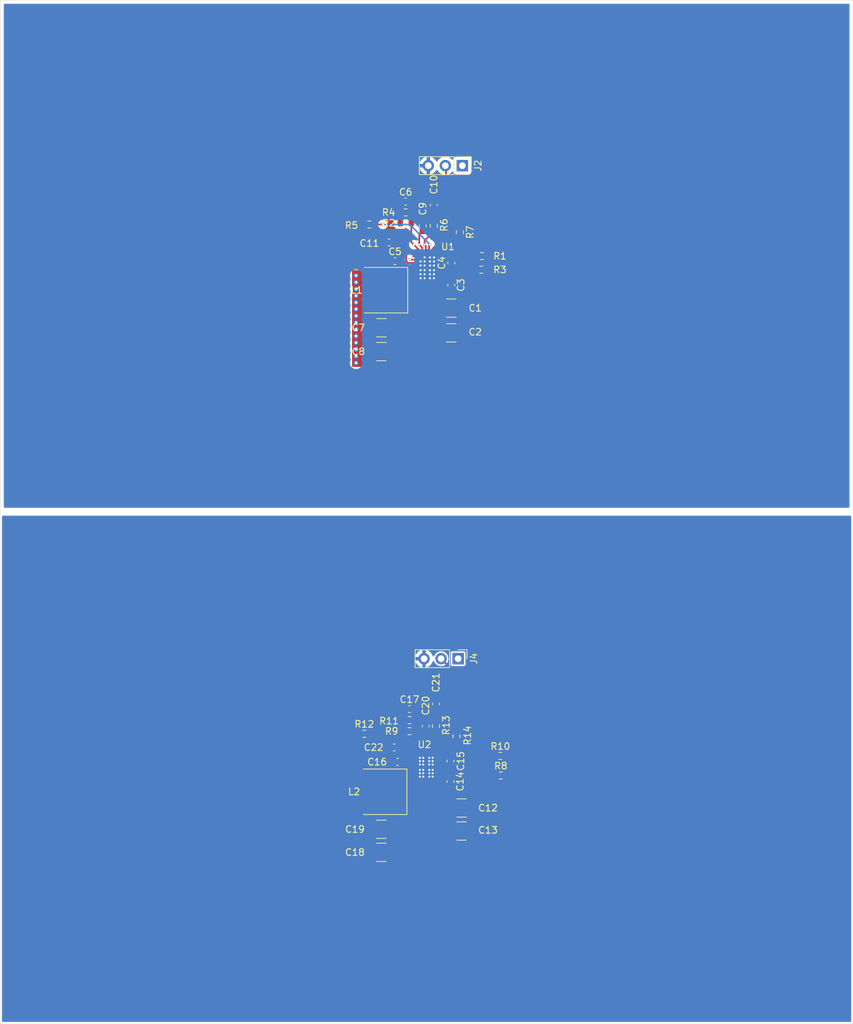
<source format=kicad_pcb>
(kicad_pcb (version 20171130) (host pcbnew 5.99.0+really5.1.10+dfsg1-1)

  (general
    (thickness 1.6)
    (drawings 4)
    (tracks 137)
    (zones 0)
    (modules 42)
    (nets 33)
  )

  (page A4)
  (layers
    (0 F.Cu signal)
    (1 In1.Cu signal hide)
    (2 In2.Cu signal)
    (31 B.Cu signal)
    (32 B.Adhes user)
    (33 F.Adhes user)
    (34 B.Paste user)
    (35 F.Paste user)
    (36 B.SilkS user)
    (37 F.SilkS user)
    (38 B.Mask user)
    (39 F.Mask user)
    (40 Dwgs.User user)
    (41 Cmts.User user)
    (42 Eco1.User user)
    (43 Eco2.User user)
    (44 Edge.Cuts user)
    (45 Margin user)
    (46 B.CrtYd user)
    (47 F.CrtYd user)
    (48 B.Fab user)
    (49 F.Fab user)
  )

  (setup
    (last_trace_width 0.25)
    (trace_clearance 0.2)
    (zone_clearance 0.508)
    (zone_45_only no)
    (trace_min 0.2)
    (via_size 0.8)
    (via_drill 0.4)
    (via_min_size 0.4)
    (via_min_drill 0.3)
    (user_via 0.4 0.3)
    (user_via 1 0.6)
    (uvia_size 0.3)
    (uvia_drill 0.1)
    (uvias_allowed no)
    (uvia_min_size 0.2)
    (uvia_min_drill 0.1)
    (edge_width 0.05)
    (segment_width 0.2)
    (pcb_text_width 0.3)
    (pcb_text_size 1.5 1.5)
    (mod_edge_width 0.12)
    (mod_text_size 1 1)
    (mod_text_width 0.15)
    (pad_size 1.524 1.524)
    (pad_drill 0.762)
    (pad_to_mask_clearance 0)
    (aux_axis_origin 0 0)
    (visible_elements FFFFFF7F)
    (pcbplotparams
      (layerselection 0x00000_fffffff9)
      (usegerberextensions false)
      (usegerberattributes true)
      (usegerberadvancedattributes true)
      (creategerberjobfile false)
      (excludeedgelayer true)
      (linewidth 0.100000)
      (plotframeref false)
      (viasonmask false)
      (mode 1)
      (useauxorigin false)
      (hpglpennumber 1)
      (hpglpenspeed 20)
      (hpglpendiameter 15.000000)
      (psnegative false)
      (psa4output false)
      (plotreference true)
      (plotvalue true)
      (plotinvisibletext false)
      (padsonsilk false)
      (subtractmaskfromsilk false)
      (outputformat 4)
      (mirror false)
      (drillshape 0)
      (scaleselection 1)
      (outputdirectory "/home/mbella/Documents/KiCAD_Projects/Eurorack_PSU/EurorackPSU/"))
  )

  (net 0 "")
  (net 1 "Net-(C1-Pad1)")
  (net 2 GND)
  (net 3 "Net-(C5-Pad2)")
  (net 4 "Net-(C5-Pad1)")
  (net 5 "Net-(C6-Pad2)")
  (net 6 "Net-(C9-Pad1)")
  (net 7 "Net-(C10-Pad1)")
  (net 8 "Net-(C11-Pad1)")
  (net 9 -12V)
  (net 10 "Net-(C16-Pad1)")
  (net 11 "Net-(C16-Pad2)")
  (net 12 "Net-(C17-Pad2)")
  (net 13 "Net-(C20-Pad1)")
  (net 14 "Net-(C21-Pad1)")
  (net 15 "Net-(C22-Pad1)")
  (net 16 "Net-(J2-Pad2)")
  (net 17 "Net-(J4-Pad2)")
  (net 18 "Net-(R1-Pad2)")
  (net 19 "Net-(R5-Pad2)")
  (net 20 "Net-(R6-Pad1)")
  (net 21 "Net-(R7-Pad1)")
  (net 22 "Net-(R10-Pad1)")
  (net 23 "Net-(R12-Pad2)")
  (net 24 "Net-(R13-Pad1)")
  (net 25 "Net-(R14-Pad1)")
  (net 26 "Net-(U1-Pad23)")
  (net 27 "Net-(U1-Pad19)")
  (net 28 "Net-(U1-Pad1)")
  (net 29 "Net-(U2-Pad1)")
  (net 30 "Net-(U2-Pad19)")
  (net 31 "Net-(U2-Pad23)")
  (net 32 +12V)

  (net_class Default "This is the default net class."
    (clearance 0.2)
    (trace_width 0.25)
    (via_dia 0.8)
    (via_drill 0.4)
    (uvia_dia 0.3)
    (uvia_drill 0.1)
    (add_net +12V)
    (add_net -12V)
    (add_net GND)
    (add_net "Net-(C1-Pad1)")
    (add_net "Net-(C10-Pad1)")
    (add_net "Net-(C11-Pad1)")
    (add_net "Net-(C16-Pad1)")
    (add_net "Net-(C16-Pad2)")
    (add_net "Net-(C17-Pad2)")
    (add_net "Net-(C20-Pad1)")
    (add_net "Net-(C21-Pad1)")
    (add_net "Net-(C22-Pad1)")
    (add_net "Net-(C5-Pad1)")
    (add_net "Net-(C5-Pad2)")
    (add_net "Net-(C6-Pad2)")
    (add_net "Net-(C9-Pad1)")
    (add_net "Net-(J2-Pad2)")
    (add_net "Net-(J4-Pad2)")
    (add_net "Net-(R1-Pad2)")
    (add_net "Net-(R10-Pad1)")
    (add_net "Net-(R12-Pad2)")
    (add_net "Net-(R13-Pad1)")
    (add_net "Net-(R14-Pad1)")
    (add_net "Net-(R5-Pad2)")
    (add_net "Net-(R6-Pad1)")
    (add_net "Net-(R7-Pad1)")
    (add_net "Net-(U1-Pad1)")
    (add_net "Net-(U1-Pad19)")
    (add_net "Net-(U1-Pad23)")
    (add_net "Net-(U2-Pad1)")
    (add_net "Net-(U2-Pad19)")
    (add_net "Net-(U2-Pad23)")
  )

  (module Capacitor_SMD:C_1210_3225Metric (layer F.Cu) (tedit 5F68FEEE) (tstamp 60BDF721)
    (at 92.583 71.247 180)
    (descr "Capacitor SMD 1210 (3225 Metric), square (rectangular) end terminal, IPC_7351 nominal, (Body size source: IPC-SM-782 page 76, https://www.pcb-3d.com/wordpress/wp-content/uploads/ipc-sm-782a_amendment_1_and_2.pdf), generated with kicad-footprint-generator")
    (tags capacitor)
    (path /60D324AC)
    (attr smd)
    (fp_text reference C1 (at -3.556 0) (layer F.SilkS)
      (effects (font (size 1 1) (thickness 0.15)))
    )
    (fp_text value 10u (at 0 2.3) (layer F.Fab)
      (effects (font (size 1 1) (thickness 0.15)))
    )
    (fp_line (start -1.6 1.25) (end -1.6 -1.25) (layer F.Fab) (width 0.1))
    (fp_line (start -1.6 -1.25) (end 1.6 -1.25) (layer F.Fab) (width 0.1))
    (fp_line (start 1.6 -1.25) (end 1.6 1.25) (layer F.Fab) (width 0.1))
    (fp_line (start 1.6 1.25) (end -1.6 1.25) (layer F.Fab) (width 0.1))
    (fp_line (start -0.711252 -1.36) (end 0.711252 -1.36) (layer F.SilkS) (width 0.12))
    (fp_line (start -0.711252 1.36) (end 0.711252 1.36) (layer F.SilkS) (width 0.12))
    (fp_line (start -2.3 1.6) (end -2.3 -1.6) (layer F.CrtYd) (width 0.05))
    (fp_line (start -2.3 -1.6) (end 2.3 -1.6) (layer F.CrtYd) (width 0.05))
    (fp_line (start 2.3 -1.6) (end 2.3 1.6) (layer F.CrtYd) (width 0.05))
    (fp_line (start 2.3 1.6) (end -2.3 1.6) (layer F.CrtYd) (width 0.05))
    (fp_text user %R (at 0 0) (layer F.Fab)
      (effects (font (size 0.8 0.8) (thickness 0.12)))
    )
    (pad 1 smd roundrect (at -1.475 0 180) (size 1.15 2.7) (layers F.Cu F.Paste F.Mask) (roundrect_rratio 0.2173904347826087)
      (net 1 "Net-(C1-Pad1)"))
    (pad 2 smd roundrect (at 1.475 0 180) (size 1.15 2.7) (layers F.Cu F.Paste F.Mask) (roundrect_rratio 0.2173904347826087)
      (net 2 GND))
    (model ${KISYS3DMOD}/Capacitor_SMD.3dshapes/C_1210_3225Metric.wrl
      (at (xyz 0 0 0))
      (scale (xyz 1 1 1))
      (rotate (xyz 0 0 0))
    )
  )

  (module Capacitor_SMD:C_1210_3225Metric (layer F.Cu) (tedit 5F68FEEE) (tstamp 60BDE967)
    (at 92.583 74.93 180)
    (descr "Capacitor SMD 1210 (3225 Metric), square (rectangular) end terminal, IPC_7351 nominal, (Body size source: IPC-SM-782 page 76, https://www.pcb-3d.com/wordpress/wp-content/uploads/ipc-sm-782a_amendment_1_and_2.pdf), generated with kicad-footprint-generator")
    (tags capacitor)
    (path /60D324B2)
    (attr smd)
    (fp_text reference C2 (at -3.556 0.127) (layer F.SilkS)
      (effects (font (size 1 1) (thickness 0.15)))
    )
    (fp_text value 10u (at 0 2.3) (layer F.Fab)
      (effects (font (size 1 1) (thickness 0.15)))
    )
    (fp_line (start 2.3 1.6) (end -2.3 1.6) (layer F.CrtYd) (width 0.05))
    (fp_line (start 2.3 -1.6) (end 2.3 1.6) (layer F.CrtYd) (width 0.05))
    (fp_line (start -2.3 -1.6) (end 2.3 -1.6) (layer F.CrtYd) (width 0.05))
    (fp_line (start -2.3 1.6) (end -2.3 -1.6) (layer F.CrtYd) (width 0.05))
    (fp_line (start -0.711252 1.36) (end 0.711252 1.36) (layer F.SilkS) (width 0.12))
    (fp_line (start -0.711252 -1.36) (end 0.711252 -1.36) (layer F.SilkS) (width 0.12))
    (fp_line (start 1.6 1.25) (end -1.6 1.25) (layer F.Fab) (width 0.1))
    (fp_line (start 1.6 -1.25) (end 1.6 1.25) (layer F.Fab) (width 0.1))
    (fp_line (start -1.6 -1.25) (end 1.6 -1.25) (layer F.Fab) (width 0.1))
    (fp_line (start -1.6 1.25) (end -1.6 -1.25) (layer F.Fab) (width 0.1))
    (fp_text user %R (at 0 0) (layer F.Fab)
      (effects (font (size 0.8 0.8) (thickness 0.12)))
    )
    (pad 2 smd roundrect (at 1.475 0 180) (size 1.15 2.7) (layers F.Cu F.Paste F.Mask) (roundrect_rratio 0.2173904347826087)
      (net 2 GND))
    (pad 1 smd roundrect (at -1.475 0 180) (size 1.15 2.7) (layers F.Cu F.Paste F.Mask) (roundrect_rratio 0.2173904347826087)
      (net 1 "Net-(C1-Pad1)"))
    (model ${KISYS3DMOD}/Capacitor_SMD.3dshapes/C_1210_3225Metric.wrl
      (at (xyz 0 0 0))
      (scale (xyz 1 1 1))
      (rotate (xyz 0 0 0))
    )
  )

  (module Capacitor_SMD:C_0603_1608Metric (layer F.Cu) (tedit 5F68FEEE) (tstamp 60BDE978)
    (at 92.583 67.818 270)
    (descr "Capacitor SMD 0603 (1608 Metric), square (rectangular) end terminal, IPC_7351 nominal, (Body size source: IPC-SM-782 page 76, https://www.pcb-3d.com/wordpress/wp-content/uploads/ipc-sm-782a_amendment_1_and_2.pdf), generated with kicad-footprint-generator")
    (tags capacitor)
    (path /60D05382)
    (attr smd)
    (fp_text reference C3 (at 0 -1.43 90) (layer F.SilkS)
      (effects (font (size 1 1) (thickness 0.15)))
    )
    (fp_text value 1u (at 0 1.43 90) (layer F.Fab)
      (effects (font (size 1 1) (thickness 0.15)))
    )
    (fp_line (start 1.48 0.73) (end -1.48 0.73) (layer F.CrtYd) (width 0.05))
    (fp_line (start 1.48 -0.73) (end 1.48 0.73) (layer F.CrtYd) (width 0.05))
    (fp_line (start -1.48 -0.73) (end 1.48 -0.73) (layer F.CrtYd) (width 0.05))
    (fp_line (start -1.48 0.73) (end -1.48 -0.73) (layer F.CrtYd) (width 0.05))
    (fp_line (start -0.14058 0.51) (end 0.14058 0.51) (layer F.SilkS) (width 0.12))
    (fp_line (start -0.14058 -0.51) (end 0.14058 -0.51) (layer F.SilkS) (width 0.12))
    (fp_line (start 0.8 0.4) (end -0.8 0.4) (layer F.Fab) (width 0.1))
    (fp_line (start 0.8 -0.4) (end 0.8 0.4) (layer F.Fab) (width 0.1))
    (fp_line (start -0.8 -0.4) (end 0.8 -0.4) (layer F.Fab) (width 0.1))
    (fp_line (start -0.8 0.4) (end -0.8 -0.4) (layer F.Fab) (width 0.1))
    (fp_text user %R (at 0 0 90) (layer F.Fab)
      (effects (font (size 0.4 0.4) (thickness 0.06)))
    )
    (pad 2 smd roundrect (at 0.775 0 270) (size 0.9 0.95) (layers F.Cu F.Paste F.Mask) (roundrect_rratio 0.25)
      (net 2 GND))
    (pad 1 smd roundrect (at -0.775 0 270) (size 0.9 0.95) (layers F.Cu F.Paste F.Mask) (roundrect_rratio 0.25)
      (net 1 "Net-(C1-Pad1)"))
    (model ${KISYS3DMOD}/Capacitor_SMD.3dshapes/C_0603_1608Metric.wrl
      (at (xyz 0 0 0))
      (scale (xyz 1 1 1))
      (rotate (xyz 0 0 0))
    )
  )

  (module Capacitor_SMD:C_0603_1608Metric (layer F.Cu) (tedit 5F68FEEE) (tstamp 60BDE989)
    (at 92.583 64.516 90)
    (descr "Capacitor SMD 0603 (1608 Metric), square (rectangular) end terminal, IPC_7351 nominal, (Body size source: IPC-SM-782 page 76, https://www.pcb-3d.com/wordpress/wp-content/uploads/ipc-sm-782a_amendment_1_and_2.pdf), generated with kicad-footprint-generator")
    (tags capacitor)
    (path /60D05825)
    (attr smd)
    (fp_text reference C4 (at 0 -1.43 90) (layer F.SilkS)
      (effects (font (size 1 1) (thickness 0.15)))
    )
    (fp_text value 1u (at 0 1.43 90) (layer F.Fab)
      (effects (font (size 1 1) (thickness 0.15)))
    )
    (fp_line (start -0.8 0.4) (end -0.8 -0.4) (layer F.Fab) (width 0.1))
    (fp_line (start -0.8 -0.4) (end 0.8 -0.4) (layer F.Fab) (width 0.1))
    (fp_line (start 0.8 -0.4) (end 0.8 0.4) (layer F.Fab) (width 0.1))
    (fp_line (start 0.8 0.4) (end -0.8 0.4) (layer F.Fab) (width 0.1))
    (fp_line (start -0.14058 -0.51) (end 0.14058 -0.51) (layer F.SilkS) (width 0.12))
    (fp_line (start -0.14058 0.51) (end 0.14058 0.51) (layer F.SilkS) (width 0.12))
    (fp_line (start -1.48 0.73) (end -1.48 -0.73) (layer F.CrtYd) (width 0.05))
    (fp_line (start -1.48 -0.73) (end 1.48 -0.73) (layer F.CrtYd) (width 0.05))
    (fp_line (start 1.48 -0.73) (end 1.48 0.73) (layer F.CrtYd) (width 0.05))
    (fp_line (start 1.48 0.73) (end -1.48 0.73) (layer F.CrtYd) (width 0.05))
    (fp_text user %R (at 0 0 90) (layer F.Fab)
      (effects (font (size 0.4 0.4) (thickness 0.06)))
    )
    (pad 1 smd roundrect (at -0.775 0 90) (size 0.9 0.95) (layers F.Cu F.Paste F.Mask) (roundrect_rratio 0.25)
      (net 1 "Net-(C1-Pad1)"))
    (pad 2 smd roundrect (at 0.775 0 90) (size 0.9 0.95) (layers F.Cu F.Paste F.Mask) (roundrect_rratio 0.25)
      (net 2 GND))
    (model ${KISYS3DMOD}/Capacitor_SMD.3dshapes/C_0603_1608Metric.wrl
      (at (xyz 0 0 0))
      (scale (xyz 1 1 1))
      (rotate (xyz 0 0 0))
    )
  )

  (module Capacitor_SMD:C_0603_1608Metric (layer F.Cu) (tedit 5F68FEEE) (tstamp 60BDE99A)
    (at 84.2 64.262)
    (descr "Capacitor SMD 0603 (1608 Metric), square (rectangular) end terminal, IPC_7351 nominal, (Body size source: IPC-SM-782 page 76, https://www.pcb-3d.com/wordpress/wp-content/uploads/ipc-sm-782a_amendment_1_and_2.pdf), generated with kicad-footprint-generator")
    (tags capacitor)
    (path /60BD91E4)
    (attr smd)
    (fp_text reference C5 (at 0 -1.43) (layer F.SilkS)
      (effects (font (size 1 1) (thickness 0.15)))
    )
    (fp_text value 0.1u (at 0 1.43) (layer F.Fab)
      (effects (font (size 1 1) (thickness 0.15)))
    )
    (fp_line (start 1.48 0.73) (end -1.48 0.73) (layer F.CrtYd) (width 0.05))
    (fp_line (start 1.48 -0.73) (end 1.48 0.73) (layer F.CrtYd) (width 0.05))
    (fp_line (start -1.48 -0.73) (end 1.48 -0.73) (layer F.CrtYd) (width 0.05))
    (fp_line (start -1.48 0.73) (end -1.48 -0.73) (layer F.CrtYd) (width 0.05))
    (fp_line (start -0.14058 0.51) (end 0.14058 0.51) (layer F.SilkS) (width 0.12))
    (fp_line (start -0.14058 -0.51) (end 0.14058 -0.51) (layer F.SilkS) (width 0.12))
    (fp_line (start 0.8 0.4) (end -0.8 0.4) (layer F.Fab) (width 0.1))
    (fp_line (start 0.8 -0.4) (end 0.8 0.4) (layer F.Fab) (width 0.1))
    (fp_line (start -0.8 -0.4) (end 0.8 -0.4) (layer F.Fab) (width 0.1))
    (fp_line (start -0.8 0.4) (end -0.8 -0.4) (layer F.Fab) (width 0.1))
    (fp_text user %R (at 0 0) (layer F.Fab)
      (effects (font (size 0.4 0.4) (thickness 0.06)))
    )
    (pad 2 smd roundrect (at 0.775 0) (size 0.9 0.95) (layers F.Cu F.Paste F.Mask) (roundrect_rratio 0.25)
      (net 3 "Net-(C5-Pad2)"))
    (pad 1 smd roundrect (at -0.775 0) (size 0.9 0.95) (layers F.Cu F.Paste F.Mask) (roundrect_rratio 0.25)
      (net 4 "Net-(C5-Pad1)"))
    (model ${KISYS3DMOD}/Capacitor_SMD.3dshapes/C_0603_1608Metric.wrl
      (at (xyz 0 0 0))
      (scale (xyz 1 1 1))
      (rotate (xyz 0 0 0))
    )
  )

  (module Capacitor_SMD:C_0603_1608Metric (layer F.Cu) (tedit 5F68FEEE) (tstamp 60C2E4C3)
    (at 85.787 55.4)
    (descr "Capacitor SMD 0603 (1608 Metric), square (rectangular) end terminal, IPC_7351 nominal, (Body size source: IPC-SM-782 page 76, https://www.pcb-3d.com/wordpress/wp-content/uploads/ipc-sm-782a_amendment_1_and_2.pdf), generated with kicad-footprint-generator")
    (tags capacitor)
    (path /60C16361)
    (attr smd)
    (fp_text reference C6 (at 0 -1.43) (layer F.SilkS)
      (effects (font (size 1 1) (thickness 0.15)))
    )
    (fp_text value 10p (at 0 1.43) (layer F.Fab)
      (effects (font (size 1 1) (thickness 0.15)))
    )
    (fp_line (start -0.8 0.4) (end -0.8 -0.4) (layer F.Fab) (width 0.1))
    (fp_line (start -0.8 -0.4) (end 0.8 -0.4) (layer F.Fab) (width 0.1))
    (fp_line (start 0.8 -0.4) (end 0.8 0.4) (layer F.Fab) (width 0.1))
    (fp_line (start 0.8 0.4) (end -0.8 0.4) (layer F.Fab) (width 0.1))
    (fp_line (start -0.14058 -0.51) (end 0.14058 -0.51) (layer F.SilkS) (width 0.12))
    (fp_line (start -0.14058 0.51) (end 0.14058 0.51) (layer F.SilkS) (width 0.12))
    (fp_line (start -1.48 0.73) (end -1.48 -0.73) (layer F.CrtYd) (width 0.05))
    (fp_line (start -1.48 -0.73) (end 1.48 -0.73) (layer F.CrtYd) (width 0.05))
    (fp_line (start 1.48 -0.73) (end 1.48 0.73) (layer F.CrtYd) (width 0.05))
    (fp_line (start 1.48 0.73) (end -1.48 0.73) (layer F.CrtYd) (width 0.05))
    (fp_text user %R (at 0 0) (layer F.Fab)
      (effects (font (size 0.4 0.4) (thickness 0.06)))
    )
    (pad 1 smd roundrect (at -0.775 0) (size 0.9 0.95) (layers F.Cu F.Paste F.Mask) (roundrect_rratio 0.25)
      (net 32 +12V))
    (pad 2 smd roundrect (at 0.775 0) (size 0.9 0.95) (layers F.Cu F.Paste F.Mask) (roundrect_rratio 0.25)
      (net 5 "Net-(C6-Pad2)"))
    (model ${KISYS3DMOD}/Capacitor_SMD.3dshapes/C_0603_1608Metric.wrl
      (at (xyz 0 0 0))
      (scale (xyz 1 1 1))
      (rotate (xyz 0 0 0))
    )
  )

  (module Capacitor_SMD:C_1210_3225Metric (layer F.Cu) (tedit 5F68FEEE) (tstamp 60BDE9BC)
    (at 82.169 74.168)
    (descr "Capacitor SMD 1210 (3225 Metric), square (rectangular) end terminal, IPC_7351 nominal, (Body size source: IPC-SM-782 page 76, https://www.pcb-3d.com/wordpress/wp-content/uploads/ipc-sm-782a_amendment_1_and_2.pdf), generated with kicad-footprint-generator")
    (tags capacitor)
    (path /60BDFA87)
    (attr smd)
    (fp_text reference C7 (at -3.429 0) (layer F.SilkS)
      (effects (font (size 1 1) (thickness 0.15)))
    )
    (fp_text value 47u (at 0 2.3) (layer F.Fab)
      (effects (font (size 1 1) (thickness 0.15)))
    )
    (fp_line (start -1.6 1.25) (end -1.6 -1.25) (layer F.Fab) (width 0.1))
    (fp_line (start -1.6 -1.25) (end 1.6 -1.25) (layer F.Fab) (width 0.1))
    (fp_line (start 1.6 -1.25) (end 1.6 1.25) (layer F.Fab) (width 0.1))
    (fp_line (start 1.6 1.25) (end -1.6 1.25) (layer F.Fab) (width 0.1))
    (fp_line (start -0.711252 -1.36) (end 0.711252 -1.36) (layer F.SilkS) (width 0.12))
    (fp_line (start -0.711252 1.36) (end 0.711252 1.36) (layer F.SilkS) (width 0.12))
    (fp_line (start -2.3 1.6) (end -2.3 -1.6) (layer F.CrtYd) (width 0.05))
    (fp_line (start -2.3 -1.6) (end 2.3 -1.6) (layer F.CrtYd) (width 0.05))
    (fp_line (start 2.3 -1.6) (end 2.3 1.6) (layer F.CrtYd) (width 0.05))
    (fp_line (start 2.3 1.6) (end -2.3 1.6) (layer F.CrtYd) (width 0.05))
    (fp_text user %R (at 0 0) (layer F.Fab)
      (effects (font (size 0.8 0.8) (thickness 0.12)))
    )
    (pad 1 smd roundrect (at -1.475 0) (size 1.15 2.7) (layers F.Cu F.Paste F.Mask) (roundrect_rratio 0.2173904347826087)
      (net 32 +12V))
    (pad 2 smd roundrect (at 1.475 0) (size 1.15 2.7) (layers F.Cu F.Paste F.Mask) (roundrect_rratio 0.2173904347826087)
      (net 2 GND))
    (model ${KISYS3DMOD}/Capacitor_SMD.3dshapes/C_1210_3225Metric.wrl
      (at (xyz 0 0 0))
      (scale (xyz 1 1 1))
      (rotate (xyz 0 0 0))
    )
  )

  (module Capacitor_SMD:C_1210_3225Metric (layer F.Cu) (tedit 5F68FEEE) (tstamp 60BDE9CD)
    (at 82.169 77.724)
    (descr "Capacitor SMD 1210 (3225 Metric), square (rectangular) end terminal, IPC_7351 nominal, (Body size source: IPC-SM-782 page 76, https://www.pcb-3d.com/wordpress/wp-content/uploads/ipc-sm-782a_amendment_1_and_2.pdf), generated with kicad-footprint-generator")
    (tags capacitor)
    (path /60BE0C48)
    (attr smd)
    (fp_text reference C8 (at -3.429 0) (layer F.SilkS)
      (effects (font (size 1 1) (thickness 0.15)))
    )
    (fp_text value 47u (at 0 2.3) (layer F.Fab)
      (effects (font (size 1 1) (thickness 0.15)))
    )
    (fp_line (start 2.3 1.6) (end -2.3 1.6) (layer F.CrtYd) (width 0.05))
    (fp_line (start 2.3 -1.6) (end 2.3 1.6) (layer F.CrtYd) (width 0.05))
    (fp_line (start -2.3 -1.6) (end 2.3 -1.6) (layer F.CrtYd) (width 0.05))
    (fp_line (start -2.3 1.6) (end -2.3 -1.6) (layer F.CrtYd) (width 0.05))
    (fp_line (start -0.711252 1.36) (end 0.711252 1.36) (layer F.SilkS) (width 0.12))
    (fp_line (start -0.711252 -1.36) (end 0.711252 -1.36) (layer F.SilkS) (width 0.12))
    (fp_line (start 1.6 1.25) (end -1.6 1.25) (layer F.Fab) (width 0.1))
    (fp_line (start 1.6 -1.25) (end 1.6 1.25) (layer F.Fab) (width 0.1))
    (fp_line (start -1.6 -1.25) (end 1.6 -1.25) (layer F.Fab) (width 0.1))
    (fp_line (start -1.6 1.25) (end -1.6 -1.25) (layer F.Fab) (width 0.1))
    (fp_text user %R (at 0 0) (layer F.Fab)
      (effects (font (size 0.8 0.8) (thickness 0.12)))
    )
    (pad 2 smd roundrect (at 1.475 0) (size 1.15 2.7) (layers F.Cu F.Paste F.Mask) (roundrect_rratio 0.2173904347826087)
      (net 2 GND))
    (pad 1 smd roundrect (at -1.475 0) (size 1.15 2.7) (layers F.Cu F.Paste F.Mask) (roundrect_rratio 0.2173904347826087)
      (net 32 +12V))
    (model ${KISYS3DMOD}/Capacitor_SMD.3dshapes/C_1210_3225Metric.wrl
      (at (xyz 0 0 0))
      (scale (xyz 1 1 1))
      (rotate (xyz 0 0 0))
    )
  )

  (module Capacitor_SMD:C_0603_1608Metric (layer F.Cu) (tedit 5F68FEEE) (tstamp 60C2E433)
    (at 88.327 59 90)
    (descr "Capacitor SMD 0603 (1608 Metric), square (rectangular) end terminal, IPC_7351 nominal, (Body size source: IPC-SM-782 page 76, https://www.pcb-3d.com/wordpress/wp-content/uploads/ipc-sm-782a_amendment_1_and_2.pdf), generated with kicad-footprint-generator")
    (tags capacitor)
    (path /60C53FA0)
    (attr smd)
    (fp_text reference C9 (at 2.54 0 90) (layer F.SilkS)
      (effects (font (size 1 1) (thickness 0.15)))
    )
    (fp_text value C (at 0 1.43 90) (layer F.Fab)
      (effects (font (size 1 1) (thickness 0.15)))
    )
    (fp_line (start 1.48 0.73) (end -1.48 0.73) (layer F.CrtYd) (width 0.05))
    (fp_line (start 1.48 -0.73) (end 1.48 0.73) (layer F.CrtYd) (width 0.05))
    (fp_line (start -1.48 -0.73) (end 1.48 -0.73) (layer F.CrtYd) (width 0.05))
    (fp_line (start -1.48 0.73) (end -1.48 -0.73) (layer F.CrtYd) (width 0.05))
    (fp_line (start -0.14058 0.51) (end 0.14058 0.51) (layer F.SilkS) (width 0.12))
    (fp_line (start -0.14058 -0.51) (end 0.14058 -0.51) (layer F.SilkS) (width 0.12))
    (fp_line (start 0.8 0.4) (end -0.8 0.4) (layer F.Fab) (width 0.1))
    (fp_line (start 0.8 -0.4) (end 0.8 0.4) (layer F.Fab) (width 0.1))
    (fp_line (start -0.8 -0.4) (end 0.8 -0.4) (layer F.Fab) (width 0.1))
    (fp_line (start -0.8 0.4) (end -0.8 -0.4) (layer F.Fab) (width 0.1))
    (fp_text user %R (at 0 0 90) (layer F.Fab)
      (effects (font (size 0.4 0.4) (thickness 0.06)))
    )
    (pad 2 smd roundrect (at 0.775 0 90) (size 0.9 0.95) (layers F.Cu F.Paste F.Mask) (roundrect_rratio 0.25)
      (net 2 GND))
    (pad 1 smd roundrect (at -0.775 0 90) (size 0.9 0.95) (layers F.Cu F.Paste F.Mask) (roundrect_rratio 0.25)
      (net 6 "Net-(C9-Pad1)"))
    (model ${KISYS3DMOD}/Capacitor_SMD.3dshapes/C_0603_1608Metric.wrl
      (at (xyz 0 0 0))
      (scale (xyz 1 1 1))
      (rotate (xyz 0 0 0))
    )
  )

  (module Capacitor_SMD:C_0603_1608Metric (layer F.Cu) (tedit 5F68FEEE) (tstamp 60C2DD19)
    (at 89.978 55.9 90)
    (descr "Capacitor SMD 0603 (1608 Metric), square (rectangular) end terminal, IPC_7351 nominal, (Body size source: IPC-SM-782 page 76, https://www.pcb-3d.com/wordpress/wp-content/uploads/ipc-sm-782a_amendment_1_and_2.pdf), generated with kicad-footprint-generator")
    (tags capacitor)
    (path /60C26268)
    (attr smd)
    (fp_text reference C10 (at 3.048 0 90) (layer F.SilkS)
      (effects (font (size 1 1) (thickness 0.15)))
    )
    (fp_text value 470p (at 0 1.43 90) (layer F.Fab)
      (effects (font (size 1 1) (thickness 0.15)))
    )
    (fp_line (start 1.48 0.73) (end -1.48 0.73) (layer F.CrtYd) (width 0.05))
    (fp_line (start 1.48 -0.73) (end 1.48 0.73) (layer F.CrtYd) (width 0.05))
    (fp_line (start -1.48 -0.73) (end 1.48 -0.73) (layer F.CrtYd) (width 0.05))
    (fp_line (start -1.48 0.73) (end -1.48 -0.73) (layer F.CrtYd) (width 0.05))
    (fp_line (start -0.14058 0.51) (end 0.14058 0.51) (layer F.SilkS) (width 0.12))
    (fp_line (start -0.14058 -0.51) (end 0.14058 -0.51) (layer F.SilkS) (width 0.12))
    (fp_line (start 0.8 0.4) (end -0.8 0.4) (layer F.Fab) (width 0.1))
    (fp_line (start 0.8 -0.4) (end 0.8 0.4) (layer F.Fab) (width 0.1))
    (fp_line (start -0.8 -0.4) (end 0.8 -0.4) (layer F.Fab) (width 0.1))
    (fp_line (start -0.8 0.4) (end -0.8 -0.4) (layer F.Fab) (width 0.1))
    (fp_text user %R (at 0 0 90) (layer F.Fab)
      (effects (font (size 0.4 0.4) (thickness 0.06)))
    )
    (pad 2 smd roundrect (at 0.775 0 90) (size 0.9 0.95) (layers F.Cu F.Paste F.Mask) (roundrect_rratio 0.25)
      (net 2 GND))
    (pad 1 smd roundrect (at -0.775 0 90) (size 0.9 0.95) (layers F.Cu F.Paste F.Mask) (roundrect_rratio 0.25)
      (net 7 "Net-(C10-Pad1)"))
    (model ${KISYS3DMOD}/Capacitor_SMD.3dshapes/C_0603_1608Metric.wrl
      (at (xyz 0 0 0))
      (scale (xyz 1 1 1))
      (rotate (xyz 0 0 0))
    )
  )

  (module Capacitor_SMD:C_0603_1608Metric (layer F.Cu) (tedit 5F68FEEE) (tstamp 60BDEA00)
    (at 83.312 61.468 180)
    (descr "Capacitor SMD 0603 (1608 Metric), square (rectangular) end terminal, IPC_7351 nominal, (Body size source: IPC-SM-782 page 76, https://www.pcb-3d.com/wordpress/wp-content/uploads/ipc-sm-782a_amendment_1_and_2.pdf), generated with kicad-footprint-generator")
    (tags capacitor)
    (path /60BDC40D)
    (attr smd)
    (fp_text reference C11 (at 2.921 -0.127) (layer F.SilkS)
      (effects (font (size 1 1) (thickness 0.15)))
    )
    (fp_text value 1u (at 0 1.43) (layer F.Fab)
      (effects (font (size 1 1) (thickness 0.15)))
    )
    (fp_line (start -0.8 0.4) (end -0.8 -0.4) (layer F.Fab) (width 0.1))
    (fp_line (start -0.8 -0.4) (end 0.8 -0.4) (layer F.Fab) (width 0.1))
    (fp_line (start 0.8 -0.4) (end 0.8 0.4) (layer F.Fab) (width 0.1))
    (fp_line (start 0.8 0.4) (end -0.8 0.4) (layer F.Fab) (width 0.1))
    (fp_line (start -0.14058 -0.51) (end 0.14058 -0.51) (layer F.SilkS) (width 0.12))
    (fp_line (start -0.14058 0.51) (end 0.14058 0.51) (layer F.SilkS) (width 0.12))
    (fp_line (start -1.48 0.73) (end -1.48 -0.73) (layer F.CrtYd) (width 0.05))
    (fp_line (start -1.48 -0.73) (end 1.48 -0.73) (layer F.CrtYd) (width 0.05))
    (fp_line (start 1.48 -0.73) (end 1.48 0.73) (layer F.CrtYd) (width 0.05))
    (fp_line (start 1.48 0.73) (end -1.48 0.73) (layer F.CrtYd) (width 0.05))
    (fp_text user %R (at 0 0) (layer F.Fab)
      (effects (font (size 0.4 0.4) (thickness 0.06)))
    )
    (pad 1 smd roundrect (at -0.775 0 180) (size 0.9 0.95) (layers F.Cu F.Paste F.Mask) (roundrect_rratio 0.25)
      (net 8 "Net-(C11-Pad1)"))
    (pad 2 smd roundrect (at 0.775 0 180) (size 0.9 0.95) (layers F.Cu F.Paste F.Mask) (roundrect_rratio 0.25)
      (net 2 GND))
    (model ${KISYS3DMOD}/Capacitor_SMD.3dshapes/C_0603_1608Metric.wrl
      (at (xyz 0 0 0))
      (scale (xyz 1 1 1))
      (rotate (xyz 0 0 0))
    )
  )

  (module Capacitor_SMD:C_1210_3225Metric (layer F.Cu) (tedit 5F68FEEE) (tstamp 60BDEA11)
    (at 94.107 145.669 180)
    (descr "Capacitor SMD 1210 (3225 Metric), square (rectangular) end terminal, IPC_7351 nominal, (Body size source: IPC-SM-782 page 76, https://www.pcb-3d.com/wordpress/wp-content/uploads/ipc-sm-782a_amendment_1_and_2.pdf), generated with kicad-footprint-generator")
    (tags capacitor)
    (path /60DB0513)
    (attr smd)
    (fp_text reference C12 (at -3.937 0) (layer F.SilkS)
      (effects (font (size 1 1) (thickness 0.15)))
    )
    (fp_text value 10u (at 0 2.3) (layer F.Fab)
      (effects (font (size 1 1) (thickness 0.15)))
    )
    (fp_line (start 2.3 1.6) (end -2.3 1.6) (layer F.CrtYd) (width 0.05))
    (fp_line (start 2.3 -1.6) (end 2.3 1.6) (layer F.CrtYd) (width 0.05))
    (fp_line (start -2.3 -1.6) (end 2.3 -1.6) (layer F.CrtYd) (width 0.05))
    (fp_line (start -2.3 1.6) (end -2.3 -1.6) (layer F.CrtYd) (width 0.05))
    (fp_line (start -0.711252 1.36) (end 0.711252 1.36) (layer F.SilkS) (width 0.12))
    (fp_line (start -0.711252 -1.36) (end 0.711252 -1.36) (layer F.SilkS) (width 0.12))
    (fp_line (start 1.6 1.25) (end -1.6 1.25) (layer F.Fab) (width 0.1))
    (fp_line (start 1.6 -1.25) (end 1.6 1.25) (layer F.Fab) (width 0.1))
    (fp_line (start -1.6 -1.25) (end 1.6 -1.25) (layer F.Fab) (width 0.1))
    (fp_line (start -1.6 1.25) (end -1.6 -1.25) (layer F.Fab) (width 0.1))
    (fp_text user %R (at 0 0) (layer F.Fab)
      (effects (font (size 0.8 0.8) (thickness 0.12)))
    )
    (pad 2 smd roundrect (at 1.475 0 180) (size 1.15 2.7) (layers F.Cu F.Paste F.Mask) (roundrect_rratio 0.2173904347826087)
      (net 9 -12V))
    (pad 1 smd roundrect (at -1.475 0 180) (size 1.15 2.7) (layers F.Cu F.Paste F.Mask) (roundrect_rratio 0.2173904347826087)
      (net 1 "Net-(C1-Pad1)"))
    (model ${KISYS3DMOD}/Capacitor_SMD.3dshapes/C_1210_3225Metric.wrl
      (at (xyz 0 0 0))
      (scale (xyz 1 1 1))
      (rotate (xyz 0 0 0))
    )
  )

  (module Capacitor_SMD:C_1210_3225Metric (layer F.Cu) (tedit 5F68FEEE) (tstamp 60BDEA22)
    (at 94.107 149.098 180)
    (descr "Capacitor SMD 1210 (3225 Metric), square (rectangular) end terminal, IPC_7351 nominal, (Body size source: IPC-SM-782 page 76, https://www.pcb-3d.com/wordpress/wp-content/uploads/ipc-sm-782a_amendment_1_and_2.pdf), generated with kicad-footprint-generator")
    (tags capacitor)
    (path /60DB0519)
    (attr smd)
    (fp_text reference C13 (at -3.937 0.127) (layer F.SilkS)
      (effects (font (size 1 1) (thickness 0.15)))
    )
    (fp_text value 10u (at 0 2.3) (layer F.Fab)
      (effects (font (size 1 1) (thickness 0.15)))
    )
    (fp_line (start -1.6 1.25) (end -1.6 -1.25) (layer F.Fab) (width 0.1))
    (fp_line (start -1.6 -1.25) (end 1.6 -1.25) (layer F.Fab) (width 0.1))
    (fp_line (start 1.6 -1.25) (end 1.6 1.25) (layer F.Fab) (width 0.1))
    (fp_line (start 1.6 1.25) (end -1.6 1.25) (layer F.Fab) (width 0.1))
    (fp_line (start -0.711252 -1.36) (end 0.711252 -1.36) (layer F.SilkS) (width 0.12))
    (fp_line (start -0.711252 1.36) (end 0.711252 1.36) (layer F.SilkS) (width 0.12))
    (fp_line (start -2.3 1.6) (end -2.3 -1.6) (layer F.CrtYd) (width 0.05))
    (fp_line (start -2.3 -1.6) (end 2.3 -1.6) (layer F.CrtYd) (width 0.05))
    (fp_line (start 2.3 -1.6) (end 2.3 1.6) (layer F.CrtYd) (width 0.05))
    (fp_line (start 2.3 1.6) (end -2.3 1.6) (layer F.CrtYd) (width 0.05))
    (fp_text user %R (at 0 0) (layer F.Fab)
      (effects (font (size 0.8 0.8) (thickness 0.12)))
    )
    (pad 1 smd roundrect (at -1.475 0 180) (size 1.15 2.7) (layers F.Cu F.Paste F.Mask) (roundrect_rratio 0.2173904347826087)
      (net 1 "Net-(C1-Pad1)"))
    (pad 2 smd roundrect (at 1.475 0 180) (size 1.15 2.7) (layers F.Cu F.Paste F.Mask) (roundrect_rratio 0.2173904347826087)
      (net 9 -12V))
    (model ${KISYS3DMOD}/Capacitor_SMD.3dshapes/C_1210_3225Metric.wrl
      (at (xyz 0 0 0))
      (scale (xyz 1 1 1))
      (rotate (xyz 0 0 0))
    )
  )

  (module Capacitor_SMD:C_0603_1608Metric (layer F.Cu) (tedit 5F68FEEE) (tstamp 60BDEA33)
    (at 92.456 141.732 270)
    (descr "Capacitor SMD 0603 (1608 Metric), square (rectangular) end terminal, IPC_7351 nominal, (Body size source: IPC-SM-782 page 76, https://www.pcb-3d.com/wordpress/wp-content/uploads/ipc-sm-782a_amendment_1_and_2.pdf), generated with kicad-footprint-generator")
    (tags capacitor)
    (path /60DB04FD)
    (attr smd)
    (fp_text reference C14 (at 0 -1.43 90) (layer F.SilkS)
      (effects (font (size 1 1) (thickness 0.15)))
    )
    (fp_text value 1u (at 0 1.43 90) (layer F.Fab)
      (effects (font (size 1 1) (thickness 0.15)))
    )
    (fp_line (start -0.8 0.4) (end -0.8 -0.4) (layer F.Fab) (width 0.1))
    (fp_line (start -0.8 -0.4) (end 0.8 -0.4) (layer F.Fab) (width 0.1))
    (fp_line (start 0.8 -0.4) (end 0.8 0.4) (layer F.Fab) (width 0.1))
    (fp_line (start 0.8 0.4) (end -0.8 0.4) (layer F.Fab) (width 0.1))
    (fp_line (start -0.14058 -0.51) (end 0.14058 -0.51) (layer F.SilkS) (width 0.12))
    (fp_line (start -0.14058 0.51) (end 0.14058 0.51) (layer F.SilkS) (width 0.12))
    (fp_line (start -1.48 0.73) (end -1.48 -0.73) (layer F.CrtYd) (width 0.05))
    (fp_line (start -1.48 -0.73) (end 1.48 -0.73) (layer F.CrtYd) (width 0.05))
    (fp_line (start 1.48 -0.73) (end 1.48 0.73) (layer F.CrtYd) (width 0.05))
    (fp_line (start 1.48 0.73) (end -1.48 0.73) (layer F.CrtYd) (width 0.05))
    (fp_text user %R (at 0 0 90) (layer F.Fab)
      (effects (font (size 0.4 0.4) (thickness 0.06)))
    )
    (pad 1 smd roundrect (at -0.775 0 270) (size 0.9 0.95) (layers F.Cu F.Paste F.Mask) (roundrect_rratio 0.25)
      (net 1 "Net-(C1-Pad1)"))
    (pad 2 smd roundrect (at 0.775 0 270) (size 0.9 0.95) (layers F.Cu F.Paste F.Mask) (roundrect_rratio 0.25)
      (net 9 -12V))
    (model ${KISYS3DMOD}/Capacitor_SMD.3dshapes/C_0603_1608Metric.wrl
      (at (xyz 0 0 0))
      (scale (xyz 1 1 1))
      (rotate (xyz 0 0 0))
    )
  )

  (module Capacitor_SMD:C_0603_1608Metric (layer F.Cu) (tedit 5F68FEEE) (tstamp 60BEFDA8)
    (at 92.456 138.684 90)
    (descr "Capacitor SMD 0603 (1608 Metric), square (rectangular) end terminal, IPC_7351 nominal, (Body size source: IPC-SM-782 page 76, https://www.pcb-3d.com/wordpress/wp-content/uploads/ipc-sm-782a_amendment_1_and_2.pdf), generated with kicad-footprint-generator")
    (tags capacitor)
    (path /60DB0503)
    (attr smd)
    (fp_text reference C15 (at 0 1.524 90) (layer F.SilkS)
      (effects (font (size 1 1) (thickness 0.15)))
    )
    (fp_text value 1u (at 0 1.43 90) (layer F.Fab)
      (effects (font (size 1 1) (thickness 0.15)))
    )
    (fp_line (start 1.48 0.73) (end -1.48 0.73) (layer F.CrtYd) (width 0.05))
    (fp_line (start 1.48 -0.73) (end 1.48 0.73) (layer F.CrtYd) (width 0.05))
    (fp_line (start -1.48 -0.73) (end 1.48 -0.73) (layer F.CrtYd) (width 0.05))
    (fp_line (start -1.48 0.73) (end -1.48 -0.73) (layer F.CrtYd) (width 0.05))
    (fp_line (start -0.14058 0.51) (end 0.14058 0.51) (layer F.SilkS) (width 0.12))
    (fp_line (start -0.14058 -0.51) (end 0.14058 -0.51) (layer F.SilkS) (width 0.12))
    (fp_line (start 0.8 0.4) (end -0.8 0.4) (layer F.Fab) (width 0.1))
    (fp_line (start 0.8 -0.4) (end 0.8 0.4) (layer F.Fab) (width 0.1))
    (fp_line (start -0.8 -0.4) (end 0.8 -0.4) (layer F.Fab) (width 0.1))
    (fp_line (start -0.8 0.4) (end -0.8 -0.4) (layer F.Fab) (width 0.1))
    (fp_text user %R (at 0 0 90) (layer F.Fab)
      (effects (font (size 0.4 0.4) (thickness 0.06)))
    )
    (pad 2 smd roundrect (at 0.775 0 90) (size 0.9 0.95) (layers F.Cu F.Paste F.Mask) (roundrect_rratio 0.25)
      (net 9 -12V))
    (pad 1 smd roundrect (at -0.775 0 90) (size 0.9 0.95) (layers F.Cu F.Paste F.Mask) (roundrect_rratio 0.25)
      (net 1 "Net-(C1-Pad1)"))
    (model ${KISYS3DMOD}/Capacitor_SMD.3dshapes/C_0603_1608Metric.wrl
      (at (xyz 0 0 0))
      (scale (xyz 1 1 1))
      (rotate (xyz 0 0 0))
    )
  )

  (module Capacitor_SMD:C_0603_1608Metric (layer F.Cu) (tedit 5F68FEEE) (tstamp 60BDEA55)
    (at 84.582 138.811)
    (descr "Capacitor SMD 0603 (1608 Metric), square (rectangular) end terminal, IPC_7351 nominal, (Body size source: IPC-SM-782 page 76, https://www.pcb-3d.com/wordpress/wp-content/uploads/ipc-sm-782a_amendment_1_and_2.pdf), generated with kicad-footprint-generator")
    (tags capacitor)
    (path /60DB041A)
    (attr smd)
    (fp_text reference C16 (at -3.048 0) (layer F.SilkS)
      (effects (font (size 1 1) (thickness 0.15)))
    )
    (fp_text value 0.1u (at 0 1.43) (layer F.Fab)
      (effects (font (size 1 1) (thickness 0.15)))
    )
    (fp_line (start -0.8 0.4) (end -0.8 -0.4) (layer F.Fab) (width 0.1))
    (fp_line (start -0.8 -0.4) (end 0.8 -0.4) (layer F.Fab) (width 0.1))
    (fp_line (start 0.8 -0.4) (end 0.8 0.4) (layer F.Fab) (width 0.1))
    (fp_line (start 0.8 0.4) (end -0.8 0.4) (layer F.Fab) (width 0.1))
    (fp_line (start -0.14058 -0.51) (end 0.14058 -0.51) (layer F.SilkS) (width 0.12))
    (fp_line (start -0.14058 0.51) (end 0.14058 0.51) (layer F.SilkS) (width 0.12))
    (fp_line (start -1.48 0.73) (end -1.48 -0.73) (layer F.CrtYd) (width 0.05))
    (fp_line (start -1.48 -0.73) (end 1.48 -0.73) (layer F.CrtYd) (width 0.05))
    (fp_line (start 1.48 -0.73) (end 1.48 0.73) (layer F.CrtYd) (width 0.05))
    (fp_line (start 1.48 0.73) (end -1.48 0.73) (layer F.CrtYd) (width 0.05))
    (fp_text user %R (at 0 0) (layer F.Fab)
      (effects (font (size 0.4 0.4) (thickness 0.06)))
    )
    (pad 1 smd roundrect (at -0.775 0) (size 0.9 0.95) (layers F.Cu F.Paste F.Mask) (roundrect_rratio 0.25)
      (net 10 "Net-(C16-Pad1)"))
    (pad 2 smd roundrect (at 0.775 0) (size 0.9 0.95) (layers F.Cu F.Paste F.Mask) (roundrect_rratio 0.25)
      (net 11 "Net-(C16-Pad2)"))
    (model ${KISYS3DMOD}/Capacitor_SMD.3dshapes/C_0603_1608Metric.wrl
      (at (xyz 0 0 0))
      (scale (xyz 1 1 1))
      (rotate (xyz 0 0 0))
    )
  )

  (module Capacitor_SMD:C_0603_1608Metric (layer F.Cu) (tedit 5F68FEEE) (tstamp 60BF00B1)
    (at 86.36 130.937)
    (descr "Capacitor SMD 0603 (1608 Metric), square (rectangular) end terminal, IPC_7351 nominal, (Body size source: IPC-SM-782 page 76, https://www.pcb-3d.com/wordpress/wp-content/uploads/ipc-sm-782a_amendment_1_and_2.pdf), generated with kicad-footprint-generator")
    (tags capacitor)
    (path /60DB0468)
    (attr smd)
    (fp_text reference C17 (at 0 -1.43) (layer F.SilkS)
      (effects (font (size 1 1) (thickness 0.15)))
    )
    (fp_text value 10p (at 0 1.43) (layer F.Fab)
      (effects (font (size 1 1) (thickness 0.15)))
    )
    (fp_line (start 1.48 0.73) (end -1.48 0.73) (layer F.CrtYd) (width 0.05))
    (fp_line (start 1.48 -0.73) (end 1.48 0.73) (layer F.CrtYd) (width 0.05))
    (fp_line (start -1.48 -0.73) (end 1.48 -0.73) (layer F.CrtYd) (width 0.05))
    (fp_line (start -1.48 0.73) (end -1.48 -0.73) (layer F.CrtYd) (width 0.05))
    (fp_line (start -0.14058 0.51) (end 0.14058 0.51) (layer F.SilkS) (width 0.12))
    (fp_line (start -0.14058 -0.51) (end 0.14058 -0.51) (layer F.SilkS) (width 0.12))
    (fp_line (start 0.8 0.4) (end -0.8 0.4) (layer F.Fab) (width 0.1))
    (fp_line (start 0.8 -0.4) (end 0.8 0.4) (layer F.Fab) (width 0.1))
    (fp_line (start -0.8 -0.4) (end 0.8 -0.4) (layer F.Fab) (width 0.1))
    (fp_line (start -0.8 0.4) (end -0.8 -0.4) (layer F.Fab) (width 0.1))
    (fp_text user %R (at 0 0) (layer F.Fab)
      (effects (font (size 0.4 0.4) (thickness 0.06)))
    )
    (pad 2 smd roundrect (at 0.775 0) (size 0.9 0.95) (layers F.Cu F.Paste F.Mask) (roundrect_rratio 0.25)
      (net 12 "Net-(C17-Pad2)"))
    (pad 1 smd roundrect (at -0.775 0) (size 0.9 0.95) (layers F.Cu F.Paste F.Mask) (roundrect_rratio 0.25)
      (net 2 GND))
    (model ${KISYS3DMOD}/Capacitor_SMD.3dshapes/C_0603_1608Metric.wrl
      (at (xyz 0 0 0))
      (scale (xyz 1 1 1))
      (rotate (xyz 0 0 0))
    )
  )

  (module Capacitor_SMD:C_1210_3225Metric (layer F.Cu) (tedit 5F68FEEE) (tstamp 60BDEA77)
    (at 82.169 152.273)
    (descr "Capacitor SMD 1210 (3225 Metric), square (rectangular) end terminal, IPC_7351 nominal, (Body size source: IPC-SM-782 page 76, https://www.pcb-3d.com/wordpress/wp-content/uploads/ipc-sm-782a_amendment_1_and_2.pdf), generated with kicad-footprint-generator")
    (tags capacitor)
    (path /60DB0432)
    (attr smd)
    (fp_text reference C18 (at -3.937 0) (layer F.SilkS)
      (effects (font (size 1 1) (thickness 0.15)))
    )
    (fp_text value 47u (at 0 2.3) (layer F.Fab)
      (effects (font (size 1 1) (thickness 0.15)))
    )
    (fp_line (start 2.3 1.6) (end -2.3 1.6) (layer F.CrtYd) (width 0.05))
    (fp_line (start 2.3 -1.6) (end 2.3 1.6) (layer F.CrtYd) (width 0.05))
    (fp_line (start -2.3 -1.6) (end 2.3 -1.6) (layer F.CrtYd) (width 0.05))
    (fp_line (start -2.3 1.6) (end -2.3 -1.6) (layer F.CrtYd) (width 0.05))
    (fp_line (start -0.711252 1.36) (end 0.711252 1.36) (layer F.SilkS) (width 0.12))
    (fp_line (start -0.711252 -1.36) (end 0.711252 -1.36) (layer F.SilkS) (width 0.12))
    (fp_line (start 1.6 1.25) (end -1.6 1.25) (layer F.Fab) (width 0.1))
    (fp_line (start 1.6 -1.25) (end 1.6 1.25) (layer F.Fab) (width 0.1))
    (fp_line (start -1.6 -1.25) (end 1.6 -1.25) (layer F.Fab) (width 0.1))
    (fp_line (start -1.6 1.25) (end -1.6 -1.25) (layer F.Fab) (width 0.1))
    (fp_text user %R (at 0 0) (layer F.Fab)
      (effects (font (size 0.8 0.8) (thickness 0.12)))
    )
    (pad 2 smd roundrect (at 1.475 0) (size 1.15 2.7) (layers F.Cu F.Paste F.Mask) (roundrect_rratio 0.2173904347826087)
      (net 9 -12V))
    (pad 1 smd roundrect (at -1.475 0) (size 1.15 2.7) (layers F.Cu F.Paste F.Mask) (roundrect_rratio 0.2173904347826087)
      (net 2 GND))
    (model ${KISYS3DMOD}/Capacitor_SMD.3dshapes/C_1210_3225Metric.wrl
      (at (xyz 0 0 0))
      (scale (xyz 1 1 1))
      (rotate (xyz 0 0 0))
    )
  )

  (module Capacitor_SMD:C_1210_3225Metric (layer F.Cu) (tedit 5F68FEEE) (tstamp 60BDEA88)
    (at 82.169 148.844)
    (descr "Capacitor SMD 1210 (3225 Metric), square (rectangular) end terminal, IPC_7351 nominal, (Body size source: IPC-SM-782 page 76, https://www.pcb-3d.com/wordpress/wp-content/uploads/ipc-sm-782a_amendment_1_and_2.pdf), generated with kicad-footprint-generator")
    (tags capacitor)
    (path /60DB042C)
    (attr smd)
    (fp_text reference C19 (at -3.937 0) (layer F.SilkS)
      (effects (font (size 1 1) (thickness 0.15)))
    )
    (fp_text value 47u (at 0 2.3) (layer F.Fab)
      (effects (font (size 1 1) (thickness 0.15)))
    )
    (fp_line (start -1.6 1.25) (end -1.6 -1.25) (layer F.Fab) (width 0.1))
    (fp_line (start -1.6 -1.25) (end 1.6 -1.25) (layer F.Fab) (width 0.1))
    (fp_line (start 1.6 -1.25) (end 1.6 1.25) (layer F.Fab) (width 0.1))
    (fp_line (start 1.6 1.25) (end -1.6 1.25) (layer F.Fab) (width 0.1))
    (fp_line (start -0.711252 -1.36) (end 0.711252 -1.36) (layer F.SilkS) (width 0.12))
    (fp_line (start -0.711252 1.36) (end 0.711252 1.36) (layer F.SilkS) (width 0.12))
    (fp_line (start -2.3 1.6) (end -2.3 -1.6) (layer F.CrtYd) (width 0.05))
    (fp_line (start -2.3 -1.6) (end 2.3 -1.6) (layer F.CrtYd) (width 0.05))
    (fp_line (start 2.3 -1.6) (end 2.3 1.6) (layer F.CrtYd) (width 0.05))
    (fp_line (start 2.3 1.6) (end -2.3 1.6) (layer F.CrtYd) (width 0.05))
    (fp_text user %R (at 0 0) (layer F.Fab)
      (effects (font (size 0.8 0.8) (thickness 0.12)))
    )
    (pad 1 smd roundrect (at -1.475 0) (size 1.15 2.7) (layers F.Cu F.Paste F.Mask) (roundrect_rratio 0.2173904347826087)
      (net 2 GND))
    (pad 2 smd roundrect (at 1.475 0) (size 1.15 2.7) (layers F.Cu F.Paste F.Mask) (roundrect_rratio 0.2173904347826087)
      (net 9 -12V))
    (model ${KISYS3DMOD}/Capacitor_SMD.3dshapes/C_1210_3225Metric.wrl
      (at (xyz 0 0 0))
      (scale (xyz 1 1 1))
      (rotate (xyz 0 0 0))
    )
  )

  (module Capacitor_SMD:C_0603_1608Metric (layer F.Cu) (tedit 5F68FEEE) (tstamp 60BDEA99)
    (at 88.773 133.477 90)
    (descr "Capacitor SMD 0603 (1608 Metric), square (rectangular) end terminal, IPC_7351 nominal, (Body size source: IPC-SM-782 page 76, https://www.pcb-3d.com/wordpress/wp-content/uploads/ipc-sm-782a_amendment_1_and_2.pdf), generated with kicad-footprint-generator")
    (tags capacitor)
    (path /60DB04C3)
    (attr smd)
    (fp_text reference C20 (at 3.048 0 90) (layer F.SilkS)
      (effects (font (size 1 1) (thickness 0.15)))
    )
    (fp_text value C (at 0 1.43 90) (layer F.Fab)
      (effects (font (size 1 1) (thickness 0.15)))
    )
    (fp_line (start 1.48 0.73) (end -1.48 0.73) (layer F.CrtYd) (width 0.05))
    (fp_line (start 1.48 -0.73) (end 1.48 0.73) (layer F.CrtYd) (width 0.05))
    (fp_line (start -1.48 -0.73) (end 1.48 -0.73) (layer F.CrtYd) (width 0.05))
    (fp_line (start -1.48 0.73) (end -1.48 -0.73) (layer F.CrtYd) (width 0.05))
    (fp_line (start -0.14058 0.51) (end 0.14058 0.51) (layer F.SilkS) (width 0.12))
    (fp_line (start -0.14058 -0.51) (end 0.14058 -0.51) (layer F.SilkS) (width 0.12))
    (fp_line (start 0.8 0.4) (end -0.8 0.4) (layer F.Fab) (width 0.1))
    (fp_line (start 0.8 -0.4) (end 0.8 0.4) (layer F.Fab) (width 0.1))
    (fp_line (start -0.8 -0.4) (end 0.8 -0.4) (layer F.Fab) (width 0.1))
    (fp_line (start -0.8 0.4) (end -0.8 -0.4) (layer F.Fab) (width 0.1))
    (fp_text user %R (at 0 0 90) (layer F.Fab)
      (effects (font (size 0.4 0.4) (thickness 0.06)))
    )
    (pad 2 smd roundrect (at 0.775 0 90) (size 0.9 0.95) (layers F.Cu F.Paste F.Mask) (roundrect_rratio 0.25)
      (net 9 -12V))
    (pad 1 smd roundrect (at -0.775 0 90) (size 0.9 0.95) (layers F.Cu F.Paste F.Mask) (roundrect_rratio 0.25)
      (net 13 "Net-(C20-Pad1)"))
    (model ${KISYS3DMOD}/Capacitor_SMD.3dshapes/C_0603_1608Metric.wrl
      (at (xyz 0 0 0))
      (scale (xyz 1 1 1))
      (rotate (xyz 0 0 0))
    )
  )

  (module Capacitor_SMD:C_0603_1608Metric (layer F.Cu) (tedit 5F68FEEE) (tstamp 60BDEAAA)
    (at 90.297 130.175 90)
    (descr "Capacitor SMD 0603 (1608 Metric), square (rectangular) end terminal, IPC_7351 nominal, (Body size source: IPC-SM-782 page 76, https://www.pcb-3d.com/wordpress/wp-content/uploads/ipc-sm-782a_amendment_1_and_2.pdf), generated with kicad-footprint-generator")
    (tags capacitor)
    (path /60DB0476)
    (attr smd)
    (fp_text reference C21 (at 3.175 0 90) (layer F.SilkS)
      (effects (font (size 1 1) (thickness 0.15)))
    )
    (fp_text value 470p (at 0 1.43 90) (layer F.Fab)
      (effects (font (size 1 1) (thickness 0.15)))
    )
    (fp_line (start -0.8 0.4) (end -0.8 -0.4) (layer F.Fab) (width 0.1))
    (fp_line (start -0.8 -0.4) (end 0.8 -0.4) (layer F.Fab) (width 0.1))
    (fp_line (start 0.8 -0.4) (end 0.8 0.4) (layer F.Fab) (width 0.1))
    (fp_line (start 0.8 0.4) (end -0.8 0.4) (layer F.Fab) (width 0.1))
    (fp_line (start -0.14058 -0.51) (end 0.14058 -0.51) (layer F.SilkS) (width 0.12))
    (fp_line (start -0.14058 0.51) (end 0.14058 0.51) (layer F.SilkS) (width 0.12))
    (fp_line (start -1.48 0.73) (end -1.48 -0.73) (layer F.CrtYd) (width 0.05))
    (fp_line (start -1.48 -0.73) (end 1.48 -0.73) (layer F.CrtYd) (width 0.05))
    (fp_line (start 1.48 -0.73) (end 1.48 0.73) (layer F.CrtYd) (width 0.05))
    (fp_line (start 1.48 0.73) (end -1.48 0.73) (layer F.CrtYd) (width 0.05))
    (fp_text user %R (at 0 0 90) (layer F.Fab)
      (effects (font (size 0.4 0.4) (thickness 0.06)))
    )
    (pad 1 smd roundrect (at -0.775 0 90) (size 0.9 0.95) (layers F.Cu F.Paste F.Mask) (roundrect_rratio 0.25)
      (net 14 "Net-(C21-Pad1)"))
    (pad 2 smd roundrect (at 0.775 0 90) (size 0.9 0.95) (layers F.Cu F.Paste F.Mask) (roundrect_rratio 0.25)
      (net 9 -12V))
    (model ${KISYS3DMOD}/Capacitor_SMD.3dshapes/C_0603_1608Metric.wrl
      (at (xyz 0 0 0))
      (scale (xyz 1 1 1))
      (rotate (xyz 0 0 0))
    )
  )

  (module Capacitor_SMD:C_0603_1608Metric (layer F.Cu) (tedit 5F68FEEE) (tstamp 60BDEABB)
    (at 84.074 136.652 180)
    (descr "Capacitor SMD 0603 (1608 Metric), square (rectangular) end terminal, IPC_7351 nominal, (Body size source: IPC-SM-782 page 76, https://www.pcb-3d.com/wordpress/wp-content/uploads/ipc-sm-782a_amendment_1_and_2.pdf), generated with kicad-footprint-generator")
    (tags capacitor)
    (path /60DB0426)
    (attr smd)
    (fp_text reference C22 (at 3.048 0) (layer F.SilkS)
      (effects (font (size 1 1) (thickness 0.15)))
    )
    (fp_text value 1u (at 0 1.43) (layer F.Fab)
      (effects (font (size 1 1) (thickness 0.15)))
    )
    (fp_line (start -0.8 0.4) (end -0.8 -0.4) (layer F.Fab) (width 0.1))
    (fp_line (start -0.8 -0.4) (end 0.8 -0.4) (layer F.Fab) (width 0.1))
    (fp_line (start 0.8 -0.4) (end 0.8 0.4) (layer F.Fab) (width 0.1))
    (fp_line (start 0.8 0.4) (end -0.8 0.4) (layer F.Fab) (width 0.1))
    (fp_line (start -0.14058 -0.51) (end 0.14058 -0.51) (layer F.SilkS) (width 0.12))
    (fp_line (start -0.14058 0.51) (end 0.14058 0.51) (layer F.SilkS) (width 0.12))
    (fp_line (start -1.48 0.73) (end -1.48 -0.73) (layer F.CrtYd) (width 0.05))
    (fp_line (start -1.48 -0.73) (end 1.48 -0.73) (layer F.CrtYd) (width 0.05))
    (fp_line (start 1.48 -0.73) (end 1.48 0.73) (layer F.CrtYd) (width 0.05))
    (fp_line (start 1.48 0.73) (end -1.48 0.73) (layer F.CrtYd) (width 0.05))
    (fp_text user %R (at 0 0) (layer F.Fab)
      (effects (font (size 0.4 0.4) (thickness 0.06)))
    )
    (pad 1 smd roundrect (at -0.775 0 180) (size 0.9 0.95) (layers F.Cu F.Paste F.Mask) (roundrect_rratio 0.25)
      (net 15 "Net-(C22-Pad1)"))
    (pad 2 smd roundrect (at 0.775 0 180) (size 0.9 0.95) (layers F.Cu F.Paste F.Mask) (roundrect_rratio 0.25)
      (net 9 -12V))
    (model ${KISYS3DMOD}/Capacitor_SMD.3dshapes/C_0603_1608Metric.wrl
      (at (xyz 0 0 0))
      (scale (xyz 1 1 1))
      (rotate (xyz 0 0 0))
    )
  )

  (module Connector_PinHeader_2.54mm:PinHeader_1x03_P2.54mm_Vertical (layer F.Cu) (tedit 59FED5CC) (tstamp 60BDFB5F)
    (at 94.234 50.038 270)
    (descr "Through hole straight pin header, 1x03, 2.54mm pitch, single row")
    (tags "Through hole pin header THT 1x03 2.54mm single row")
    (path /60C8A682)
    (fp_text reference J2 (at 0 -2.33 90) (layer F.SilkS)
      (effects (font (size 1 1) (thickness 0.15)))
    )
    (fp_text value Conn_01x03_Male (at 0 7.41 90) (layer F.Fab)
      (effects (font (size 1 1) (thickness 0.15)))
    )
    (fp_line (start -0.635 -1.27) (end 1.27 -1.27) (layer F.Fab) (width 0.1))
    (fp_line (start 1.27 -1.27) (end 1.27 6.35) (layer F.Fab) (width 0.1))
    (fp_line (start 1.27 6.35) (end -1.27 6.35) (layer F.Fab) (width 0.1))
    (fp_line (start -1.27 6.35) (end -1.27 -0.635) (layer F.Fab) (width 0.1))
    (fp_line (start -1.27 -0.635) (end -0.635 -1.27) (layer F.Fab) (width 0.1))
    (fp_line (start -1.33 6.41) (end 1.33 6.41) (layer F.SilkS) (width 0.12))
    (fp_line (start -1.33 1.27) (end -1.33 6.41) (layer F.SilkS) (width 0.12))
    (fp_line (start 1.33 1.27) (end 1.33 6.41) (layer F.SilkS) (width 0.12))
    (fp_line (start -1.33 1.27) (end 1.33 1.27) (layer F.SilkS) (width 0.12))
    (fp_line (start -1.33 0) (end -1.33 -1.33) (layer F.SilkS) (width 0.12))
    (fp_line (start -1.33 -1.33) (end 0 -1.33) (layer F.SilkS) (width 0.12))
    (fp_line (start -1.8 -1.8) (end -1.8 6.85) (layer F.CrtYd) (width 0.05))
    (fp_line (start -1.8 6.85) (end 1.8 6.85) (layer F.CrtYd) (width 0.05))
    (fp_line (start 1.8 6.85) (end 1.8 -1.8) (layer F.CrtYd) (width 0.05))
    (fp_line (start 1.8 -1.8) (end -1.8 -1.8) (layer F.CrtYd) (width 0.05))
    (fp_text user %R (at 0 2.54) (layer F.Fab)
      (effects (font (size 1 1) (thickness 0.15)))
    )
    (pad 1 thru_hole rect (at 0 0 270) (size 1.7 1.7) (drill 1) (layers *.Cu *.Mask)
      (net 1 "Net-(C1-Pad1)"))
    (pad 2 thru_hole oval (at 0 2.54 270) (size 1.7 1.7) (drill 1) (layers *.Cu *.Mask)
      (net 16 "Net-(J2-Pad2)"))
    (pad 3 thru_hole oval (at 0 5.08 270) (size 1.7 1.7) (drill 1) (layers *.Cu *.Mask)
      (net 2 GND))
    (model ${KISYS3DMOD}/Connector_PinHeader_2.54mm.3dshapes/PinHeader_1x03_P2.54mm_Vertical.wrl
      (at (xyz 0 0 0))
      (scale (xyz 1 1 1))
      (rotate (xyz 0 0 0))
    )
  )

  (module Connector_PinHeader_2.54mm:PinHeader_1x03_P2.54mm_Vertical (layer F.Cu) (tedit 59FED5CC) (tstamp 60BDEAE9)
    (at 93.599 123.444 270)
    (descr "Through hole straight pin header, 1x03, 2.54mm pitch, single row")
    (tags "Through hole pin header THT 1x03 2.54mm single row")
    (path /60DB04EE)
    (fp_text reference J4 (at 0 -2.33 90) (layer F.SilkS)
      (effects (font (size 1 1) (thickness 0.15)))
    )
    (fp_text value Conn_01x03_Male (at 0 7.41 90) (layer F.Fab)
      (effects (font (size 1 1) (thickness 0.15)))
    )
    (fp_line (start 1.8 -1.8) (end -1.8 -1.8) (layer F.CrtYd) (width 0.05))
    (fp_line (start 1.8 6.85) (end 1.8 -1.8) (layer F.CrtYd) (width 0.05))
    (fp_line (start -1.8 6.85) (end 1.8 6.85) (layer F.CrtYd) (width 0.05))
    (fp_line (start -1.8 -1.8) (end -1.8 6.85) (layer F.CrtYd) (width 0.05))
    (fp_line (start -1.33 -1.33) (end 0 -1.33) (layer F.SilkS) (width 0.12))
    (fp_line (start -1.33 0) (end -1.33 -1.33) (layer F.SilkS) (width 0.12))
    (fp_line (start -1.33 1.27) (end 1.33 1.27) (layer F.SilkS) (width 0.12))
    (fp_line (start 1.33 1.27) (end 1.33 6.41) (layer F.SilkS) (width 0.12))
    (fp_line (start -1.33 1.27) (end -1.33 6.41) (layer F.SilkS) (width 0.12))
    (fp_line (start -1.33 6.41) (end 1.33 6.41) (layer F.SilkS) (width 0.12))
    (fp_line (start -1.27 -0.635) (end -0.635 -1.27) (layer F.Fab) (width 0.1))
    (fp_line (start -1.27 6.35) (end -1.27 -0.635) (layer F.Fab) (width 0.1))
    (fp_line (start 1.27 6.35) (end -1.27 6.35) (layer F.Fab) (width 0.1))
    (fp_line (start 1.27 -1.27) (end 1.27 6.35) (layer F.Fab) (width 0.1))
    (fp_line (start -0.635 -1.27) (end 1.27 -1.27) (layer F.Fab) (width 0.1))
    (fp_text user %R (at 0 2.54) (layer F.Fab)
      (effects (font (size 1 1) (thickness 0.15)))
    )
    (pad 3 thru_hole oval (at 0 5.08 270) (size 1.7 1.7) (drill 1) (layers *.Cu *.Mask)
      (net 9 -12V))
    (pad 2 thru_hole oval (at 0 2.54 270) (size 1.7 1.7) (drill 1) (layers *.Cu *.Mask)
      (net 17 "Net-(J4-Pad2)"))
    (pad 1 thru_hole rect (at 0 0 270) (size 1.7 1.7) (drill 1) (layers *.Cu *.Mask)
      (net 1 "Net-(C1-Pad1)"))
    (model ${KISYS3DMOD}/Connector_PinHeader_2.54mm.3dshapes/PinHeader_1x03_P2.54mm_Vertical.wrl
      (at (xyz 0 0 0))
      (scale (xyz 1 1 1))
      (rotate (xyz 0 0 0))
    )
  )

  (module Inductor_SMD:L_Coilcraft_XAL60xx_6.36x6.56mm (layer F.Cu) (tedit 5D9E2F8C) (tstamp 60BDEAFC)
    (at 82.804 68.58 180)
    (descr "Coilcraft XAL60xx series, https://www.coilcraft.com/pdfs/xal60xx.pdf")
    (tags "L Coilcraft XAL60xx")
    (path /60BD7EBC)
    (attr smd)
    (fp_text reference L1 (at 4.318 0) (layer F.SilkS)
      (effects (font (size 1 1) (thickness 0.15)))
    )
    (fp_text value 3.3u (at 0 4.3) (layer F.Fab)
      (effects (font (size 1 1) (thickness 0.15)))
    )
    (fp_line (start -3.43 3.53) (end 3.43 3.53) (layer F.CrtYd) (width 0.05))
    (fp_line (start -3.43 -3.53) (end -3.43 3.53) (layer F.CrtYd) (width 0.05))
    (fp_line (start 3.43 -3.53) (end 3.43 3.53) (layer F.CrtYd) (width 0.05))
    (fp_line (start -3.43 -3.53) (end 3.43 -3.53) (layer F.CrtYd) (width 0.05))
    (fp_line (start -3.29 3.39) (end 3.18 3.39) (layer F.SilkS) (width 0.12))
    (fp_line (start -3.29 -3.39) (end 3.18 -3.39) (layer F.SilkS) (width 0.12))
    (fp_line (start -3.18 3.28) (end 3.18 3.28) (layer F.Fab) (width 0.1))
    (fp_line (start -3.18 -2.28) (end -3.18 3.28) (layer F.Fab) (width 0.1))
    (fp_line (start 3.18 -3.28) (end 3.18 3.28) (layer F.Fab) (width 0.1))
    (fp_line (start -2.18 -3.28) (end 3.18 -3.28) (layer F.Fab) (width 0.1))
    (fp_line (start -3.29 -3.39) (end -3.29 3.39) (layer F.SilkS) (width 0.12))
    (fp_line (start -3.18 -2.28) (end -2.18 -3.28) (layer F.Fab) (width 0.1))
    (fp_text user %R (at 0 0) (layer F.Fab)
      (effects (font (size 1 1) (thickness 0.15)))
    )
    (pad 2 smd rect (at 2.02 0 180) (size 1.43 5.5) (layers F.Cu F.Paste F.Mask)
      (net 32 +12V))
    (pad 1 smd rect (at -2.02 0 180) (size 1.43 5.5) (layers F.Cu F.Paste F.Mask)
      (net 4 "Net-(C5-Pad1)"))
    (model ${KISYS3DMOD}/Inductor_SMD.3dshapes/L_Coilcraft_XAL60xx_6.36x6.56mm.wrl
      (at (xyz 0 0 0))
      (scale (xyz 1 1 1))
      (rotate (xyz 0 0 0))
    )
  )

  (module Inductor_SMD:L_Coilcraft_XAL60xx_6.36x6.56mm (layer F.Cu) (tedit 5D9E2F8C) (tstamp 60BDEB0F)
    (at 82.677 143.256 180)
    (descr "Coilcraft XAL60xx series, https://www.coilcraft.com/pdfs/xal60xx.pdf")
    (tags "L Coilcraft XAL60xx")
    (path /60DB0414)
    (attr smd)
    (fp_text reference L2 (at 4.572 0) (layer F.SilkS)
      (effects (font (size 1 1) (thickness 0.15)))
    )
    (fp_text value 3.3u (at 0 4.3) (layer F.Fab)
      (effects (font (size 1 1) (thickness 0.15)))
    )
    (fp_line (start -3.18 -2.28) (end -2.18 -3.28) (layer F.Fab) (width 0.1))
    (fp_line (start -3.29 -3.39) (end -3.29 3.39) (layer F.SilkS) (width 0.12))
    (fp_line (start -2.18 -3.28) (end 3.18 -3.28) (layer F.Fab) (width 0.1))
    (fp_line (start 3.18 -3.28) (end 3.18 3.28) (layer F.Fab) (width 0.1))
    (fp_line (start -3.18 -2.28) (end -3.18 3.28) (layer F.Fab) (width 0.1))
    (fp_line (start -3.18 3.28) (end 3.18 3.28) (layer F.Fab) (width 0.1))
    (fp_line (start -3.29 -3.39) (end 3.18 -3.39) (layer F.SilkS) (width 0.12))
    (fp_line (start -3.29 3.39) (end 3.18 3.39) (layer F.SilkS) (width 0.12))
    (fp_line (start -3.43 -3.53) (end 3.43 -3.53) (layer F.CrtYd) (width 0.05))
    (fp_line (start 3.43 -3.53) (end 3.43 3.53) (layer F.CrtYd) (width 0.05))
    (fp_line (start -3.43 -3.53) (end -3.43 3.53) (layer F.CrtYd) (width 0.05))
    (fp_line (start -3.43 3.53) (end 3.43 3.53) (layer F.CrtYd) (width 0.05))
    (fp_text user %R (at 0 0) (layer F.Fab)
      (effects (font (size 1 1) (thickness 0.15)))
    )
    (pad 1 smd rect (at -2.02 0 180) (size 1.43 5.5) (layers F.Cu F.Paste F.Mask)
      (net 10 "Net-(C16-Pad1)"))
    (pad 2 smd rect (at 2.02 0 180) (size 1.43 5.5) (layers F.Cu F.Paste F.Mask)
      (net 2 GND))
    (model ${KISYS3DMOD}/Inductor_SMD.3dshapes/L_Coilcraft_XAL60xx_6.36x6.56mm.wrl
      (at (xyz 0 0 0))
      (scale (xyz 1 1 1))
      (rotate (xyz 0 0 0))
    )
  )

  (module Resistor_SMD:R_0603_1608Metric (layer F.Cu) (tedit 5F68FEEE) (tstamp 60BDEB20)
    (at 97.155 63.5 180)
    (descr "Resistor SMD 0603 (1608 Metric), square (rectangular) end terminal, IPC_7351 nominal, (Body size source: IPC-SM-782 page 72, https://www.pcb-3d.com/wordpress/wp-content/uploads/ipc-sm-782a_amendment_1_and_2.pdf), generated with kicad-footprint-generator")
    (tags resistor)
    (path /60C5646B)
    (attr smd)
    (fp_text reference R1 (at -2.667 0) (layer F.SilkS)
      (effects (font (size 1 1) (thickness 0.15)))
    )
    (fp_text value R (at 0 1.43) (layer F.Fab)
      (effects (font (size 1 1) (thickness 0.15)))
    )
    (fp_line (start 1.48 0.73) (end -1.48 0.73) (layer F.CrtYd) (width 0.05))
    (fp_line (start 1.48 -0.73) (end 1.48 0.73) (layer F.CrtYd) (width 0.05))
    (fp_line (start -1.48 -0.73) (end 1.48 -0.73) (layer F.CrtYd) (width 0.05))
    (fp_line (start -1.48 0.73) (end -1.48 -0.73) (layer F.CrtYd) (width 0.05))
    (fp_line (start -0.237258 0.5225) (end 0.237258 0.5225) (layer F.SilkS) (width 0.12))
    (fp_line (start -0.237258 -0.5225) (end 0.237258 -0.5225) (layer F.SilkS) (width 0.12))
    (fp_line (start 0.8 0.4125) (end -0.8 0.4125) (layer F.Fab) (width 0.1))
    (fp_line (start 0.8 -0.4125) (end 0.8 0.4125) (layer F.Fab) (width 0.1))
    (fp_line (start -0.8 -0.4125) (end 0.8 -0.4125) (layer F.Fab) (width 0.1))
    (fp_line (start -0.8 0.4125) (end -0.8 -0.4125) (layer F.Fab) (width 0.1))
    (fp_text user %R (at 0 0) (layer F.Fab)
      (effects (font (size 0.4 0.4) (thickness 0.06)))
    )
    (pad 2 smd roundrect (at 0.825 0 180) (size 0.8 0.95) (layers F.Cu F.Paste F.Mask) (roundrect_rratio 0.25)
      (net 18 "Net-(R1-Pad2)"))
    (pad 1 smd roundrect (at -0.825 0 180) (size 0.8 0.95) (layers F.Cu F.Paste F.Mask) (roundrect_rratio 0.25)
      (net 1 "Net-(C1-Pad1)"))
    (model ${KISYS3DMOD}/Resistor_SMD.3dshapes/R_0603_1608Metric.wrl
      (at (xyz 0 0 0))
      (scale (xyz 1 1 1))
      (rotate (xyz 0 0 0))
    )
  )

  (module Resistor_SMD:R_0603_1608Metric (layer F.Cu) (tedit 5F68FEEE) (tstamp 60C2E493)
    (at 85.8 58.6)
    (descr "Resistor SMD 0603 (1608 Metric), square (rectangular) end terminal, IPC_7351 nominal, (Body size source: IPC-SM-782 page 72, https://www.pcb-3d.com/wordpress/wp-content/uploads/ipc-sm-782a_amendment_1_and_2.pdf), generated with kicad-footprint-generator")
    (tags resistor)
    (path /60BEA671)
    (attr smd)
    (fp_text reference R2 (at -2.54 0) (layer F.SilkS)
      (effects (font (size 1 1) (thickness 0.15)))
    )
    (fp_text value 100k (at 0 1.43) (layer F.Fab)
      (effects (font (size 1 1) (thickness 0.15)))
    )
    (fp_line (start 1.48 0.73) (end -1.48 0.73) (layer F.CrtYd) (width 0.05))
    (fp_line (start 1.48 -0.73) (end 1.48 0.73) (layer F.CrtYd) (width 0.05))
    (fp_line (start -1.48 -0.73) (end 1.48 -0.73) (layer F.CrtYd) (width 0.05))
    (fp_line (start -1.48 0.73) (end -1.48 -0.73) (layer F.CrtYd) (width 0.05))
    (fp_line (start -0.237258 0.5225) (end 0.237258 0.5225) (layer F.SilkS) (width 0.12))
    (fp_line (start -0.237258 -0.5225) (end 0.237258 -0.5225) (layer F.SilkS) (width 0.12))
    (fp_line (start 0.8 0.4125) (end -0.8 0.4125) (layer F.Fab) (width 0.1))
    (fp_line (start 0.8 -0.4125) (end 0.8 0.4125) (layer F.Fab) (width 0.1))
    (fp_line (start -0.8 -0.4125) (end 0.8 -0.4125) (layer F.Fab) (width 0.1))
    (fp_line (start -0.8 0.4125) (end -0.8 -0.4125) (layer F.Fab) (width 0.1))
    (fp_text user %R (at 0 0) (layer F.Fab)
      (effects (font (size 0.4 0.4) (thickness 0.06)))
    )
    (pad 2 smd roundrect (at 0.825 0) (size 0.8 0.95) (layers F.Cu F.Paste F.Mask) (roundrect_rratio 0.25)
      (net 5 "Net-(C6-Pad2)"))
    (pad 1 smd roundrect (at -0.825 0) (size 0.8 0.95) (layers F.Cu F.Paste F.Mask) (roundrect_rratio 0.25)
      (net 32 +12V))
    (model ${KISYS3DMOD}/Resistor_SMD.3dshapes/R_0603_1608Metric.wrl
      (at (xyz 0 0 0))
      (scale (xyz 1 1 1))
      (rotate (xyz 0 0 0))
    )
  )

  (module Resistor_SMD:R_0603_1608Metric (layer F.Cu) (tedit 5F68FEEE) (tstamp 60BDEB42)
    (at 97.028 65.532)
    (descr "Resistor SMD 0603 (1608 Metric), square (rectangular) end terminal, IPC_7351 nominal, (Body size source: IPC-SM-782 page 72, https://www.pcb-3d.com/wordpress/wp-content/uploads/ipc-sm-782a_amendment_1_and_2.pdf), generated with kicad-footprint-generator")
    (tags resistor)
    (path /60C5802C)
    (attr smd)
    (fp_text reference R3 (at 2.794 0) (layer F.SilkS)
      (effects (font (size 1 1) (thickness 0.15)))
    )
    (fp_text value R (at 0 1.43) (layer F.Fab)
      (effects (font (size 1 1) (thickness 0.15)))
    )
    (fp_line (start -0.8 0.4125) (end -0.8 -0.4125) (layer F.Fab) (width 0.1))
    (fp_line (start -0.8 -0.4125) (end 0.8 -0.4125) (layer F.Fab) (width 0.1))
    (fp_line (start 0.8 -0.4125) (end 0.8 0.4125) (layer F.Fab) (width 0.1))
    (fp_line (start 0.8 0.4125) (end -0.8 0.4125) (layer F.Fab) (width 0.1))
    (fp_line (start -0.237258 -0.5225) (end 0.237258 -0.5225) (layer F.SilkS) (width 0.12))
    (fp_line (start -0.237258 0.5225) (end 0.237258 0.5225) (layer F.SilkS) (width 0.12))
    (fp_line (start -1.48 0.73) (end -1.48 -0.73) (layer F.CrtYd) (width 0.05))
    (fp_line (start -1.48 -0.73) (end 1.48 -0.73) (layer F.CrtYd) (width 0.05))
    (fp_line (start 1.48 -0.73) (end 1.48 0.73) (layer F.CrtYd) (width 0.05))
    (fp_line (start 1.48 0.73) (end -1.48 0.73) (layer F.CrtYd) (width 0.05))
    (fp_text user %R (at 0 0) (layer F.Fab)
      (effects (font (size 0.4 0.4) (thickness 0.06)))
    )
    (pad 1 smd roundrect (at -0.825 0) (size 0.8 0.95) (layers F.Cu F.Paste F.Mask) (roundrect_rratio 0.25)
      (net 18 "Net-(R1-Pad2)"))
    (pad 2 smd roundrect (at 0.825 0) (size 0.8 0.95) (layers F.Cu F.Paste F.Mask) (roundrect_rratio 0.25)
      (net 2 GND))
    (model ${KISYS3DMOD}/Resistor_SMD.3dshapes/R_0603_1608Metric.wrl
      (at (xyz 0 0 0))
      (scale (xyz 1 1 1))
      (rotate (xyz 0 0 0))
    )
  )

  (module Resistor_SMD:R_0603_1608Metric (layer F.Cu) (tedit 5F68FEEE) (tstamp 60C2E463)
    (at 85.787 57 180)
    (descr "Resistor SMD 0603 (1608 Metric), square (rectangular) end terminal, IPC_7351 nominal, (Body size source: IPC-SM-782 page 72, https://www.pcb-3d.com/wordpress/wp-content/uploads/ipc-sm-782a_amendment_1_and_2.pdf), generated with kicad-footprint-generator")
    (tags resistor)
    (path /60BEAFB2)
    (attr smd)
    (fp_text reference R4 (at 2.54 0) (layer F.SilkS)
      (effects (font (size 1 1) (thickness 0.15)))
    )
    (fp_text value 5.23k (at 0 1.43) (layer F.Fab)
      (effects (font (size 1 1) (thickness 0.15)))
    )
    (fp_line (start -0.8 0.4125) (end -0.8 -0.4125) (layer F.Fab) (width 0.1))
    (fp_line (start -0.8 -0.4125) (end 0.8 -0.4125) (layer F.Fab) (width 0.1))
    (fp_line (start 0.8 -0.4125) (end 0.8 0.4125) (layer F.Fab) (width 0.1))
    (fp_line (start 0.8 0.4125) (end -0.8 0.4125) (layer F.Fab) (width 0.1))
    (fp_line (start -0.237258 -0.5225) (end 0.237258 -0.5225) (layer F.SilkS) (width 0.12))
    (fp_line (start -0.237258 0.5225) (end 0.237258 0.5225) (layer F.SilkS) (width 0.12))
    (fp_line (start -1.48 0.73) (end -1.48 -0.73) (layer F.CrtYd) (width 0.05))
    (fp_line (start -1.48 -0.73) (end 1.48 -0.73) (layer F.CrtYd) (width 0.05))
    (fp_line (start 1.48 -0.73) (end 1.48 0.73) (layer F.CrtYd) (width 0.05))
    (fp_line (start 1.48 0.73) (end -1.48 0.73) (layer F.CrtYd) (width 0.05))
    (fp_text user %R (at 0 0) (layer F.Fab)
      (effects (font (size 0.4 0.4) (thickness 0.06)))
    )
    (pad 1 smd roundrect (at -0.825 0 180) (size 0.8 0.95) (layers F.Cu F.Paste F.Mask) (roundrect_rratio 0.25)
      (net 5 "Net-(C6-Pad2)"))
    (pad 2 smd roundrect (at 0.825 0 180) (size 0.8 0.95) (layers F.Cu F.Paste F.Mask) (roundrect_rratio 0.25)
      (net 2 GND))
    (model ${KISYS3DMOD}/Resistor_SMD.3dshapes/R_0603_1608Metric.wrl
      (at (xyz 0 0 0))
      (scale (xyz 1 1 1))
      (rotate (xyz 0 0 0))
    )
  )

  (module Resistor_SMD:R_0603_1608Metric (layer F.Cu) (tedit 5F68FEEE) (tstamp 60C2E790)
    (at 80.391 58.8)
    (descr "Resistor SMD 0603 (1608 Metric), square (rectangular) end terminal, IPC_7351 nominal, (Body size source: IPC-SM-782 page 72, https://www.pcb-3d.com/wordpress/wp-content/uploads/ipc-sm-782a_amendment_1_and_2.pdf), generated with kicad-footprint-generator")
    (tags resistor)
    (path /60BD9C13)
    (attr smd)
    (fp_text reference R5 (at -2.667 0.127) (layer F.SilkS)
      (effects (font (size 1 1) (thickness 0.15)))
    )
    (fp_text value 10k (at 0 1.43) (layer F.Fab)
      (effects (font (size 1 1) (thickness 0.15)))
    )
    (fp_line (start -0.8 0.4125) (end -0.8 -0.4125) (layer F.Fab) (width 0.1))
    (fp_line (start -0.8 -0.4125) (end 0.8 -0.4125) (layer F.Fab) (width 0.1))
    (fp_line (start 0.8 -0.4125) (end 0.8 0.4125) (layer F.Fab) (width 0.1))
    (fp_line (start 0.8 0.4125) (end -0.8 0.4125) (layer F.Fab) (width 0.1))
    (fp_line (start -0.237258 -0.5225) (end 0.237258 -0.5225) (layer F.SilkS) (width 0.12))
    (fp_line (start -0.237258 0.5225) (end 0.237258 0.5225) (layer F.SilkS) (width 0.12))
    (fp_line (start -1.48 0.73) (end -1.48 -0.73) (layer F.CrtYd) (width 0.05))
    (fp_line (start -1.48 -0.73) (end 1.48 -0.73) (layer F.CrtYd) (width 0.05))
    (fp_line (start 1.48 -0.73) (end 1.48 0.73) (layer F.CrtYd) (width 0.05))
    (fp_line (start 1.48 0.73) (end -1.48 0.73) (layer F.CrtYd) (width 0.05))
    (fp_text user %R (at 0 0) (layer F.Fab)
      (effects (font (size 0.4 0.4) (thickness 0.06)))
    )
    (pad 1 smd roundrect (at -0.825 0) (size 0.8 0.95) (layers F.Cu F.Paste F.Mask) (roundrect_rratio 0.25)
      (net 32 +12V))
    (pad 2 smd roundrect (at 0.825 0) (size 0.8 0.95) (layers F.Cu F.Paste F.Mask) (roundrect_rratio 0.25)
      (net 19 "Net-(R5-Pad2)"))
    (model ${KISYS3DMOD}/Resistor_SMD.3dshapes/R_0603_1608Metric.wrl
      (at (xyz 0 0 0))
      (scale (xyz 1 1 1))
      (rotate (xyz 0 0 0))
    )
  )

  (module Resistor_SMD:R_0603_1608Metric (layer F.Cu) (tedit 5F68FEEE) (tstamp 60BDEB75)
    (at 89.978 59 90)
    (descr "Resistor SMD 0603 (1608 Metric), square (rectangular) end terminal, IPC_7351 nominal, (Body size source: IPC-SM-782 page 72, https://www.pcb-3d.com/wordpress/wp-content/uploads/ipc-sm-782a_amendment_1_and_2.pdf), generated with kicad-footprint-generator")
    (tags resistor)
    (path /60C26AF0)
    (attr smd)
    (fp_text reference R6 (at 0.127 1.524 90) (layer F.SilkS)
      (effects (font (size 1 1) (thickness 0.15)))
    )
    (fp_text value 14.7k (at 0 1.43 90) (layer F.Fab)
      (effects (font (size 1 1) (thickness 0.15)))
    )
    (fp_line (start -0.8 0.4125) (end -0.8 -0.4125) (layer F.Fab) (width 0.1))
    (fp_line (start -0.8 -0.4125) (end 0.8 -0.4125) (layer F.Fab) (width 0.1))
    (fp_line (start 0.8 -0.4125) (end 0.8 0.4125) (layer F.Fab) (width 0.1))
    (fp_line (start 0.8 0.4125) (end -0.8 0.4125) (layer F.Fab) (width 0.1))
    (fp_line (start -0.237258 -0.5225) (end 0.237258 -0.5225) (layer F.SilkS) (width 0.12))
    (fp_line (start -0.237258 0.5225) (end 0.237258 0.5225) (layer F.SilkS) (width 0.12))
    (fp_line (start -1.48 0.73) (end -1.48 -0.73) (layer F.CrtYd) (width 0.05))
    (fp_line (start -1.48 -0.73) (end 1.48 -0.73) (layer F.CrtYd) (width 0.05))
    (fp_line (start 1.48 -0.73) (end 1.48 0.73) (layer F.CrtYd) (width 0.05))
    (fp_line (start 1.48 0.73) (end -1.48 0.73) (layer F.CrtYd) (width 0.05))
    (fp_text user %R (at 0 0 90) (layer F.Fab)
      (effects (font (size 0.4 0.4) (thickness 0.06)))
    )
    (pad 1 smd roundrect (at -0.825 0 90) (size 0.8 0.95) (layers F.Cu F.Paste F.Mask) (roundrect_rratio 0.25)
      (net 20 "Net-(R6-Pad1)"))
    (pad 2 smd roundrect (at 0.825 0 90) (size 0.8 0.95) (layers F.Cu F.Paste F.Mask) (roundrect_rratio 0.25)
      (net 7 "Net-(C10-Pad1)"))
    (model ${KISYS3DMOD}/Resistor_SMD.3dshapes/R_0603_1608Metric.wrl
      (at (xyz 0 0 0))
      (scale (xyz 1 1 1))
      (rotate (xyz 0 0 0))
    )
  )

  (module Resistor_SMD:R_0603_1608Metric (layer F.Cu) (tedit 5F68FEEE) (tstamp 60BDEB86)
    (at 93.853 59.944 90)
    (descr "Resistor SMD 0603 (1608 Metric), square (rectangular) end terminal, IPC_7351 nominal, (Body size source: IPC-SM-782 page 72, https://www.pcb-3d.com/wordpress/wp-content/uploads/ipc-sm-782a_amendment_1_and_2.pdf), generated with kicad-footprint-generator")
    (tags resistor)
    (path /60C27858)
    (attr smd)
    (fp_text reference R7 (at 0 1.524 90) (layer F.SilkS)
      (effects (font (size 1 1) (thickness 0.15)))
    )
    (fp_text value 38.3k (at 0 1.43 90) (layer F.Fab)
      (effects (font (size 1 1) (thickness 0.15)))
    )
    (fp_line (start 1.48 0.73) (end -1.48 0.73) (layer F.CrtYd) (width 0.05))
    (fp_line (start 1.48 -0.73) (end 1.48 0.73) (layer F.CrtYd) (width 0.05))
    (fp_line (start -1.48 -0.73) (end 1.48 -0.73) (layer F.CrtYd) (width 0.05))
    (fp_line (start -1.48 0.73) (end -1.48 -0.73) (layer F.CrtYd) (width 0.05))
    (fp_line (start -0.237258 0.5225) (end 0.237258 0.5225) (layer F.SilkS) (width 0.12))
    (fp_line (start -0.237258 -0.5225) (end 0.237258 -0.5225) (layer F.SilkS) (width 0.12))
    (fp_line (start 0.8 0.4125) (end -0.8 0.4125) (layer F.Fab) (width 0.1))
    (fp_line (start 0.8 -0.4125) (end 0.8 0.4125) (layer F.Fab) (width 0.1))
    (fp_line (start -0.8 -0.4125) (end 0.8 -0.4125) (layer F.Fab) (width 0.1))
    (fp_line (start -0.8 0.4125) (end -0.8 -0.4125) (layer F.Fab) (width 0.1))
    (fp_text user %R (at 0 0 90) (layer F.Fab)
      (effects (font (size 0.4 0.4) (thickness 0.06)))
    )
    (pad 2 smd roundrect (at 0.825 0 90) (size 0.8 0.95) (layers F.Cu F.Paste F.Mask) (roundrect_rratio 0.25)
      (net 2 GND))
    (pad 1 smd roundrect (at -0.825 0 90) (size 0.8 0.95) (layers F.Cu F.Paste F.Mask) (roundrect_rratio 0.25)
      (net 21 "Net-(R7-Pad1)"))
    (model ${KISYS3DMOD}/Resistor_SMD.3dshapes/R_0603_1608Metric.wrl
      (at (xyz 0 0 0))
      (scale (xyz 1 1 1))
      (rotate (xyz 0 0 0))
    )
  )

  (module Resistor_SMD:R_0603_1608Metric (layer F.Cu) (tedit 5F68FEEE) (tstamp 60BDEB97)
    (at 99.949 140.843)
    (descr "Resistor SMD 0603 (1608 Metric), square (rectangular) end terminal, IPC_7351 nominal, (Body size source: IPC-SM-782 page 72, https://www.pcb-3d.com/wordpress/wp-content/uploads/ipc-sm-782a_amendment_1_and_2.pdf), generated with kicad-footprint-generator")
    (tags resistor)
    (path /60DB04CB)
    (attr smd)
    (fp_text reference R8 (at 0 -1.43) (layer F.SilkS)
      (effects (font (size 1 1) (thickness 0.15)))
    )
    (fp_text value R (at 0 1.43) (layer F.Fab)
      (effects (font (size 1 1) (thickness 0.15)))
    )
    (fp_line (start 1.48 0.73) (end -1.48 0.73) (layer F.CrtYd) (width 0.05))
    (fp_line (start 1.48 -0.73) (end 1.48 0.73) (layer F.CrtYd) (width 0.05))
    (fp_line (start -1.48 -0.73) (end 1.48 -0.73) (layer F.CrtYd) (width 0.05))
    (fp_line (start -1.48 0.73) (end -1.48 -0.73) (layer F.CrtYd) (width 0.05))
    (fp_line (start -0.237258 0.5225) (end 0.237258 0.5225) (layer F.SilkS) (width 0.12))
    (fp_line (start -0.237258 -0.5225) (end 0.237258 -0.5225) (layer F.SilkS) (width 0.12))
    (fp_line (start 0.8 0.4125) (end -0.8 0.4125) (layer F.Fab) (width 0.1))
    (fp_line (start 0.8 -0.4125) (end 0.8 0.4125) (layer F.Fab) (width 0.1))
    (fp_line (start -0.8 -0.4125) (end 0.8 -0.4125) (layer F.Fab) (width 0.1))
    (fp_line (start -0.8 0.4125) (end -0.8 -0.4125) (layer F.Fab) (width 0.1))
    (fp_text user %R (at 0 0) (layer F.Fab)
      (effects (font (size 0.4 0.4) (thickness 0.06)))
    )
    (pad 2 smd roundrect (at 0.825 0) (size 0.8 0.95) (layers F.Cu F.Paste F.Mask) (roundrect_rratio 0.25)
      (net 22 "Net-(R10-Pad1)"))
    (pad 1 smd roundrect (at -0.825 0) (size 0.8 0.95) (layers F.Cu F.Paste F.Mask) (roundrect_rratio 0.25)
      (net 1 "Net-(C1-Pad1)"))
    (model ${KISYS3DMOD}/Resistor_SMD.3dshapes/R_0603_1608Metric.wrl
      (at (xyz 0 0 0))
      (scale (xyz 1 1 1))
      (rotate (xyz 0 0 0))
    )
  )

  (module Resistor_SMD:R_0603_1608Metric (layer F.Cu) (tedit 5F68FEEE) (tstamp 60BDEBA8)
    (at 86.36 134.239)
    (descr "Resistor SMD 0603 (1608 Metric), square (rectangular) end terminal, IPC_7351 nominal, (Body size source: IPC-SM-782 page 72, https://www.pcb-3d.com/wordpress/wp-content/uploads/ipc-sm-782a_amendment_1_and_2.pdf), generated with kicad-footprint-generator")
    (tags resistor)
    (path /60DB0459)
    (attr smd)
    (fp_text reference R9 (at -2.667 0) (layer F.SilkS)
      (effects (font (size 1 1) (thickness 0.15)))
    )
    (fp_text value 100k (at 0 1.43) (layer F.Fab)
      (effects (font (size 1 1) (thickness 0.15)))
    )
    (fp_line (start -0.8 0.4125) (end -0.8 -0.4125) (layer F.Fab) (width 0.1))
    (fp_line (start -0.8 -0.4125) (end 0.8 -0.4125) (layer F.Fab) (width 0.1))
    (fp_line (start 0.8 -0.4125) (end 0.8 0.4125) (layer F.Fab) (width 0.1))
    (fp_line (start 0.8 0.4125) (end -0.8 0.4125) (layer F.Fab) (width 0.1))
    (fp_line (start -0.237258 -0.5225) (end 0.237258 -0.5225) (layer F.SilkS) (width 0.12))
    (fp_line (start -0.237258 0.5225) (end 0.237258 0.5225) (layer F.SilkS) (width 0.12))
    (fp_line (start -1.48 0.73) (end -1.48 -0.73) (layer F.CrtYd) (width 0.05))
    (fp_line (start -1.48 -0.73) (end 1.48 -0.73) (layer F.CrtYd) (width 0.05))
    (fp_line (start 1.48 -0.73) (end 1.48 0.73) (layer F.CrtYd) (width 0.05))
    (fp_line (start 1.48 0.73) (end -1.48 0.73) (layer F.CrtYd) (width 0.05))
    (fp_text user %R (at 0 0) (layer F.Fab)
      (effects (font (size 0.4 0.4) (thickness 0.06)))
    )
    (pad 1 smd roundrect (at -0.825 0) (size 0.8 0.95) (layers F.Cu F.Paste F.Mask) (roundrect_rratio 0.25)
      (net 2 GND))
    (pad 2 smd roundrect (at 0.825 0) (size 0.8 0.95) (layers F.Cu F.Paste F.Mask) (roundrect_rratio 0.25)
      (net 12 "Net-(C17-Pad2)"))
    (model ${KISYS3DMOD}/Resistor_SMD.3dshapes/R_0603_1608Metric.wrl
      (at (xyz 0 0 0))
      (scale (xyz 1 1 1))
      (rotate (xyz 0 0 0))
    )
  )

  (module Resistor_SMD:R_0603_1608Metric (layer F.Cu) (tedit 5F68FEEE) (tstamp 60BDEBB9)
    (at 99.885 137.922)
    (descr "Resistor SMD 0603 (1608 Metric), square (rectangular) end terminal, IPC_7351 nominal, (Body size source: IPC-SM-782 page 72, https://www.pcb-3d.com/wordpress/wp-content/uploads/ipc-sm-782a_amendment_1_and_2.pdf), generated with kicad-footprint-generator")
    (tags resistor)
    (path /60DB04D1)
    (attr smd)
    (fp_text reference R10 (at 0 -1.43) (layer F.SilkS)
      (effects (font (size 1 1) (thickness 0.15)))
    )
    (fp_text value R (at 0 1.43) (layer F.Fab)
      (effects (font (size 1 1) (thickness 0.15)))
    )
    (fp_line (start 1.48 0.73) (end -1.48 0.73) (layer F.CrtYd) (width 0.05))
    (fp_line (start 1.48 -0.73) (end 1.48 0.73) (layer F.CrtYd) (width 0.05))
    (fp_line (start -1.48 -0.73) (end 1.48 -0.73) (layer F.CrtYd) (width 0.05))
    (fp_line (start -1.48 0.73) (end -1.48 -0.73) (layer F.CrtYd) (width 0.05))
    (fp_line (start -0.237258 0.5225) (end 0.237258 0.5225) (layer F.SilkS) (width 0.12))
    (fp_line (start -0.237258 -0.5225) (end 0.237258 -0.5225) (layer F.SilkS) (width 0.12))
    (fp_line (start 0.8 0.4125) (end -0.8 0.4125) (layer F.Fab) (width 0.1))
    (fp_line (start 0.8 -0.4125) (end 0.8 0.4125) (layer F.Fab) (width 0.1))
    (fp_line (start -0.8 -0.4125) (end 0.8 -0.4125) (layer F.Fab) (width 0.1))
    (fp_line (start -0.8 0.4125) (end -0.8 -0.4125) (layer F.Fab) (width 0.1))
    (fp_text user %R (at 0 0) (layer F.Fab)
      (effects (font (size 0.4 0.4) (thickness 0.06)))
    )
    (pad 2 smd roundrect (at 0.825 0) (size 0.8 0.95) (layers F.Cu F.Paste F.Mask) (roundrect_rratio 0.25)
      (net 9 -12V))
    (pad 1 smd roundrect (at -0.825 0) (size 0.8 0.95) (layers F.Cu F.Paste F.Mask) (roundrect_rratio 0.25)
      (net 22 "Net-(R10-Pad1)"))
    (model ${KISYS3DMOD}/Resistor_SMD.3dshapes/R_0603_1608Metric.wrl
      (at (xyz 0 0 0))
      (scale (xyz 1 1 1))
      (rotate (xyz 0 0 0))
    )
  )

  (module Resistor_SMD:R_0603_1608Metric (layer F.Cu) (tedit 5F68FEEE) (tstamp 60BDEBCA)
    (at 86.36 132.588 180)
    (descr "Resistor SMD 0603 (1608 Metric), square (rectangular) end terminal, IPC_7351 nominal, (Body size source: IPC-SM-782 page 72, https://www.pcb-3d.com/wordpress/wp-content/uploads/ipc-sm-782a_amendment_1_and_2.pdf), generated with kicad-footprint-generator")
    (tags resistor)
    (path /60DB044C)
    (attr smd)
    (fp_text reference R11 (at 3.048 -0.127) (layer F.SilkS)
      (effects (font (size 1 1) (thickness 0.15)))
    )
    (fp_text value 5.23k (at 0 1.43) (layer F.Fab)
      (effects (font (size 1 1) (thickness 0.15)))
    )
    (fp_line (start 1.48 0.73) (end -1.48 0.73) (layer F.CrtYd) (width 0.05))
    (fp_line (start 1.48 -0.73) (end 1.48 0.73) (layer F.CrtYd) (width 0.05))
    (fp_line (start -1.48 -0.73) (end 1.48 -0.73) (layer F.CrtYd) (width 0.05))
    (fp_line (start -1.48 0.73) (end -1.48 -0.73) (layer F.CrtYd) (width 0.05))
    (fp_line (start -0.237258 0.5225) (end 0.237258 0.5225) (layer F.SilkS) (width 0.12))
    (fp_line (start -0.237258 -0.5225) (end 0.237258 -0.5225) (layer F.SilkS) (width 0.12))
    (fp_line (start 0.8 0.4125) (end -0.8 0.4125) (layer F.Fab) (width 0.1))
    (fp_line (start 0.8 -0.4125) (end 0.8 0.4125) (layer F.Fab) (width 0.1))
    (fp_line (start -0.8 -0.4125) (end 0.8 -0.4125) (layer F.Fab) (width 0.1))
    (fp_line (start -0.8 0.4125) (end -0.8 -0.4125) (layer F.Fab) (width 0.1))
    (fp_text user %R (at 0 0) (layer F.Fab)
      (effects (font (size 0.4 0.4) (thickness 0.06)))
    )
    (pad 2 smd roundrect (at 0.825 0 180) (size 0.8 0.95) (layers F.Cu F.Paste F.Mask) (roundrect_rratio 0.25)
      (net 9 -12V))
    (pad 1 smd roundrect (at -0.825 0 180) (size 0.8 0.95) (layers F.Cu F.Paste F.Mask) (roundrect_rratio 0.25)
      (net 12 "Net-(C17-Pad2)"))
    (model ${KISYS3DMOD}/Resistor_SMD.3dshapes/R_0603_1608Metric.wrl
      (at (xyz 0 0 0))
      (scale (xyz 1 1 1))
      (rotate (xyz 0 0 0))
    )
  )

  (module Resistor_SMD:R_0603_1608Metric (layer F.Cu) (tedit 5F68FEEE) (tstamp 60BF0565)
    (at 79.629 134.62)
    (descr "Resistor SMD 0603 (1608 Metric), square (rectangular) end terminal, IPC_7351 nominal, (Body size source: IPC-SM-782 page 72, https://www.pcb-3d.com/wordpress/wp-content/uploads/ipc-sm-782a_amendment_1_and_2.pdf), generated with kicad-footprint-generator")
    (tags resistor)
    (path /60DB0420)
    (attr smd)
    (fp_text reference R12 (at 0 -1.43) (layer F.SilkS)
      (effects (font (size 1 1) (thickness 0.15)))
    )
    (fp_text value 10k (at 0 1.43) (layer F.Fab)
      (effects (font (size 1 1) (thickness 0.15)))
    )
    (fp_line (start -0.8 0.4125) (end -0.8 -0.4125) (layer F.Fab) (width 0.1))
    (fp_line (start -0.8 -0.4125) (end 0.8 -0.4125) (layer F.Fab) (width 0.1))
    (fp_line (start 0.8 -0.4125) (end 0.8 0.4125) (layer F.Fab) (width 0.1))
    (fp_line (start 0.8 0.4125) (end -0.8 0.4125) (layer F.Fab) (width 0.1))
    (fp_line (start -0.237258 -0.5225) (end 0.237258 -0.5225) (layer F.SilkS) (width 0.12))
    (fp_line (start -0.237258 0.5225) (end 0.237258 0.5225) (layer F.SilkS) (width 0.12))
    (fp_line (start -1.48 0.73) (end -1.48 -0.73) (layer F.CrtYd) (width 0.05))
    (fp_line (start -1.48 -0.73) (end 1.48 -0.73) (layer F.CrtYd) (width 0.05))
    (fp_line (start 1.48 -0.73) (end 1.48 0.73) (layer F.CrtYd) (width 0.05))
    (fp_line (start 1.48 0.73) (end -1.48 0.73) (layer F.CrtYd) (width 0.05))
    (fp_text user %R (at 0 0) (layer F.Fab)
      (effects (font (size 0.4 0.4) (thickness 0.06)))
    )
    (pad 1 smd roundrect (at -0.825 0) (size 0.8 0.95) (layers F.Cu F.Paste F.Mask) (roundrect_rratio 0.25)
      (net 2 GND))
    (pad 2 smd roundrect (at 0.825 0) (size 0.8 0.95) (layers F.Cu F.Paste F.Mask) (roundrect_rratio 0.25)
      (net 23 "Net-(R12-Pad2)"))
    (model ${KISYS3DMOD}/Resistor_SMD.3dshapes/R_0603_1608Metric.wrl
      (at (xyz 0 0 0))
      (scale (xyz 1 1 1))
      (rotate (xyz 0 0 0))
    )
  )

  (module Resistor_SMD:R_0603_1608Metric (layer F.Cu) (tedit 5F68FEEE) (tstamp 60BDEBEC)
    (at 90.297 133.477 90)
    (descr "Resistor SMD 0603 (1608 Metric), square (rectangular) end terminal, IPC_7351 nominal, (Body size source: IPC-SM-782 page 72, https://www.pcb-3d.com/wordpress/wp-content/uploads/ipc-sm-782a_amendment_1_and_2.pdf), generated with kicad-footprint-generator")
    (tags resistor)
    (path /60DB047C)
    (attr smd)
    (fp_text reference R13 (at 0.127 1.524 90) (layer F.SilkS)
      (effects (font (size 1 1) (thickness 0.15)))
    )
    (fp_text value 14.7k (at 0 1.43 90) (layer F.Fab)
      (effects (font (size 1 1) (thickness 0.15)))
    )
    (fp_line (start 1.48 0.73) (end -1.48 0.73) (layer F.CrtYd) (width 0.05))
    (fp_line (start 1.48 -0.73) (end 1.48 0.73) (layer F.CrtYd) (width 0.05))
    (fp_line (start -1.48 -0.73) (end 1.48 -0.73) (layer F.CrtYd) (width 0.05))
    (fp_line (start -1.48 0.73) (end -1.48 -0.73) (layer F.CrtYd) (width 0.05))
    (fp_line (start -0.237258 0.5225) (end 0.237258 0.5225) (layer F.SilkS) (width 0.12))
    (fp_line (start -0.237258 -0.5225) (end 0.237258 -0.5225) (layer F.SilkS) (width 0.12))
    (fp_line (start 0.8 0.4125) (end -0.8 0.4125) (layer F.Fab) (width 0.1))
    (fp_line (start 0.8 -0.4125) (end 0.8 0.4125) (layer F.Fab) (width 0.1))
    (fp_line (start -0.8 -0.4125) (end 0.8 -0.4125) (layer F.Fab) (width 0.1))
    (fp_line (start -0.8 0.4125) (end -0.8 -0.4125) (layer F.Fab) (width 0.1))
    (fp_text user %R (at 0 0 90) (layer F.Fab)
      (effects (font (size 0.4 0.4) (thickness 0.06)))
    )
    (pad 2 smd roundrect (at 0.825 0 90) (size 0.8 0.95) (layers F.Cu F.Paste F.Mask) (roundrect_rratio 0.25)
      (net 14 "Net-(C21-Pad1)"))
    (pad 1 smd roundrect (at -0.825 0 90) (size 0.8 0.95) (layers F.Cu F.Paste F.Mask) (roundrect_rratio 0.25)
      (net 24 "Net-(R13-Pad1)"))
    (model ${KISYS3DMOD}/Resistor_SMD.3dshapes/R_0603_1608Metric.wrl
      (at (xyz 0 0 0))
      (scale (xyz 1 1 1))
      (rotate (xyz 0 0 0))
    )
  )

  (module Resistor_SMD:R_0603_1608Metric (layer F.Cu) (tedit 5F68FEEE) (tstamp 60BF0415)
    (at 93.345 135.001 90)
    (descr "Resistor SMD 0603 (1608 Metric), square (rectangular) end terminal, IPC_7351 nominal, (Body size source: IPC-SM-782 page 72, https://www.pcb-3d.com/wordpress/wp-content/uploads/ipc-sm-782a_amendment_1_and_2.pdf), generated with kicad-footprint-generator")
    (tags resistor)
    (path /60DB0482)
    (attr smd)
    (fp_text reference R14 (at 0.127 1.651 90) (layer F.SilkS)
      (effects (font (size 1 1) (thickness 0.15)))
    )
    (fp_text value 38.3k (at 0 1.43 90) (layer F.Fab)
      (effects (font (size 1 1) (thickness 0.15)))
    )
    (fp_line (start -0.8 0.4125) (end -0.8 -0.4125) (layer F.Fab) (width 0.1))
    (fp_line (start -0.8 -0.4125) (end 0.8 -0.4125) (layer F.Fab) (width 0.1))
    (fp_line (start 0.8 -0.4125) (end 0.8 0.4125) (layer F.Fab) (width 0.1))
    (fp_line (start 0.8 0.4125) (end -0.8 0.4125) (layer F.Fab) (width 0.1))
    (fp_line (start -0.237258 -0.5225) (end 0.237258 -0.5225) (layer F.SilkS) (width 0.12))
    (fp_line (start -0.237258 0.5225) (end 0.237258 0.5225) (layer F.SilkS) (width 0.12))
    (fp_line (start -1.48 0.73) (end -1.48 -0.73) (layer F.CrtYd) (width 0.05))
    (fp_line (start -1.48 -0.73) (end 1.48 -0.73) (layer F.CrtYd) (width 0.05))
    (fp_line (start 1.48 -0.73) (end 1.48 0.73) (layer F.CrtYd) (width 0.05))
    (fp_line (start 1.48 0.73) (end -1.48 0.73) (layer F.CrtYd) (width 0.05))
    (fp_text user %R (at 0 0 90) (layer F.Fab)
      (effects (font (size 0.4 0.4) (thickness 0.06)))
    )
    (pad 1 smd roundrect (at -0.825 0 90) (size 0.8 0.95) (layers F.Cu F.Paste F.Mask) (roundrect_rratio 0.25)
      (net 25 "Net-(R14-Pad1)"))
    (pad 2 smd roundrect (at 0.825 0 90) (size 0.8 0.95) (layers F.Cu F.Paste F.Mask) (roundrect_rratio 0.25)
      (net 9 -12V))
    (model ${KISYS3DMOD}/Resistor_SMD.3dshapes/R_0603_1608Metric.wrl
      (at (xyz 0 0 0))
      (scale (xyz 1 1 1))
      (rotate (xyz 0 0 0))
    )
  )

  (module LQFN-28:LQFN-28_5x4mm_0.94mm (layer F.Cu) (tedit 60BD8F8E) (tstamp 60BDEC27)
    (at 89.027 65.278)
    (path /60BD6C8D)
    (fp_text reference U1 (at 3.048 -3.175) (layer F.SilkS)
      (effects (font (size 1 1) (thickness 0.15)))
    )
    (fp_text value lt8638s (at 0.25 3.6) (layer F.Fab)
      (effects (font (size 1 1) (thickness 0.15)))
    )
    (pad 29 smd rect (at -0.7 -0.95) (size 0.7 1.2) (drill (offset 0.25 -0.25)) (layers F.Cu F.Paste F.Mask)
      (net 2 GND))
    (pad 29 smd trapezoid (at -0.8 -1.55) (size 0.5 0.5) (rect_delta 0 0.499 ) (layers F.Cu F.Paste F.Mask)
      (net 2 GND))
    (pad 0 smd rect (at -1.8125 -2.3125 270) (size 0.375 0.375) (layers F.Cu F.Paste F.Mask))
    (pad 0 smd rect (at -1.8125 2.3125 270) (size 0.375 0.375) (layers F.Cu F.Paste F.Mask))
    (pad 0 smd rect (at 1.8125 2.3125 270) (size 0.375 0.375) (layers F.Cu F.Paste F.Mask))
    (pad 0 smd rect (at 1.8125 -2.3125 270) (size 0.375 0.375) (layers F.Cu F.Paste F.Mask))
    (pad 28 smd rect (at -1.25 -2.4 270) (size 0.7 0.25) (layers F.Cu F.Paste F.Mask)
      (net 5 "Net-(C6-Pad2)"))
    (pad 27 smd rect (at -0.75 -2.4 270) (size 0.7 0.25) (layers F.Cu F.Paste F.Mask)
      (net 6 "Net-(C9-Pad1)"))
    (pad 26 smd rect (at -0.25 -2.4 270) (size 0.7 0.25) (layers F.Cu F.Paste F.Mask)
      (net 20 "Net-(R6-Pad1)"))
    (pad 25 smd rect (at 0.25 -2.4 270) (size 0.7 0.25) (layers F.Cu F.Paste F.Mask)
      (net 19 "Net-(R5-Pad2)"))
    (pad 24 smd rect (at 0.75 -2.4 270) (size 0.7 0.25) (layers F.Cu F.Paste F.Mask)
      (net 16 "Net-(J2-Pad2)"))
    (pad 23 smd rect (at 1.25 -2.4 270) (size 0.7 0.25) (layers F.Cu F.Paste F.Mask)
      (net 26 "Net-(U1-Pad23)"))
    (pad 22 smd rect (at 1.9 -1.75 180) (size 0.7 0.25) (layers F.Cu F.Paste F.Mask)
      (net 21 "Net-(R7-Pad1)"))
    (pad 21 smd rect (at 1.9 -1.25 180) (size 0.7 0.25) (layers F.Cu F.Paste F.Mask)
      (net 18 "Net-(R1-Pad2)"))
    (pad 20 smd rect (at 1.9 -0.75 180) (size 0.7 0.25) (layers F.Cu F.Paste F.Mask)
      (net 2 GND))
    (pad 19 smd rect (at 1.9 -0.25 180) (size 0.7 0.25) (layers F.Cu F.Paste F.Mask)
      (net 27 "Net-(U1-Pad19)"))
    (pad 18 smd rect (at 1.9 0.25 180) (size 0.7 0.25) (layers F.Cu F.Paste F.Mask)
      (net 1 "Net-(C1-Pad1)"))
    (pad 17 smd rect (at 1.9 0.75 180) (size 0.7 0.25) (layers F.Cu F.Paste F.Mask)
      (net 1 "Net-(C1-Pad1)"))
    (pad 16 smd rect (at 1.9 1.25 180) (size 0.7 0.25) (layers F.Cu F.Paste F.Mask)
      (net 1 "Net-(C1-Pad1)"))
    (pad 15 smd rect (at 1.9 1.75 180) (size 0.7 0.25) (layers F.Cu F.Paste F.Mask)
      (net 1 "Net-(C1-Pad1)"))
    (pad 14 smd rect (at 1.25 2.4 90) (size 0.7 0.25) (layers F.Cu F.Paste F.Mask)
      (net 2 GND))
    (pad 13 smd rect (at 0.75 2.4 90) (size 0.7 0.25) (layers F.Cu F.Paste F.Mask)
      (net 2 GND))
    (pad 12 smd rect (at 0.25 2.4 90) (size 0.7 0.25) (layers F.Cu F.Paste F.Mask)
      (net 2 GND))
    (pad 11 smd rect (at -0.25 2.4 90) (size 0.7 0.25) (layers F.Cu F.Paste F.Mask)
      (net 2 GND))
    (pad 10 smd rect (at -0.75 2.4 90) (size 0.7 0.25) (layers F.Cu F.Paste F.Mask)
      (net 2 GND))
    (pad 9 smd rect (at -1.25 2.4 90) (size 0.7 0.25) (layers F.Cu F.Paste F.Mask)
      (net 2 GND))
    (pad 8 smd rect (at -1.9 1.75) (size 0.7 0.25) (layers F.Cu F.Paste F.Mask)
      (net 4 "Net-(C5-Pad1)"))
    (pad 7 smd rect (at -1.9 1.25) (size 0.7 0.25) (layers F.Cu F.Paste F.Mask)
      (net 4 "Net-(C5-Pad1)"))
    (pad 6 smd rect (at -1.9 0.75) (size 0.7 0.25) (layers F.Cu F.Paste F.Mask)
      (net 4 "Net-(C5-Pad1)"))
    (pad 5 smd rect (at -1.9 0.25) (size 0.7 0.25) (layers F.Cu F.Paste F.Mask)
      (net 4 "Net-(C5-Pad1)"))
    (pad 4 smd rect (at -1.9 -0.25) (size 0.7 0.25) (layers F.Cu F.Paste F.Mask)
      (net 3 "Net-(C5-Pad2)"))
    (pad 3 smd rect (at -1.9 -0.75) (size 0.7 0.25) (layers F.Cu F.Paste F.Mask)
      (net 8 "Net-(C11-Pad1)"))
    (pad 2 smd rect (at -1.9 -1.25) (size 0.7 0.25) (layers F.Cu F.Paste F.Mask)
      (net 32 +12V))
    (pad 1 smd rect (at -1.9 -1.75) (size 0.7 0.25) (layers F.Cu F.Paste F.Mask)
      (net 28 "Net-(U1-Pad1)"))
    (pad 30 smd rect (at 0.7 -0.95) (size 1.2 1.7) (layers F.Cu F.Paste F.Mask)
      (net 2 GND))
    (pad 29 smd rect (at -0.7 -0.95) (size 1.2 1.2) (drill (offset 0 0.25)) (layers F.Cu F.Paste F.Mask)
      (net 2 GND))
    (pad 32 smd rect (at 0.7 0.95) (size 1.2 1.7) (layers F.Cu F.Paste F.Mask)
      (net 2 GND))
    (pad 31 smd rect (at -0.7 0.95) (size 1.2 1.7) (layers F.Cu F.Paste F.Mask)
      (net 2 GND))
  )

  (module LQFN-28:LQFN-28_5x4mm_0.94mm (layer F.Cu) (tedit 60BD8F8E) (tstamp 60BDEC51)
    (at 88.838 139.634)
    (path /60DB040E)
    (fp_text reference U2 (at -0.25 -3.4) (layer F.SilkS)
      (effects (font (size 1 1) (thickness 0.15)))
    )
    (fp_text value lt8638s (at 0.25 3.6) (layer F.Fab)
      (effects (font (size 1 1) (thickness 0.15)))
    )
    (pad 31 smd rect (at -0.7 0.95) (size 1.2 1.7) (layers F.Cu F.Paste F.Mask)
      (net 9 -12V))
    (pad 32 smd rect (at 0.7 0.95) (size 1.2 1.7) (layers F.Cu F.Paste F.Mask)
      (net 9 -12V))
    (pad 29 smd rect (at -0.7 -0.95) (size 1.2 1.2) (drill (offset 0 0.25)) (layers F.Cu F.Paste F.Mask)
      (net 9 -12V))
    (pad 30 smd rect (at 0.7 -0.95) (size 1.2 1.7) (layers F.Cu F.Paste F.Mask)
      (net 9 -12V))
    (pad 1 smd rect (at -1.9 -1.75) (size 0.7 0.25) (layers F.Cu F.Paste F.Mask)
      (net 29 "Net-(U2-Pad1)"))
    (pad 2 smd rect (at -1.9 -1.25) (size 0.7 0.25) (layers F.Cu F.Paste F.Mask)
      (net 2 GND))
    (pad 3 smd rect (at -1.9 -0.75) (size 0.7 0.25) (layers F.Cu F.Paste F.Mask)
      (net 15 "Net-(C22-Pad1)"))
    (pad 4 smd rect (at -1.9 -0.25) (size 0.7 0.25) (layers F.Cu F.Paste F.Mask)
      (net 11 "Net-(C16-Pad2)"))
    (pad 5 smd rect (at -1.9 0.25) (size 0.7 0.25) (layers F.Cu F.Paste F.Mask)
      (net 10 "Net-(C16-Pad1)"))
    (pad 6 smd rect (at -1.9 0.75) (size 0.7 0.25) (layers F.Cu F.Paste F.Mask)
      (net 10 "Net-(C16-Pad1)"))
    (pad 7 smd rect (at -1.9 1.25) (size 0.7 0.25) (layers F.Cu F.Paste F.Mask)
      (net 10 "Net-(C16-Pad1)"))
    (pad 8 smd rect (at -1.9 1.75) (size 0.7 0.25) (layers F.Cu F.Paste F.Mask)
      (net 10 "Net-(C16-Pad1)"))
    (pad 9 smd rect (at -1.25 2.4 90) (size 0.7 0.25) (layers F.Cu F.Paste F.Mask)
      (net 9 -12V))
    (pad 10 smd rect (at -0.75 2.4 90) (size 0.7 0.25) (layers F.Cu F.Paste F.Mask)
      (net 9 -12V))
    (pad 11 smd rect (at -0.25 2.4 90) (size 0.7 0.25) (layers F.Cu F.Paste F.Mask)
      (net 9 -12V))
    (pad 12 smd rect (at 0.25 2.4 90) (size 0.7 0.25) (layers F.Cu F.Paste F.Mask)
      (net 9 -12V))
    (pad 13 smd rect (at 0.75 2.4 90) (size 0.7 0.25) (layers F.Cu F.Paste F.Mask)
      (net 9 -12V))
    (pad 14 smd rect (at 1.25 2.4 90) (size 0.7 0.25) (layers F.Cu F.Paste F.Mask)
      (net 9 -12V))
    (pad 15 smd rect (at 1.9 1.75 180) (size 0.7 0.25) (layers F.Cu F.Paste F.Mask)
      (net 1 "Net-(C1-Pad1)"))
    (pad 16 smd rect (at 1.9 1.25 180) (size 0.7 0.25) (layers F.Cu F.Paste F.Mask)
      (net 1 "Net-(C1-Pad1)"))
    (pad 17 smd rect (at 1.9 0.75 180) (size 0.7 0.25) (layers F.Cu F.Paste F.Mask)
      (net 1 "Net-(C1-Pad1)"))
    (pad 18 smd rect (at 1.9 0.25 180) (size 0.7 0.25) (layers F.Cu F.Paste F.Mask)
      (net 1 "Net-(C1-Pad1)"))
    (pad 19 smd rect (at 1.9 -0.25 180) (size 0.7 0.25) (layers F.Cu F.Paste F.Mask)
      (net 30 "Net-(U2-Pad19)"))
    (pad 20 smd rect (at 1.9 -0.75 180) (size 0.7 0.25) (layers F.Cu F.Paste F.Mask)
      (net 9 -12V))
    (pad 21 smd rect (at 1.9 -1.25 180) (size 0.7 0.25) (layers F.Cu F.Paste F.Mask)
      (net 22 "Net-(R10-Pad1)"))
    (pad 22 smd rect (at 1.9 -1.75 180) (size 0.7 0.25) (layers F.Cu F.Paste F.Mask)
      (net 25 "Net-(R14-Pad1)"))
    (pad 23 smd rect (at 1.25 -2.4 270) (size 0.7 0.25) (layers F.Cu F.Paste F.Mask)
      (net 31 "Net-(U2-Pad23)"))
    (pad 24 smd rect (at 0.75 -2.4 270) (size 0.7 0.25) (layers F.Cu F.Paste F.Mask)
      (net 17 "Net-(J4-Pad2)"))
    (pad 25 smd rect (at 0.25 -2.4 270) (size 0.7 0.25) (layers F.Cu F.Paste F.Mask)
      (net 23 "Net-(R12-Pad2)"))
    (pad 26 smd rect (at -0.25 -2.4 270) (size 0.7 0.25) (layers F.Cu F.Paste F.Mask)
      (net 24 "Net-(R13-Pad1)"))
    (pad 27 smd rect (at -0.75 -2.4 270) (size 0.7 0.25) (layers F.Cu F.Paste F.Mask)
      (net 13 "Net-(C20-Pad1)"))
    (pad 28 smd rect (at -1.25 -2.4 270) (size 0.7 0.25) (layers F.Cu F.Paste F.Mask)
      (net 12 "Net-(C17-Pad2)"))
    (pad 0 smd rect (at 1.8125 -2.3125 270) (size 0.375 0.375) (layers F.Cu F.Paste F.Mask))
    (pad 0 smd rect (at 1.8125 2.3125 270) (size 0.375 0.375) (layers F.Cu F.Paste F.Mask))
    (pad 0 smd rect (at -1.8125 2.3125 270) (size 0.375 0.375) (layers F.Cu F.Paste F.Mask))
    (pad 0 smd rect (at -1.8125 -2.3125 270) (size 0.375 0.375) (layers F.Cu F.Paste F.Mask))
    (pad 29 smd trapezoid (at -0.8 -1.55) (size 0.5 0.5) (rect_delta 0 0.499 ) (layers F.Cu F.Paste F.Mask)
      (net 9 -12V))
    (pad 29 smd rect (at -0.7 -0.95) (size 0.7 1.2) (drill (offset 0.25 -0.25)) (layers F.Cu F.Paste F.Mask)
      (net 9 -12V))
  )

  (gr_line (start 25.4 25.4) (end 25.4 177.8) (layer Edge.Cuts) (width 0.05) (tstamp 60C031DD))
  (gr_line (start 152.4 25.4) (end 25.4 25.4) (layer Edge.Cuts) (width 0.05))
  (gr_line (start 152.4 177.8) (end 152.4 25.4) (layer Edge.Cuts) (width 0.05))
  (gr_line (start 25.4 177.8) (end 152.4 177.8) (layer Edge.Cuts) (width 0.05))

  (via (at 90 66.8) (size 0.4) (drill 0.3) (layers F.Cu B.Cu) (net 2))
  (via (at 89.4 66.8) (size 0.4) (drill 0.3) (layers F.Cu B.Cu) (net 2))
  (via (at 90 66.2) (size 0.4) (drill 0.3) (layers F.Cu B.Cu) (net 2))
  (via (at 89.4 66.2) (size 0.4) (drill 0.3) (layers F.Cu B.Cu) (net 2))
  (via (at 90 65.6) (size 0.4) (drill 0.3) (layers F.Cu B.Cu) (net 2))
  (via (at 89.4 65.6) (size 0.4) (drill 0.3) (layers F.Cu B.Cu) (net 2))
  (via (at 88.6 66.8) (size 0.4) (drill 0.3) (layers F.Cu B.Cu) (net 2))
  (via (at 88 66.8) (size 0.4) (drill 0.3) (layers F.Cu B.Cu) (net 2))
  (via (at 88.6 66.2) (size 0.4) (drill 0.3) (layers F.Cu B.Cu) (net 2))
  (via (at 88 66.2) (size 0.4) (drill 0.3) (layers F.Cu B.Cu) (net 2))
  (via (at 88 65.6) (size 0.4) (drill 0.3) (layers F.Cu B.Cu) (net 2))
  (via (at 88.6 65.6) (size 0.4) (drill 0.3) (layers F.Cu B.Cu) (net 2))
  (via (at 90 63.7) (size 0.4) (drill 0.3) (layers F.Cu B.Cu) (net 2))
  (via (at 89.4 63.7) (size 0.4) (drill 0.3) (layers F.Cu B.Cu) (net 2))
  (via (at 90 64.3) (size 0.4) (drill 0.3) (layers F.Cu B.Cu) (net 2))
  (via (at 89.4 64.3) (size 0.4) (drill 0.3) (layers F.Cu B.Cu) (net 2))
  (via (at 90 64.9) (size 0.4) (drill 0.3) (layers F.Cu B.Cu) (net 2))
  (via (at 89.4 64.9) (size 0.4) (drill 0.3) (layers F.Cu B.Cu) (net 2))
  (via (at 88.6 63.7) (size 0.4) (drill 0.3) (layers F.Cu B.Cu) (net 2) (tstamp 60C2D5EC))
  (via (at 88.6 64.3) (size 0.4) (drill 0.3) (layers F.Cu B.Cu) (net 2))
  (via (at 88 64.3) (size 0.4) (drill 0.3) (layers F.Cu B.Cu) (net 2))
  (via (at 88.6 64.9) (size 0.4) (drill 0.3) (layers F.Cu B.Cu) (net 2))
  (via (at 88 64.9) (size 0.4) (drill 0.3) (layers F.Cu B.Cu) (net 2))
  (segment (start 86.384 138.384) (end 86.938 138.384) (width 0.25) (layer F.Cu) (net 2))
  (segment (start 86.262999 138.262999) (end 86.384 138.384) (width 0.25) (layer F.Cu) (net 2))
  (segment (start 86.262999 136.813165) (end 86.262999 138.262999) (width 0.25) (layer F.Cu) (net 2))
  (segment (start 85.535 136.085166) (end 86.262999 136.813165) (width 0.25) (layer F.Cu) (net 2))
  (segment (start 85.535 134.239) (end 85.535 136.085166) (width 0.25) (layer F.Cu) (net 2))
  (segment (start 89.927 64.528) (end 89.727 64.328) (width 0.25) (layer F.Cu) (net 2))
  (segment (start 90.927 64.528) (end 89.927 64.528) (width 0.25) (layer F.Cu) (net 2))
  (segment (start 84.975 64.262) (end 85.062 64.262) (width 0.25) (layer F.Cu) (net 3))
  (segment (start 85.828 65.028) (end 87.127 65.028) (width 0.25) (layer F.Cu) (net 3))
  (segment (start 85.062 64.262) (end 85.828 65.028) (width 0.25) (layer F.Cu) (net 3))
  (segment (start 83.425 64.262) (end 83.425 64.425) (width 0.25) (layer F.Cu) (net 4))
  (segment (start 83.425 64.425) (end 83.8 64.8) (width 0.25) (layer F.Cu) (net 4))
  (segment (start 83.8 64.8) (end 83.8 65.4) (width 0.25) (layer F.Cu) (net 4))
  (segment (start 86.625 57.013) (end 86.612 57) (width 0.25) (layer F.Cu) (net 5))
  (segment (start 86.625 58.6) (end 86.625 57.013) (width 0.25) (layer F.Cu) (net 5))
  (segment (start 86.612 55.45) (end 86.562 55.4) (width 0.25) (layer F.Cu) (net 5))
  (segment (start 86.612 57) (end 86.612 55.45) (width 0.25) (layer F.Cu) (net 5))
  (via (at 87 61.8) (size 0.4) (drill 0.3) (layers F.Cu B.Cu) (net 5))
  (segment (start 87.777 62.577) (end 87 61.8) (width 0.25) (layer F.Cu) (net 5))
  (segment (start 87.777 62.878) (end 87.777 62.577) (width 0.25) (layer F.Cu) (net 5))
  (segment (start 86.625 61.425) (end 86.625 58.6) (width 0.25) (layer F.Cu) (net 5))
  (segment (start 87 61.8) (end 86.625 61.425) (width 0.25) (layer F.Cu) (net 5))
  (via (at 87.8 61.8) (size 0.4) (drill 0.3) (layers F.Cu B.Cu) (net 6))
  (segment (start 88.277 62.277) (end 87.8 61.8) (width 0.25) (layer F.Cu) (net 6))
  (segment (start 88.277 62.878) (end 88.277 62.277) (width 0.25) (layer F.Cu) (net 6))
  (segment (start 87.8 60.302) (end 88.327 59.775) (width 0.25) (layer F.Cu) (net 6))
  (segment (start 87.8 61.8) (end 87.8 60.302) (width 0.25) (layer F.Cu) (net 6))
  (segment (start 86.150998 64.528) (end 87.127 64.528) (width 0.25) (layer F.Cu) (net 8))
  (segment (start 85.874999 64.252001) (end 86.150998 64.528) (width 0.25) (layer F.Cu) (net 8))
  (segment (start 85.874999 63.255999) (end 85.874999 64.252001) (width 0.25) (layer F.Cu) (net 8))
  (segment (start 84.087 61.468) (end 85.874999 63.255999) (width 0.25) (layer F.Cu) (net 8))
  (via (at 87.9 141) (size 0.4) (drill 0.3) (layers F.Cu B.Cu) (net 9))
  (via (at 88.4 140.5) (size 0.4) (drill 0.3) (layers F.Cu B.Cu) (net 9))
  (via (at 87.9 140.5) (size 0.4) (drill 0.3) (layers F.Cu B.Cu) (net 9))
  (via (at 88.4 140) (size 0.4) (drill 0.3) (layers F.Cu B.Cu) (net 9))
  (via (at 87.9 140) (size 0.4) (drill 0.3) (layers F.Cu B.Cu) (net 9))
  (via (at 88.4 139.2) (size 0.4) (drill 0.3) (layers F.Cu B.Cu) (net 9))
  (via (at 87.9 139.2) (size 0.4) (drill 0.3) (layers F.Cu B.Cu) (net 9))
  (via (at 88.4 138.7) (size 0.4) (drill 0.3) (layers F.Cu B.Cu) (net 9))
  (via (at 87.9 138.7) (size 0.4) (drill 0.3) (layers F.Cu B.Cu) (net 9))
  (via (at 88.4 138.2) (size 0.4) (drill 0.3) (layers F.Cu B.Cu) (net 9))
  (via (at 87.9 138.2) (size 0.4) (drill 0.3) (layers F.Cu B.Cu) (net 9))
  (via (at 89.8 141) (size 0.4) (drill 0.3) (layers F.Cu B.Cu) (net 9))
  (via (at 89.3 141) (size 0.4) (drill 0.3) (layers F.Cu B.Cu) (net 9))
  (via (at 89.8 140.5) (size 0.4) (drill 0.3) (layers F.Cu B.Cu) (net 9))
  (via (at 89.3 140.5) (size 0.4) (drill 0.3) (layers F.Cu B.Cu) (net 9))
  (via (at 89.8 140) (size 0.4) (drill 0.3) (layers F.Cu B.Cu) (net 9))
  (via (at 89.3 140) (size 0.4) (drill 0.3) (layers F.Cu B.Cu) (net 9))
  (via (at 89.8 139.2) (size 0.4) (drill 0.3) (layers F.Cu B.Cu) (net 9))
  (via (at 89.3 139.2) (size 0.4) (drill 0.3) (layers F.Cu B.Cu) (net 9))
  (via (at 89.8 138.7) (size 0.4) (drill 0.3) (layers F.Cu B.Cu) (net 9))
  (via (at 89.3 138.7) (size 0.4) (drill 0.3) (layers F.Cu B.Cu) (net 9))
  (via (at 89.8 138.2) (size 0.4) (drill 0.3) (layers F.Cu B.Cu) (net 9))
  (via (at 89.3 138.2) (size 0.4) (drill 0.3) (layers F.Cu B.Cu) (net 9))
  (via (at 88.4 141) (size 0.4) (drill 0.3) (layers F.Cu B.Cu) (net 9))
  (segment (start 83.807 138.811) (end 83.807 139.941) (width 0.25) (layer F.Cu) (net 10))
  (segment (start 85.357 138.811) (end 85.880001 139.334001) (width 0.25) (layer F.Cu) (net 11))
  (segment (start 86.552 139.384) (end 86.938 139.384) (width 0.25) (layer F.Cu) (net 11))
  (segment (start 86.502001 139.334001) (end 86.552 139.384) (width 0.25) (layer F.Cu) (net 11))
  (segment (start 85.880001 139.334001) (end 86.502001 139.334001) (width 0.25) (layer F.Cu) (net 11))
  (segment (start 87.588 134.642) (end 87.588 137.234) (width 0.25) (layer F.Cu) (net 12))
  (segment (start 87.185 134.239) (end 87.588 134.642) (width 0.25) (layer F.Cu) (net 12))
  (segment (start 87.135 132.538) (end 87.185 132.588) (width 0.25) (layer F.Cu) (net 12))
  (segment (start 87.135 130.937) (end 87.135 132.538) (width 0.25) (layer F.Cu) (net 12))
  (segment (start 87.185 132.588) (end 87.185 134.239) (width 0.25) (layer F.Cu) (net 12))
  (segment (start 88.088 134.937) (end 88.088 137.234) (width 0.25) (layer F.Cu) (net 13))
  (segment (start 88.773 134.252) (end 88.088 134.937) (width 0.25) (layer F.Cu) (net 13))
  (segment (start 90.297 132.652) (end 90.297 130.95) (width 0.25) (layer F.Cu) (net 14))
  (segment (start 89.777 62.878) (end 89.777 62.423) (width 0.25) (layer F.Cu) (net 16))
  (segment (start 89.777 62.423) (end 91.8 60.4) (width 0.25) (layer F.Cu) (net 16))
  (segment (start 91.8 50.144) (end 91.694 50.038) (width 0.25) (layer F.Cu) (net 16))
  (segment (start 91.8 60.4) (end 91.8 50.144) (width 0.25) (layer F.Cu) (net 16))
  (segment (start 89.588 136.228478) (end 89.588 137.234) (width 0.25) (layer F.Cu) (net 17))
  (segment (start 91.908999 133.907479) (end 89.588 136.228478) (width 0.25) (layer F.Cu) (net 17))
  (segment (start 91.908999 124.293999) (end 91.908999 133.907479) (width 0.25) (layer F.Cu) (net 17))
  (segment (start 91.059 123.444) (end 91.908999 124.293999) (width 0.25) (layer F.Cu) (net 17))
  (segment (start 95.314 64.516) (end 96.33 63.5) (width 0.25) (layer F.Cu) (net 18))
  (segment (start 92.105166 64.516) (end 95.314 64.516) (width 0.25) (layer F.Cu) (net 18))
  (segment (start 91.617166 64.028) (end 92.105166 64.516) (width 0.25) (layer F.Cu) (net 18))
  (segment (start 90.927 64.028) (end 91.617166 64.028) (width 0.25) (layer F.Cu) (net 18))
  (via (at 89.4 61.8) (size 0.4) (drill 0.3) (layers F.Cu B.Cu) (net 19))
  (segment (start 89.277 61.923) (end 89.4 61.8) (width 0.25) (layer F.Cu) (net 19))
  (segment (start 89.277 62.878) (end 89.277 61.923) (width 0.25) (layer F.Cu) (net 19))
  (via (at 82.4 58.8) (size 0.4) (drill 0.3) (layers F.Cu B.Cu) (net 19))
  (segment (start 81.216 58.8) (end 82.4 58.8) (width 0.25) (layer F.Cu) (net 19))
  (segment (start 86.4 58.8) (end 89.4 61.8) (width 0.25) (layer B.Cu) (net 19))
  (segment (start 82.4 58.8) (end 86.4 58.8) (width 0.25) (layer B.Cu) (net 19))
  (segment (start 88.777 62.878) (end 88.777 61.977) (width 0.25) (layer F.Cu) (net 20))
  (via (at 88.6 61.8) (size 0.4) (drill 0.3) (layers F.Cu B.Cu) (net 20))
  (segment (start 88.777 61.977) (end 88.6 61.8) (width 0.25) (layer F.Cu) (net 20))
  (segment (start 88.6 61.203) (end 89.978 59.825) (width 0.25) (layer F.Cu) (net 20))
  (segment (start 88.6 61.8) (end 88.6 61.203) (width 0.25) (layer F.Cu) (net 20))
  (segment (start 91.494 63.528) (end 90.927 63.528) (width 0.25) (layer F.Cu) (net 21))
  (segment (start 93.853 61.169) (end 91.494 63.528) (width 0.25) (layer F.Cu) (net 21))
  (segment (start 93.853 60.769) (end 93.853 61.169) (width 0.25) (layer F.Cu) (net 21))
  (segment (start 88.588 136.011) (end 88.588 137.234) (width 0.25) (layer F.Cu) (net 24))
  (segment (start 90.297 134.302) (end 88.588 136.011) (width 0.25) (layer F.Cu) (net 24))
  (via (at 78.4 66.4) (size 0.8) (drill 0.4) (layers F.Cu B.Cu) (net 32))
  (via (at 78.4 67.4) (size 0.8) (drill 0.4) (layers F.Cu B.Cu) (net 32))
  (via (at 78.4 68.4) (size 0.8) (drill 0.4) (layers F.Cu B.Cu) (net 32))
  (via (at 78.4 69.4) (size 0.8) (drill 0.4) (layers F.Cu B.Cu) (net 32))
  (via (at 78.4 70.4) (size 0.8) (drill 0.4) (layers F.Cu B.Cu) (net 32))
  (via (at 78.4 71.4) (size 0.8) (drill 0.4) (layers F.Cu B.Cu) (net 32))
  (via (at 78.4 72.4) (size 0.8) (drill 0.4) (layers F.Cu B.Cu) (net 32))
  (via (at 78.4 73.4) (size 0.8) (drill 0.4) (layers F.Cu B.Cu) (net 32))
  (via (at 78.4 74.4) (size 0.8) (drill 0.4) (layers F.Cu B.Cu) (net 32))
  (via (at 78.4 75.4) (size 0.8) (drill 0.4) (layers F.Cu B.Cu) (net 32))
  (via (at 78.4 76.4) (size 0.8) (drill 0.4) (layers F.Cu B.Cu) (net 32))
  (via (at 78.4 77.4) (size 0.8) (drill 0.4) (layers F.Cu B.Cu) (net 32))
  (via (at 78.4 78.4) (size 0.8) (drill 0.4) (layers F.Cu B.Cu) (net 32))
  (via (at 78.4 79.4) (size 0.8) (drill 0.4) (layers F.Cu B.Cu) (net 32))
  (via (at 86.4 64) (size 0.4) (drill 0.3) (layers F.Cu B.Cu) (net 32))
  (segment (start 86.428 64.028) (end 86.4 64) (width 0.25) (layer F.Cu) (net 32))
  (segment (start 87.127 64.028) (end 86.428 64.028) (width 0.25) (layer F.Cu) (net 32))

  (zone (net 2) (net_name GND) (layer F.Cu) (tstamp 60C05142) (hatch edge 0.508)
    (connect_pads thru_hole_only (clearance 0.508))
    (min_thickness 0.254)
    (fill yes (arc_segments 32) (thermal_gap 0.508) (thermal_bridge_width 0.508))
    (polygon
      (pts
        (xy 152.4 100.965) (xy 25.4 100.965) (xy 25.4 25.4) (xy 152.4 25.4)
      )
    )
    (filled_polygon
      (pts
        (xy 151.740001 100.838) (xy 26.06 100.838) (xy 26.06 65.6) (xy 77.165 65.6) (xy 77.165 80)
        (xy 77.177201 80.123882) (xy 77.213336 80.243004) (xy 77.272017 80.352787) (xy 77.350987 80.449013) (xy 77.447213 80.527983)
        (xy 77.556996 80.586664) (xy 77.676118 80.622799) (xy 77.8 80.635) (xy 81.8 80.635) (xy 81.923882 80.622799)
        (xy 82.043004 80.586664) (xy 82.152787 80.527983) (xy 82.249013 80.449013) (xy 82.327983 80.352787) (xy 82.386664 80.243004)
        (xy 82.422799 80.123882) (xy 82.435 80) (xy 82.435 65.6) (xy 82.422799 65.476118) (xy 82.386664 65.356996)
        (xy 82.327983 65.247213) (xy 82.249013 65.150987) (xy 82.152787 65.072017) (xy 82.043004 65.013336) (xy 81.923882 64.977201)
        (xy 81.8 64.965) (xy 77.8 64.965) (xy 77.676118 64.977201) (xy 77.556996 65.013336) (xy 77.447213 65.072017)
        (xy 77.350987 65.150987) (xy 77.272017 65.247213) (xy 77.213336 65.356996) (xy 77.177201 65.476118) (xy 77.165 65.6)
        (xy 26.06 65.6) (xy 26.06 64.012) (xy 82.336928 64.012) (xy 82.336928 64.512) (xy 82.353512 64.680377)
        (xy 82.402625 64.842283) (xy 82.482382 64.991497) (xy 82.589716 65.122284) (xy 82.720503 65.229618) (xy 82.76936 65.255733)
        (xy 82.765 65.3) (xy 82.765 71.6) (xy 82.777201 71.723882) (xy 82.813336 71.843004) (xy 82.872017 71.952787)
        (xy 82.950987 72.049013) (xy 83.047213 72.127983) (xy 83.156996 72.186664) (xy 83.276118 72.222799) (xy 83.4 72.235)
        (xy 86.8 72.235) (xy 86.923882 72.222799) (xy 87.043004 72.186664) (xy 87.152787 72.127983) (xy 87.249013 72.049013)
        (xy 87.327983 71.952787) (xy 87.386664 71.843004) (xy 87.422799 71.723882) (xy 87.435 71.6) (xy 87.435 68.412822)
        (xy 87.526482 68.403812) (xy 87.64618 68.367502) (xy 87.756494 68.308537) (xy 87.853185 68.229185) (xy 87.932537 68.132494)
        (xy 87.991502 68.02218) (xy 88.027812 67.902482) (xy 88.031677 67.86324) (xy 88.049013 67.849013) (xy 88.127983 67.752787)
        (xy 88.186664 67.643004) (xy 88.222799 67.523882) (xy 88.235 67.4) (xy 88.235 65.3) (xy 88.222799 65.176118)
        (xy 88.186664 65.056996) (xy 88.127983 64.947213) (xy 88.115072 64.931481) (xy 88.115072 64.903) (xy 88.102812 64.778518)
        (xy 88.102655 64.778) (xy 88.102812 64.777482) (xy 88.115072 64.653) (xy 88.115072 64.403) (xy 88.102812 64.278518)
        (xy 88.102655 64.278) (xy 88.102812 64.277482) (xy 88.115072 64.153) (xy 88.115072 63.903) (xy 88.111038 63.862038)
        (xy 88.152 63.866072) (xy 88.402 63.866072) (xy 88.526482 63.853812) (xy 88.527 63.853655) (xy 88.527518 63.853812)
        (xy 88.652 63.866072) (xy 88.902 63.866072) (xy 89.026482 63.853812) (xy 89.027 63.853655) (xy 89.027518 63.853812)
        (xy 89.152 63.866072) (xy 89.402 63.866072) (xy 89.526482 63.853812) (xy 89.527 63.853655) (xy 89.527518 63.853812)
        (xy 89.652 63.866072) (xy 89.902 63.866072) (xy 89.942962 63.862038) (xy 89.938928 63.903) (xy 89.938928 64.153)
        (xy 89.951188 64.277482) (xy 89.987498 64.39718) (xy 90.046463 64.507494) (xy 90.063292 64.528) (xy 90.046463 64.548506)
        (xy 89.987498 64.65882) (xy 89.962374 64.741642) (xy 89.950987 64.750987) (xy 89.872017 64.847213) (xy 89.813336 64.956996)
        (xy 89.777201 65.076118) (xy 89.765 65.2) (xy 89.765 67.2) (xy 89.777201 67.323882) (xy 89.813336 67.443004)
        (xy 89.872017 67.552787) (xy 89.950987 67.649013) (xy 90.013928 67.700667) (xy 90.013928 67.778) (xy 90.026188 67.902482)
        (xy 90.062498 68.02218) (xy 90.121463 68.132494) (xy 90.200815 68.229185) (xy 90.297506 68.308537) (xy 90.40782 68.367502)
        (xy 90.527518 68.403812) (xy 90.652 68.416072) (xy 91.027 68.416072) (xy 91.151482 68.403812) (xy 91.27118 68.367502)
        (xy 91.381494 68.308537) (xy 91.478185 68.229185) (xy 91.526471 68.170348) (xy 91.556996 68.186664) (xy 91.676118 68.222799)
        (xy 91.8 68.235) (xy 92.565 68.235) (xy 92.565 76.6) (xy 92.577201 76.723882) (xy 92.613336 76.843004)
        (xy 92.672017 76.952787) (xy 92.750987 77.049013) (xy 92.847213 77.127983) (xy 92.956996 77.186664) (xy 93.076118 77.222799)
        (xy 93.2 77.235) (xy 94.8 77.235) (xy 94.923882 77.222799) (xy 95.043004 77.186664) (xy 95.152787 77.127983)
        (xy 95.249013 77.049013) (xy 95.327983 76.952787) (xy 95.386664 76.843004) (xy 95.422799 76.723882) (xy 95.435 76.6)
        (xy 95.435 66.4198) (xy 95.537392 66.503831) (xy 95.682284 66.581278) (xy 95.8395 66.628969) (xy 96.003 66.645072)
        (xy 96.403 66.645072) (xy 96.5665 66.628969) (xy 96.723716 66.581278) (xy 96.868608 66.503831) (xy 96.995606 66.399606)
        (xy 97.099831 66.272608) (xy 97.177278 66.127716) (xy 97.224969 65.9705) (xy 97.241072 65.807) (xy 97.241072 65.257)
        (xy 97.224969 65.0935) (xy 97.177278 64.936284) (xy 97.099831 64.791392) (xy 96.995606 64.664394) (xy 96.868608 64.560169)
        (xy 96.849132 64.549759) (xy 96.850716 64.549278) (xy 96.995608 64.471831) (xy 97.122606 64.367606) (xy 97.155 64.328134)
        (xy 97.187394 64.367606) (xy 97.314392 64.471831) (xy 97.459284 64.549278) (xy 97.6165 64.596969) (xy 97.78 64.613072)
        (xy 98.18 64.613072) (xy 98.3435 64.596969) (xy 98.500716 64.549278) (xy 98.645608 64.471831) (xy 98.772606 64.367606)
        (xy 98.876831 64.240608) (xy 98.954278 64.095716) (xy 99.001969 63.9385) (xy 99.018072 63.775) (xy 99.018072 63.225)
        (xy 99.001969 63.0615) (xy 98.954278 62.904284) (xy 98.876831 62.759392) (xy 98.772606 62.632394) (xy 98.645608 62.528169)
        (xy 98.500716 62.450722) (xy 98.3435 62.403031) (xy 98.18 62.386928) (xy 97.78 62.386928) (xy 97.6165 62.403031)
        (xy 97.459284 62.450722) (xy 97.314392 62.528169) (xy 97.187394 62.632394) (xy 97.155 62.671866) (xy 97.122606 62.632394)
        (xy 96.995608 62.528169) (xy 96.850716 62.450722) (xy 96.6935 62.403031) (xy 96.53 62.386928) (xy 96.13 62.386928)
        (xy 95.9665 62.403031) (xy 95.809284 62.450722) (xy 95.664392 62.528169) (xy 95.537394 62.632394) (xy 95.433169 62.759392)
        (xy 95.355722 62.904284) (xy 95.308031 63.0615) (xy 95.291928 63.225) (xy 95.291928 63.46327) (xy 94.999199 63.756)
        (xy 92.419967 63.756) (xy 92.380384 63.716417) (xy 94.312074 61.784728) (xy 94.448716 61.743278) (xy 94.593608 61.665831)
        (xy 94.720606 61.561606) (xy 94.824831 61.434608) (xy 94.902278 61.289716) (xy 94.949969 61.1325) (xy 94.966072 60.969)
        (xy 94.966072 60.569) (xy 94.949969 60.4055) (xy 94.902278 60.248284) (xy 94.824831 60.103392) (xy 94.720606 59.976394)
        (xy 94.593608 59.872169) (xy 94.448716 59.794722) (xy 94.2915 59.747031) (xy 94.128 59.730928) (xy 93.578 59.730928)
        (xy 93.4145 59.747031) (xy 93.257284 59.794722) (xy 93.112392 59.872169) (xy 92.985394 59.976394) (xy 92.881169 60.103392)
        (xy 92.803722 60.248284) (xy 92.756031 60.4055) (xy 92.739928 60.569) (xy 92.739928 60.969) (xy 92.756031 61.1325)
        (xy 92.769685 61.177513) (xy 91.542282 62.404917) (xy 91.478185 62.326815) (xy 91.381494 62.247463) (xy 91.27118 62.188498)
        (xy 91.151482 62.152188) (xy 91.125202 62.1496) (xy 92.311004 60.963798) (xy 92.340001 60.940001) (xy 92.369381 60.904201)
        (xy 92.434974 60.824277) (xy 92.505546 60.692247) (xy 92.514926 60.661324) (xy 92.549003 60.548986) (xy 92.56 60.437333)
        (xy 92.56 60.437324) (xy 92.563676 60.400001) (xy 92.56 60.362678) (xy 92.56 51.245352) (xy 92.640632 51.191475)
        (xy 92.772487 51.05962) (xy 92.794498 51.13218) (xy 92.853463 51.242494) (xy 92.932815 51.339185) (xy 93.029506 51.418537)
        (xy 93.13982 51.477502) (xy 93.259518 51.513812) (xy 93.384 51.526072) (xy 95.084 51.526072) (xy 95.208482 51.513812)
        (xy 95.32818 51.477502) (xy 95.438494 51.418537) (xy 95.535185 51.339185) (xy 95.614537 51.242494) (xy 95.673502 51.13218)
        (xy 95.709812 51.012482) (xy 95.722072 50.888) (xy 95.722072 49.188) (xy 95.709812 49.063518) (xy 95.673502 48.94382)
        (xy 95.614537 48.833506) (xy 95.535185 48.736815) (xy 95.438494 48.657463) (xy 95.32818 48.598498) (xy 95.208482 48.562188)
        (xy 95.084 48.549928) (xy 93.384 48.549928) (xy 93.259518 48.562188) (xy 93.13982 48.598498) (xy 93.029506 48.657463)
        (xy 92.932815 48.736815) (xy 92.853463 48.833506) (xy 92.794498 48.94382) (xy 92.772487 49.01638) (xy 92.640632 48.884525)
        (xy 92.397411 48.72201) (xy 92.127158 48.610068) (xy 91.84026 48.553) (xy 91.54774 48.553) (xy 91.260842 48.610068)
        (xy 90.990589 48.72201) (xy 90.747368 48.884525) (xy 90.540525 49.091368) (xy 90.418805 49.273534) (xy 90.349178 49.156645)
        (xy 90.154269 48.940412) (xy 89.92092 48.766359) (xy 89.658099 48.641175) (xy 89.51089 48.596524) (xy 89.281 48.717845)
        (xy 89.281 49.911) (xy 89.301 49.911) (xy 89.301 50.165) (xy 89.281 50.165) (xy 89.281 51.358155)
        (xy 89.51089 51.479476) (xy 89.658099 51.434825) (xy 89.92092 51.309641) (xy 90.154269 51.135588) (xy 90.349178 50.919355)
        (xy 90.418805 50.802466) (xy 90.540525 50.984632) (xy 90.747368 51.191475) (xy 90.990589 51.35399) (xy 91.040001 51.374457)
        (xy 91.04 56.167931) (xy 91.025375 56.119717) (xy 90.945618 55.970503) (xy 90.838284 55.839716) (xy 90.707497 55.732382)
        (xy 90.558283 55.652625) (xy 90.396377 55.603512) (xy 90.228 55.586928) (xy 89.728 55.586928) (xy 89.559623 55.603512)
        (xy 89.397717 55.652625) (xy 89.248503 55.732382) (xy 89.117716 55.839716) (xy 89.010382 55.970503) (xy 88.930625 56.119717)
        (xy 88.881512 56.281623) (xy 88.864928 56.45) (xy 88.864928 56.9) (xy 88.881512 57.068377) (xy 88.930625 57.230283)
        (xy 89.010382 57.379497) (xy 89.061577 57.441878) (xy 89.006169 57.509392) (xy 88.928722 57.654284) (xy 88.881031 57.8115)
        (xy 88.864928 57.975) (xy 88.864928 58.375) (xy 88.881031 58.5385) (xy 88.928722 58.695716) (xy 88.979883 58.791431)
        (xy 88.907283 58.752625) (xy 88.745377 58.703512) (xy 88.577 58.686928) (xy 88.077 58.686928) (xy 87.908623 58.703512)
        (xy 87.746717 58.752625) (xy 87.663072 58.797334) (xy 87.663072 58.325) (xy 87.646969 58.1615) (xy 87.599278 58.004284)
        (xy 87.521831 57.859392) (xy 87.466589 57.79208) (xy 87.508831 57.740608) (xy 87.586278 57.595716) (xy 87.633969 57.4385)
        (xy 87.650072 57.275) (xy 87.650072 56.725) (xy 87.633969 56.5615) (xy 87.586278 56.404284) (xy 87.508831 56.259392)
        (xy 87.453423 56.191878) (xy 87.504618 56.129497) (xy 87.584375 55.980283) (xy 87.633488 55.818377) (xy 87.650072 55.65)
        (xy 87.650072 55.15) (xy 87.633488 54.981623) (xy 87.584375 54.819717) (xy 87.504618 54.670503) (xy 87.397284 54.539716)
        (xy 87.266497 54.432382) (xy 87.117283 54.352625) (xy 86.955377 54.303512) (xy 86.787 54.286928) (xy 86.337 54.286928)
        (xy 86.168623 54.303512) (xy 86.006717 54.352625) (xy 85.857503 54.432382) (xy 85.787 54.490242) (xy 85.716497 54.432382)
        (xy 85.567283 54.352625) (xy 85.405377 54.303512) (xy 85.237 54.286928) (xy 84.787 54.286928) (xy 84.618623 54.303512)
        (xy 84.456717 54.352625) (xy 84.307503 54.432382) (xy 84.176716 54.539716) (xy 84.069382 54.670503) (xy 83.989625 54.819717)
        (xy 83.940512 54.981623) (xy 83.923928 55.15) (xy 83.923928 55.65) (xy 83.940512 55.818377) (xy 83.989625 55.980283)
        (xy 84.069382 56.129497) (xy 84.176716 56.260284) (xy 84.307503 56.367618) (xy 84.456717 56.447375) (xy 84.618623 56.496488)
        (xy 84.787 56.513072) (xy 85.237 56.513072) (xy 85.405377 56.496488) (xy 85.567283 56.447375) (xy 85.635752 56.410777)
        (xy 85.590031 56.5615) (xy 85.573928 56.725) (xy 85.573928 57.275) (xy 85.590031 57.4385) (xy 85.637722 57.595716)
        (xy 85.666369 57.649311) (xy 85.640608 57.628169) (xy 85.495716 57.550722) (xy 85.3385 57.503031) (xy 85.175 57.486928)
        (xy 84.775 57.486928) (xy 84.6115 57.503031) (xy 84.454284 57.550722) (xy 84.309392 57.628169) (xy 84.182394 57.732394)
        (xy 84.078169 57.859392) (xy 84.000722 58.004284) (xy 83.953031 58.1615) (xy 83.936928 58.325) (xy 83.936928 58.875)
        (xy 83.953031 59.0385) (xy 84.000722 59.195716) (xy 84.078169 59.340608) (xy 84.182394 59.467606) (xy 84.309392 59.571831)
        (xy 84.454284 59.649278) (xy 84.6115 59.696969) (xy 84.775 59.713072) (xy 85.175 59.713072) (xy 85.3385 59.696969)
        (xy 85.495716 59.649278) (xy 85.640608 59.571831) (xy 85.767606 59.467606) (xy 85.8 59.428134) (xy 85.832394 59.467606)
        (xy 85.865001 59.494366) (xy 85.865 61.387677) (xy 85.861324 61.425) (xy 85.865 61.462322) (xy 85.865 61.462332)
        (xy 85.875997 61.573985) (xy 85.901884 61.659323) (xy 85.919454 61.717246) (xy 85.990026 61.849276) (xy 86.023389 61.889928)
        (xy 86.084999 61.965001) (xy 86.114003 61.988804) (xy 86.217121 62.091922) (xy 86.260033 62.195521) (xy 86.351413 62.332281)
        (xy 86.467719 62.448587) (xy 86.47902 62.456138) (xy 86.437498 62.53382) (xy 86.401188 62.653518) (xy 86.396528 62.700838)
        (xy 86.386008 62.692205) (xy 85.175072 61.48127) (xy 85.175072 61.218) (xy 85.158488 61.049623) (xy 85.109375 60.887717)
        (xy 85.029618 60.738503) (xy 84.922284 60.607716) (xy 84.791497 60.500382) (xy 84.642283 60.420625) (xy 84.480377 60.371512)
        (xy 84.312 60.354928) (xy 83.862 60.354928) (xy 83.693623 60.371512) (xy 83.531717 60.420625) (xy 83.382503 60.500382)
        (xy 83.251716 60.607716) (xy 83.144382 60.738503) (xy 83.064625 60.887717) (xy 83.015512 61.049623) (xy 82.998928 61.218)
        (xy 82.998928 61.718) (xy 83.015512 61.886377) (xy 83.064625 62.048283) (xy 83.144382 62.197497) (xy 83.251716 62.328284)
        (xy 83.382503 62.435618) (xy 83.531717 62.515375) (xy 83.693623 62.564488) (xy 83.862 62.581072) (xy 84.12527 62.581072)
        (xy 84.698225 63.154027) (xy 84.581623 63.165512) (xy 84.419717 63.214625) (xy 84.270503 63.294382) (xy 84.2 63.352242)
        (xy 84.129497 63.294382) (xy 83.980283 63.214625) (xy 83.818377 63.165512) (xy 83.65 63.148928) (xy 83.2 63.148928)
        (xy 83.031623 63.165512) (xy 82.869717 63.214625) (xy 82.720503 63.294382) (xy 82.589716 63.401716) (xy 82.482382 63.532503)
        (xy 82.402625 63.681717) (xy 82.353512 63.843623) (xy 82.336928 64.012) (xy 26.06 64.012) (xy 26.06 58.525)
        (xy 78.527928 58.525) (xy 78.527928 59.075) (xy 78.544031 59.2385) (xy 78.591722 59.395716) (xy 78.669169 59.540608)
        (xy 78.773394 59.667606) (xy 78.900392 59.771831) (xy 79.045284 59.849278) (xy 79.2025 59.896969) (xy 79.366 59.913072)
        (xy 79.766 59.913072) (xy 79.9295 59.896969) (xy 80.086716 59.849278) (xy 80.231608 59.771831) (xy 80.358606 59.667606)
        (xy 80.391 59.628134) (xy 80.423394 59.667606) (xy 80.550392 59.771831) (xy 80.695284 59.849278) (xy 80.8525 59.896969)
        (xy 81.016 59.913072) (xy 81.416 59.913072) (xy 81.5795 59.896969) (xy 81.736716 59.849278) (xy 81.881608 59.771831)
        (xy 82.008606 59.667606) (xy 82.085735 59.573624) (xy 82.15644 59.602911) (xy 82.31776 59.635) (xy 82.48224 59.635)
        (xy 82.64356 59.602911) (xy 82.795521 59.539967) (xy 82.932281 59.448587) (xy 83.048587 59.332281) (xy 83.139967 59.195521)
        (xy 83.202911 59.04356) (xy 83.235 58.88224) (xy 83.235 58.71776) (xy 83.202911 58.55644) (xy 83.139967 58.404479)
        (xy 83.048587 58.267719) (xy 82.932281 58.151413) (xy 82.795521 58.060033) (xy 82.64356 57.997089) (xy 82.48224 57.965)
        (xy 82.31776 57.965) (xy 82.15644 57.997089) (xy 82.085735 58.026376) (xy 82.008606 57.932394) (xy 81.881608 57.828169)
        (xy 81.736716 57.750722) (xy 81.5795 57.703031) (xy 81.416 57.686928) (xy 81.016 57.686928) (xy 80.8525 57.703031)
        (xy 80.695284 57.750722) (xy 80.550392 57.828169) (xy 80.423394 57.932394) (xy 80.391 57.971866) (xy 80.358606 57.932394)
        (xy 80.231608 57.828169) (xy 80.086716 57.750722) (xy 79.9295 57.703031) (xy 79.766 57.686928) (xy 79.366 57.686928)
        (xy 79.2025 57.703031) (xy 79.045284 57.750722) (xy 78.900392 57.828169) (xy 78.773394 57.932394) (xy 78.669169 58.059392)
        (xy 78.591722 58.204284) (xy 78.544031 58.3615) (xy 78.527928 58.525) (xy 26.06 58.525) (xy 26.06 50.394891)
        (xy 87.712519 50.394891) (xy 87.809843 50.669252) (xy 87.958822 50.919355) (xy 88.153731 51.135588) (xy 88.38708 51.309641)
        (xy 88.649901 51.434825) (xy 88.79711 51.479476) (xy 89.027 51.358155) (xy 89.027 50.165) (xy 87.833186 50.165)
        (xy 87.712519 50.394891) (xy 26.06 50.394891) (xy 26.06 49.681109) (xy 87.712519 49.681109) (xy 87.833186 49.911)
        (xy 89.027 49.911) (xy 89.027 48.717845) (xy 88.79711 48.596524) (xy 88.649901 48.641175) (xy 88.38708 48.766359)
        (xy 88.153731 48.940412) (xy 87.958822 49.156645) (xy 87.809843 49.406748) (xy 87.712519 49.681109) (xy 26.06 49.681109)
        (xy 26.06 26.06) (xy 151.740001 26.06)
      )
    )
  )
  (zone (net 9) (net_name -12V) (layer F.Cu) (tstamp 60C0513F) (hatch edge 0.508)
    (priority 1)
    (connect_pads thru_hole_only (clearance 0.254))
    (min_thickness 0.254)
    (fill yes (arc_segments 32) (thermal_gap 0.508) (thermal_bridge_width 0.508))
    (polygon
      (pts
        (xy 152.4 177.8) (xy 25.4 177.8) (xy 25.4 102.235) (xy 152.4 102.235)
      )
    )
    (filled_polygon
      (pts
        (xy 151.994 177.394) (xy 25.806 177.394) (xy 25.806 147.743999) (xy 79.736157 147.743999) (xy 79.736157 149.944001)
        (xy 79.748317 150.067462) (xy 79.784329 150.186179) (xy 79.84281 150.295589) (xy 79.921512 150.391488) (xy 80.017411 150.47019)
        (xy 80.126821 150.528671) (xy 80.225155 150.5585) (xy 80.126821 150.588329) (xy 80.017411 150.64681) (xy 79.921512 150.725512)
        (xy 79.84281 150.821411) (xy 79.784329 150.930821) (xy 79.748317 151.049538) (xy 79.736157 151.172999) (xy 79.736157 153.373001)
        (xy 79.748317 153.496462) (xy 79.784329 153.615179) (xy 79.84281 153.724589) (xy 79.921512 153.820488) (xy 80.017411 153.89919)
        (xy 80.126821 153.957671) (xy 80.245538 153.993683) (xy 80.368999 154.005843) (xy 81.019001 154.005843) (xy 81.142462 153.993683)
        (xy 81.261179 153.957671) (xy 81.370589 153.89919) (xy 81.466488 153.820488) (xy 81.54519 153.724589) (xy 81.603671 153.615179)
        (xy 81.639683 153.496462) (xy 81.651843 153.373001) (xy 81.651843 151.172999) (xy 81.639683 151.049538) (xy 81.603671 150.930821)
        (xy 81.54519 150.821411) (xy 81.466488 150.725512) (xy 81.370589 150.64681) (xy 81.261179 150.588329) (xy 81.162845 150.5585)
        (xy 81.261179 150.528671) (xy 81.370589 150.47019) (xy 81.466488 150.391488) (xy 81.54519 150.295589) (xy 81.603671 150.186179)
        (xy 81.639683 150.067462) (xy 81.651843 149.944001) (xy 81.651843 147.743999) (xy 81.639683 147.620538) (xy 81.603671 147.501821)
        (xy 81.54519 147.392411) (xy 81.466488 147.296512) (xy 81.370589 147.21781) (xy 81.261179 147.159329) (xy 81.142462 147.123317)
        (xy 81.019001 147.111157) (xy 80.368999 147.111157) (xy 80.245538 147.123317) (xy 80.126821 147.159329) (xy 80.017411 147.21781)
        (xy 79.921512 147.296512) (xy 79.84281 147.392411) (xy 79.784329 147.501821) (xy 79.748317 147.620538) (xy 79.736157 147.743999)
        (xy 25.806 147.743999) (xy 25.806 140.506) (xy 79.559157 140.506) (xy 79.559157 146.006) (xy 79.566513 146.080689)
        (xy 79.588299 146.152508) (xy 79.623678 146.218696) (xy 79.671289 146.276711) (xy 79.729304 146.324322) (xy 79.795492 146.359701)
        (xy 79.867311 146.381487) (xy 79.942 146.388843) (xy 81.372 146.388843) (xy 81.446689 146.381487) (xy 81.518508 146.359701)
        (xy 81.584696 146.324322) (xy 81.642711 146.276711) (xy 81.690322 146.218696) (xy 81.725701 146.152508) (xy 81.747487 146.080689)
        (xy 81.754843 146.006) (xy 81.754843 140.506) (xy 81.747487 140.431311) (xy 81.725701 140.359492) (xy 81.690322 140.293304)
        (xy 81.642711 140.235289) (xy 81.584696 140.187678) (xy 81.518508 140.152299) (xy 81.446689 140.130513) (xy 81.372 140.123157)
        (xy 79.942 140.123157) (xy 79.867311 140.130513) (xy 79.795492 140.152299) (xy 79.729304 140.187678) (xy 79.671289 140.235289)
        (xy 79.623678 140.293304) (xy 79.588299 140.359492) (xy 79.566513 140.431311) (xy 79.559157 140.506) (xy 25.806 140.506)
        (xy 25.806 138.561) (xy 82.974157 138.561) (xy 82.974157 139.061) (xy 82.985837 139.179584) (xy 83.020426 139.293611)
        (xy 83.076597 139.398699) (xy 83.15219 139.49081) (xy 83.218706 139.545398) (xy 83.214002 139.554198) (xy 83.192321 139.625671)
        (xy 83.185 139.7) (xy 83.185 146.304) (xy 83.192321 146.378329) (xy 83.214002 146.449802) (xy 83.24921 146.515672)
        (xy 83.296592 146.573408) (xy 83.354328 146.62079) (xy 83.420198 146.655998) (xy 83.491671 146.677679) (xy 83.566 146.685)
        (xy 86.614 146.685) (xy 86.688329 146.677679) (xy 86.759802 146.655998) (xy 86.825672 146.62079) (xy 86.883408 146.573408)
        (xy 86.93079 146.515672) (xy 86.965998 146.449802) (xy 86.987679 146.378329) (xy 86.995 146.304) (xy 86.995 144.568999)
        (xy 94.624157 144.568999) (xy 94.624157 146.769001) (xy 94.636317 146.892462) (xy 94.672329 147.011179) (xy 94.73081 147.120589)
        (xy 94.809512 147.216488) (xy 94.905411 147.29519) (xy 95.014821 147.353671) (xy 95.113155 147.3835) (xy 95.014821 147.413329)
        (xy 94.905411 147.47181) (xy 94.809512 147.550512) (xy 94.73081 147.646411) (xy 94.672329 147.755821) (xy 94.636317 147.874538)
        (xy 94.624157 147.997999) (xy 94.624157 150.198001) (xy 94.636317 150.321462) (xy 94.672329 150.440179) (xy 94.73081 150.549589)
        (xy 94.809512 150.645488) (xy 94.905411 150.72419) (xy 95.014821 150.782671) (xy 95.133538 150.818683) (xy 95.256999 150.830843)
        (xy 95.907001 150.830843) (xy 96.030462 150.818683) (xy 96.149179 150.782671) (xy 96.258589 150.72419) (xy 96.354488 150.645488)
        (xy 96.43319 150.549589) (xy 96.491671 150.440179) (xy 96.527683 150.321462) (xy 96.539843 150.198001) (xy 96.539843 147.997999)
        (xy 96.527683 147.874538) (xy 96.491671 147.755821) (xy 96.43319 147.646411) (xy 96.354488 147.550512) (xy 96.258589 147.47181)
        (xy 96.149179 147.413329) (xy 96.050845 147.3835) (xy 96.149179 147.353671) (xy 96.258589 147.29519) (xy 96.354488 147.216488)
        (xy 96.43319 147.120589) (xy 96.491671 147.011179) (xy 96.527683 146.892462) (xy 96.539843 146.769001) (xy 96.539843 144.568999)
        (xy 96.527683 144.445538) (xy 96.491671 144.326821) (xy 96.43319 144.217411) (xy 96.354488 144.121512) (xy 96.258589 144.04281)
        (xy 96.149179 143.984329) (xy 96.030462 143.948317) (xy 95.907001 143.936157) (xy 95.256999 143.936157) (xy 95.133538 143.948317)
        (xy 95.014821 143.984329) (xy 94.905411 144.04281) (xy 94.809512 144.121512) (xy 94.73081 144.217411) (xy 94.672329 144.326821)
        (xy 94.636317 144.445538) (xy 94.624157 144.568999) (xy 86.995 144.568999) (xy 86.995 142.516843) (xy 87.213 142.516843)
        (xy 87.287689 142.509487) (xy 87.359508 142.487701) (xy 87.425696 142.452322) (xy 87.483711 142.404711) (xy 87.531322 142.346696)
        (xy 87.566701 142.280508) (xy 87.588487 142.208689) (xy 87.595843 142.134) (xy 87.595843 142.040936) (xy 87.628078 142.017688)
        (xy 87.678969 141.963021) (xy 87.718218 141.899475) (xy 87.744315 141.829494) (xy 87.756258 141.755766) (xy 87.883258 139.723766)
        (xy 87.876679 139.625671) (xy 87.854998 139.554198) (xy 87.81979 139.488328) (xy 87.772408 139.430592) (xy 87.714672 139.38321)
        (xy 87.670843 139.359783) (xy 87.670843 139.259) (xy 87.663487 139.184311) (xy 87.648225 139.134) (xy 87.663487 139.083689)
        (xy 87.670843 139.009) (xy 87.670843 138.759) (xy 87.663487 138.684311) (xy 87.648225 138.634) (xy 87.663487 138.583689)
        (xy 87.670843 138.509) (xy 87.670843 138.259) (xy 87.663487 138.184311) (xy 87.648225 138.134) (xy 87.663487 138.083689)
        (xy 87.670843 138.009) (xy 87.670843 137.966843) (xy 87.713 137.966843) (xy 87.787689 137.959487) (xy 87.838 137.944225)
        (xy 87.888311 137.959487) (xy 87.963 137.966843) (xy 88.213 137.966843) (xy 88.287689 137.959487) (xy 88.338 137.944225)
        (xy 88.388311 137.959487) (xy 88.463 137.966843) (xy 88.713 137.966843) (xy 88.787689 137.959487) (xy 88.838 137.944225)
        (xy 88.888311 137.959487) (xy 88.963 137.966843) (xy 89.213 137.966843) (xy 89.287689 137.959487) (xy 89.338 137.944225)
        (xy 89.388311 137.959487) (xy 89.463 137.966843) (xy 89.713 137.966843) (xy 89.787689 137.959487) (xy 89.838 137.944225)
        (xy 89.888311 137.959487) (xy 89.963 137.966843) (xy 90.005157 137.966843) (xy 90.005157 138.009) (xy 90.012513 138.083689)
        (xy 90.027775 138.134) (xy 90.012513 138.184311) (xy 90.005157 138.259) (xy 90.005157 138.509) (xy 90.012513 138.583689)
        (xy 90.034299 138.655508) (xy 90.069678 138.721696) (xy 90.117289 138.779711) (xy 90.175304 138.827322) (xy 90.241492 138.862701)
        (xy 90.311706 138.884) (xy 90.241492 138.905299) (xy 90.175304 138.940678) (xy 90.117289 138.988289) (xy 90.069678 139.046304)
        (xy 90.034299 139.112492) (xy 90.012513 139.184311) (xy 90.005157 139.259) (xy 90.005157 139.509) (xy 90.012513 139.583689)
        (xy 90.027775 139.634) (xy 90.012513 139.684311) (xy 90.005157 139.759) (xy 90.005157 140.009) (xy 90.012513 140.083689)
        (xy 90.027775 140.134) (xy 90.012513 140.184311) (xy 90.005157 140.259) (xy 90.005157 140.509) (xy 90.012513 140.583689)
        (xy 90.027775 140.634) (xy 90.012513 140.684311) (xy 90.005157 140.759) (xy 90.005157 141.009) (xy 90.012513 141.083689)
        (xy 90.027775 141.134) (xy 90.012513 141.184311) (xy 90.005157 141.259) (xy 90.005157 141.509) (xy 90.012513 141.583689)
        (xy 90.034299 141.655508) (xy 90.069678 141.721696) (xy 90.082315 141.737094) (xy 90.080157 141.759) (xy 90.080157 142.134)
        (xy 90.087513 142.208689) (xy 90.109299 142.280508) (xy 90.144678 142.346696) (xy 90.192289 142.404711) (xy 90.250304 142.452322)
        (xy 90.316492 142.487701) (xy 90.388311 142.509487) (xy 90.463 142.516843) (xy 90.838 142.516843) (xy 90.912689 142.509487)
        (xy 90.984508 142.487701) (xy 91.050696 142.452322) (xy 91.108711 142.404711) (xy 91.156322 142.346696) (xy 91.191701 142.280508)
        (xy 91.213487 142.208689) (xy 91.220843 142.134) (xy 91.220843 141.866846) (xy 91.234508 141.862701) (xy 91.300696 141.827322)
        (xy 91.358711 141.779711) (xy 91.406322 141.721696) (xy 91.441701 141.655508) (xy 91.463487 141.583689) (xy 91.470843 141.509)
        (xy 91.470843 141.259) (xy 91.463487 141.184311) (xy 91.448225 141.134) (xy 91.463487 141.083689) (xy 91.470843 141.009)
        (xy 91.470843 140.759) (xy 91.463487 140.684311) (xy 91.448225 140.634) (xy 91.463487 140.583689) (xy 91.470843 140.509)
        (xy 91.470843 140.259) (xy 91.463487 140.184311) (xy 91.448225 140.134) (xy 91.463487 140.083689) (xy 91.470843 140.009)
        (xy 91.470843 139.759) (xy 91.463487 139.684311) (xy 91.448225 139.634) (xy 91.463487 139.583689) (xy 91.470843 139.509)
        (xy 91.470843 139.259) (xy 91.468381 139.234) (xy 91.598157 139.234) (xy 91.598157 139.684) (xy 91.609837 139.802584)
        (xy 91.644426 139.916611) (xy 91.700597 140.021699) (xy 91.77619 140.11381) (xy 91.868301 140.189403) (xy 91.903093 140.208)
        (xy 91.868301 140.226597) (xy 91.77619 140.30219) (xy 91.700597 140.394301) (xy 91.644426 140.499389) (xy 91.609837 140.613416)
        (xy 91.598157 140.732) (xy 91.598157 141.182) (xy 91.609837 141.300584) (xy 91.644426 141.414611) (xy 91.700597 141.519699)
        (xy 91.77619 141.61181) (xy 91.868301 141.687403) (xy 91.973389 141.743574) (xy 92.087416 141.778163) (xy 92.206 141.789843)
        (xy 92.706 141.789843) (xy 92.824584 141.778163) (xy 92.938611 141.743574) (xy 93.043699 141.687403) (xy 93.13581 141.61181)
        (xy 93.211403 141.519699) (xy 93.267574 141.414611) (xy 93.302163 141.300584) (xy 93.313843 141.182) (xy 93.313843 140.732)
        (xy 93.302163 140.613416) (xy 93.288387 140.568) (xy 98.341157 140.568) (xy 98.341157 141.118) (xy 98.352356 141.231707)
        (xy 98.385523 141.341044) (xy 98.439384 141.44181) (xy 98.511868 141.530132) (xy 98.60019 141.602616) (xy 98.700956 141.656477)
        (xy 98.810293 141.689644) (xy 98.924 141.700843) (xy 99.324 141.700843) (xy 99.437707 141.689644) (xy 99.547044 141.656477)
        (xy 99.64781 141.602616) (xy 99.736132 141.530132) (xy 99.808616 141.44181) (xy 99.862477 141.341044) (xy 99.895644 141.231707)
        (xy 99.906843 141.118) (xy 99.906843 140.568) (xy 99.991157 140.568) (xy 99.991157 141.118) (xy 100.002356 141.231707)
        (xy 100.035523 141.341044) (xy 100.089384 141.44181) (xy 100.161868 141.530132) (xy 100.25019 141.602616) (xy 100.350956 141.656477)
        (xy 100.460293 141.689644) (xy 100.574 141.700843) (xy 100.974 141.700843) (xy 101.087707 141.689644) (xy 101.197044 141.656477)
        (xy 101.29781 141.602616) (xy 101.386132 141.530132) (xy 101.458616 141.44181) (xy 101.512477 141.341044) (xy 101.545644 141.231707)
        (xy 101.556843 141.118) (xy 101.556843 140.568) (xy 101.545644 140.454293) (xy 101.512477 140.344956) (xy 101.458616 140.24419)
        (xy 101.386132 140.155868) (xy 101.29781 140.083384) (xy 101.197044 140.029523) (xy 101.087707 139.996356) (xy 100.974 139.985157)
        (xy 100.574 139.985157) (xy 100.460293 139.996356) (xy 100.350956 140.029523) (xy 100.25019 140.083384) (xy 100.161868 140.155868)
        (xy 100.089384 140.24419) (xy 100.035523 140.344956) (xy 100.002356 140.454293) (xy 99.991157 140.568) (xy 99.906843 140.568)
        (xy 99.895644 140.454293) (xy 99.862477 140.344956) (xy 99.808616 140.24419) (xy 99.736132 140.155868) (xy 99.64781 140.083384)
        (xy 99.547044 140.029523) (xy 99.437707 139.996356) (xy 99.324 139.985157) (xy 98.924 139.985157) (xy 98.810293 139.996356)
        (xy 98.700956 140.029523) (xy 98.60019 140.083384) (xy 98.511868 140.155868) (xy 98.439384 140.24419) (xy 98.385523 140.344956)
        (xy 98.352356 140.454293) (xy 98.341157 140.568) (xy 93.288387 140.568) (xy 93.267574 140.499389) (xy 93.211403 140.394301)
        (xy 93.13581 140.30219) (xy 93.043699 140.226597) (xy 93.008907 140.208) (xy 93.043699 140.189403) (xy 93.13581 140.11381)
        (xy 93.211403 140.021699) (xy 93.267574 139.916611) (xy 93.302163 139.802584) (xy 93.313843 139.684) (xy 93.313843 139.234)
        (xy 93.302163 139.115416) (xy 93.267574 139.001389) (xy 93.211403 138.896301) (xy 93.13581 138.80419) (xy 93.043699 138.728597)
        (xy 92.938611 138.672426) (xy 92.824584 138.637837) (xy 92.706 138.626157) (xy 92.206 138.626157) (xy 92.087416 138.637837)
        (xy 91.973389 138.672426) (xy 91.868301 138.728597) (xy 91.77619 138.80419) (xy 91.700597 138.896301) (xy 91.644426 139.001389)
        (xy 91.609837 139.115416) (xy 91.598157 139.234) (xy 91.468381 139.234) (xy 91.463487 139.184311) (xy 91.441701 139.112492)
        (xy 91.406322 139.046304) (xy 91.358711 138.988289) (xy 91.300696 138.940678) (xy 91.234508 138.905299) (xy 91.164294 138.884)
        (xy 91.234508 138.862701) (xy 91.300696 138.827322) (xy 91.358711 138.779711) (xy 91.406322 138.721696) (xy 91.441701 138.655508)
        (xy 91.463487 138.583689) (xy 91.470843 138.509) (xy 91.470843 138.259) (xy 91.463487 138.184311) (xy 91.448225 138.134)
        (xy 91.463487 138.083689) (xy 91.470843 138.009) (xy 91.470843 137.759) (xy 91.463487 137.684311) (xy 91.452169 137.647)
        (xy 98.277157 137.647) (xy 98.277157 138.197) (xy 98.288356 138.310707) (xy 98.321523 138.420044) (xy 98.375384 138.52081)
        (xy 98.447868 138.609132) (xy 98.53619 138.681616) (xy 98.636956 138.735477) (xy 98.746293 138.768644) (xy 98.86 138.779843)
        (xy 99.26 138.779843) (xy 99.373707 138.768644) (xy 99.483044 138.735477) (xy 99.58381 138.681616) (xy 99.672132 138.609132)
        (xy 99.744616 138.52081) (xy 99.798477 138.420044) (xy 99.831644 138.310707) (xy 99.842843 138.197) (xy 99.842843 137.647)
        (xy 99.831644 137.533293) (xy 99.798477 137.423956) (xy 99.744616 137.32319) (xy 99.672132 137.234868) (xy 99.58381 137.162384)
        (xy 99.483044 137.108523) (xy 99.373707 137.075356) (xy 99.26 137.064157) (xy 98.86 137.064157) (xy 98.746293 137.075356)
        (xy 98.636956 137.108523) (xy 98.53619 137.162384) (xy 98.447868 137.234868) (xy 98.375384 137.32319) (xy 98.321523 137.423956)
        (xy 98.288356 137.533293) (xy 98.277157 137.647) (xy 91.452169 137.647) (xy 91.441701 137.612492) (xy 91.406322 137.546304)
        (xy 91.358711 137.488289) (xy 91.300696 137.440678) (xy 91.234508 137.405299) (xy 91.220843 137.401154) (xy 91.220843 137.134)
        (xy 91.213487 137.059311) (xy 91.191701 136.987492) (xy 91.156322 136.921304) (xy 91.108711 136.863289) (xy 91.050696 136.815678)
        (xy 90.984508 136.780299) (xy 90.912689 136.758513) (xy 90.838 136.751157) (xy 90.570846 136.751157) (xy 90.566701 136.737492)
        (xy 90.531322 136.671304) (xy 90.483711 136.613289) (xy 90.425696 136.565678) (xy 90.359508 136.530299) (xy 90.287689 136.508513)
        (xy 90.213 136.501157) (xy 90.094 136.501157) (xy 90.094 136.438069) (xy 90.906069 135.626) (xy 92.487157 135.626)
        (xy 92.487157 136.026) (xy 92.498356 136.139707) (xy 92.531523 136.249044) (xy 92.585384 136.34981) (xy 92.657868 136.438132)
        (xy 92.74619 136.510616) (xy 92.846956 136.564477) (xy 92.956293 136.597644) (xy 93.07 136.608843) (xy 93.62 136.608843)
        (xy 93.733707 136.597644) (xy 93.843044 136.564477) (xy 93.94381 136.510616) (xy 94.032132 136.438132) (xy 94.104616 136.34981)
        (xy 94.158477 136.249044) (xy 94.191644 136.139707) (xy 94.202843 136.026) (xy 94.202843 135.626) (xy 94.191644 135.512293)
        (xy 94.158477 135.402956) (xy 94.104616 135.30219) (xy 94.032132 135.213868) (xy 93.94381 135.141384) (xy 93.843044 135.087523)
        (xy 93.733707 135.054356) (xy 93.62 135.043157) (xy 93.07 135.043157) (xy 92.956293 135.054356) (xy 92.846956 135.087523)
        (xy 92.74619 135.141384) (xy 92.657868 135.213868) (xy 92.585384 135.30219) (xy 92.531523 135.402956) (xy 92.498356 135.512293)
        (xy 92.487157 135.626) (xy 90.906069 135.626) (xy 92.249219 134.282851) (xy 92.268526 134.267006) (xy 92.331758 134.189958)
        (xy 92.378744 134.102054) (xy 92.407677 134.006672) (xy 92.414999 133.932333) (xy 92.414999 133.932326) (xy 92.417446 133.90748)
        (xy 92.414999 133.882634) (xy 92.414999 124.477363) (xy 92.430678 124.506696) (xy 92.478289 124.564711) (xy 92.536304 124.612322)
        (xy 92.602492 124.647701) (xy 92.674311 124.669487) (xy 92.749 124.676843) (xy 94.449 124.676843) (xy 94.523689 124.669487)
        (xy 94.595508 124.647701) (xy 94.661696 124.612322) (xy 94.719711 124.564711) (xy 94.767322 124.506696) (xy 94.802701 124.440508)
        (xy 94.824487 124.368689) (xy 94.831843 124.294) (xy 94.831843 122.594) (xy 94.824487 122.519311) (xy 94.802701 122.447492)
        (xy 94.767322 122.381304) (xy 94.719711 122.323289) (xy 94.661696 122.275678) (xy 94.595508 122.240299) (xy 94.523689 122.218513)
        (xy 94.449 122.211157) (xy 92.749 122.211157) (xy 92.674311 122.218513) (xy 92.602492 122.240299) (xy 92.536304 122.275678)
        (xy 92.478289 122.323289) (xy 92.430678 122.381304) (xy 92.395299 122.447492) (xy 92.373513 122.519311) (xy 92.366157 122.594)
        (xy 92.366157 124.075876) (xy 92.331758 124.01152) (xy 92.268526 123.934472) (xy 92.249219 123.918627) (xy 92.210758 123.880166)
        (xy 92.242693 123.803069) (xy 92.29 123.565243) (xy 92.29 123.322757) (xy 92.242693 123.084931) (xy 92.149898 122.860903)
        (xy 92.01518 122.659283) (xy 91.843717 122.48782) (xy 91.642097 122.353102) (xy 91.418069 122.260307) (xy 91.180243 122.213)
        (xy 90.937757 122.213) (xy 90.699931 122.260307) (xy 90.475903 122.353102) (xy 90.274283 122.48782) (xy 90.10282 122.659283)
        (xy 89.968102 122.860903) (xy 89.920772 122.975168) (xy 89.863157 122.812748) (xy 89.714178 122.562645) (xy 89.519269 122.346412)
        (xy 89.28592 122.172359) (xy 89.023099 122.047175) (xy 88.87589 122.002524) (xy 88.646 122.123845) (xy 88.646 123.317)
        (xy 88.666 123.317) (xy 88.666 123.571) (xy 88.646 123.571) (xy 88.646 124.764155) (xy 88.87589 124.885476)
        (xy 89.023099 124.840825) (xy 89.28592 124.715641) (xy 89.519269 124.541588) (xy 89.714178 124.325355) (xy 89.863157 124.075252)
        (xy 89.920772 123.912832) (xy 89.968102 124.027097) (xy 90.10282 124.228717) (xy 90.274283 124.40018) (xy 90.475903 124.534898)
        (xy 90.699931 124.627693) (xy 90.937757 124.675) (xy 91.180243 124.675) (xy 91.402999 124.630691) (xy 91.403 133.697886)
        (xy 91.136417 133.964469) (xy 91.110477 133.878956) (xy 91.056616 133.77819) (xy 90.984132 133.689868) (xy 90.89581 133.617384)
        (xy 90.795044 133.563523) (xy 90.685707 133.530356) (xy 90.572 133.519157) (xy 90.022 133.519157) (xy 89.908293 133.530356)
        (xy 89.798956 133.563523) (xy 89.69819 133.617384) (xy 89.609868 133.689868) (xy 89.560718 133.749758) (xy 89.528403 133.689301)
        (xy 89.45281 133.59719) (xy 89.360699 133.521597) (xy 89.255611 133.465426) (xy 89.141584 133.430837) (xy 89.023 133.419157)
        (xy 88.523 133.419157) (xy 88.404416 133.430837) (xy 88.290389 133.465426) (xy 88.185301 133.521597) (xy 88.09319 133.59719)
        (xy 88.017597 133.689301) (xy 87.961426 133.794389) (xy 87.950556 133.830223) (xy 87.923477 133.740956) (xy 87.869616 133.64019)
        (xy 87.797132 133.551868) (xy 87.70881 133.479384) (xy 87.691 133.469864) (xy 87.691 133.357136) (xy 87.70881 133.347616)
        (xy 87.797132 133.275132) (xy 87.869616 133.18681) (xy 87.923477 133.086044) (xy 87.956644 132.976707) (xy 87.967843 132.863)
        (xy 87.967843 132.313) (xy 87.956644 132.199293) (xy 87.923477 132.089956) (xy 87.869616 131.98919) (xy 87.797132 131.900868)
        (xy 87.70881 131.828384) (xy 87.641 131.792138) (xy 87.641 131.722709) (xy 87.697699 131.692403) (xy 87.78981 131.61681)
        (xy 87.865403 131.524699) (xy 87.921574 131.419611) (xy 87.956163 131.305584) (xy 87.967843 131.187) (xy 87.967843 130.725)
        (xy 89.439157 130.725) (xy 89.439157 131.175) (xy 89.450837 131.293584) (xy 89.485426 131.407611) (xy 89.541597 131.512699)
        (xy 89.61719 131.60481) (xy 89.709301 131.680403) (xy 89.791001 131.724073) (xy 89.791 131.917775) (xy 89.69819 131.967384)
        (xy 89.609868 132.039868) (xy 89.537384 132.12819) (xy 89.483523 132.228956) (xy 89.450356 132.338293) (xy 89.439157 132.452)
        (xy 89.439157 132.852) (xy 89.450356 132.965707) (xy 89.483523 133.075044) (xy 89.537384 133.17581) (xy 89.609868 133.264132)
        (xy 89.69819 133.336616) (xy 89.798956 133.390477) (xy 89.908293 133.423644) (xy 90.022 133.434843) (xy 90.572 133.434843)
        (xy 90.685707 133.423644) (xy 90.795044 133.390477) (xy 90.89581 133.336616) (xy 90.984132 133.264132) (xy 91.056616 133.17581)
        (xy 91.110477 133.075044) (xy 91.143644 132.965707) (xy 91.154843 132.852) (xy 91.154843 132.452) (xy 91.143644 132.338293)
        (xy 91.110477 132.228956) (xy 91.056616 132.12819) (xy 90.984132 132.039868) (xy 90.89581 131.967384) (xy 90.803 131.917776)
        (xy 90.803 131.724072) (xy 90.884699 131.680403) (xy 90.97681 131.60481) (xy 91.052403 131.512699) (xy 91.108574 131.407611)
        (xy 91.143163 131.293584) (xy 91.154843 131.175) (xy 91.154843 130.725) (xy 91.143163 130.606416) (xy 91.108574 130.492389)
        (xy 91.052403 130.387301) (xy 90.97681 130.29519) (xy 90.884699 130.219597) (xy 90.779611 130.163426) (xy 90.665584 130.128837)
        (xy 90.547 130.117157) (xy 90.047 130.117157) (xy 89.928416 130.128837) (xy 89.814389 130.163426) (xy 89.709301 130.219597)
        (xy 89.61719 130.29519) (xy 89.541597 130.387301) (xy 89.485426 130.492389) (xy 89.450837 130.606416) (xy 89.439157 130.725)
        (xy 87.967843 130.725) (xy 87.967843 130.687) (xy 87.956163 130.568416) (xy 87.921574 130.454389) (xy 87.865403 130.349301)
        (xy 87.78981 130.25719) (xy 87.697699 130.181597) (xy 87.592611 130.125426) (xy 87.478584 130.090837) (xy 87.36 130.079157)
        (xy 86.91 130.079157) (xy 86.791416 130.090837) (xy 86.677389 130.125426) (xy 86.572301 130.181597) (xy 86.48019 130.25719)
        (xy 86.404597 130.349301) (xy 86.36 130.432736) (xy 86.315403 130.349301) (xy 86.23981 130.25719) (xy 86.147699 130.181597)
        (xy 86.042611 130.125426) (xy 85.928584 130.090837) (xy 85.81 130.079157) (xy 85.36 130.079157) (xy 85.241416 130.090837)
        (xy 85.127389 130.125426) (xy 85.022301 130.181597) (xy 84.93019 130.25719) (xy 84.854597 130.349301) (xy 84.798426 130.454389)
        (xy 84.763837 130.568416) (xy 84.752157 130.687) (xy 84.752157 131.187) (xy 84.763837 131.305584) (xy 84.798426 131.419611)
        (xy 84.854597 131.524699) (xy 84.93019 131.61681) (xy 85.022301 131.692403) (xy 85.127389 131.748574) (xy 85.241416 131.783163)
        (xy 85.36 131.794843) (xy 85.81 131.794843) (xy 85.928584 131.783163) (xy 86.042611 131.748574) (xy 86.147699 131.692403)
        (xy 86.23981 131.61681) (xy 86.315403 131.524699) (xy 86.36 131.441264) (xy 86.404597 131.524699) (xy 86.48019 131.61681)
        (xy 86.572301 131.692403) (xy 86.629 131.72271) (xy 86.629001 131.854801) (xy 86.572868 131.900868) (xy 86.500384 131.98919)
        (xy 86.446523 132.089956) (xy 86.413356 132.199293) (xy 86.402157 132.313) (xy 86.402157 132.863) (xy 86.413356 132.976707)
        (xy 86.446523 133.086044) (xy 86.500384 133.18681) (xy 86.572868 133.275132) (xy 86.66119 133.347616) (xy 86.679 133.357136)
        (xy 86.679001 133.469864) (xy 86.66119 133.479384) (xy 86.572868 133.551868) (xy 86.500384 133.64019) (xy 86.446523 133.740956)
        (xy 86.413356 133.850293) (xy 86.402157 133.964) (xy 86.402157 134.514) (xy 86.413356 134.627707) (xy 86.446523 134.737044)
        (xy 86.500384 134.83781) (xy 86.572868 134.926132) (xy 86.66119 134.998616) (xy 86.761956 135.052477) (xy 86.871293 135.085644)
        (xy 86.985 135.096843) (xy 87.082 135.096843) (xy 87.082001 136.751157) (xy 86.838 136.751157) (xy 86.766038 136.758244)
        (xy 86.761677 136.713972) (xy 86.732744 136.61859) (xy 86.685758 136.530686) (xy 86.622526 136.453638) (xy 86.603219 136.437793)
        (xy 86.041 135.875575) (xy 86.041 135.008136) (xy 86.05881 134.998616) (xy 86.147132 134.926132) (xy 86.219616 134.83781)
        (xy 86.273477 134.737044) (xy 86.306644 134.627707) (xy 86.317843 134.514) (xy 86.317843 133.964) (xy 86.306644 133.850293)
        (xy 86.273477 133.740956) (xy 86.219616 133.64019) (xy 86.147132 133.551868) (xy 86.05881 133.479384) (xy 85.958044 133.425523)
        (xy 85.848707 133.392356) (xy 85.735 133.381157) (xy 85.335 133.381157) (xy 85.221293 133.392356) (xy 85.111956 133.425523)
        (xy 85.01119 133.479384) (xy 84.922868 133.551868) (xy 84.850384 133.64019) (xy 84.796523 133.740956) (xy 84.763356 133.850293)
        (xy 84.752157 133.964) (xy 84.752157 134.514) (xy 84.763356 134.627707) (xy 84.796523 134.737044) (xy 84.850384 134.83781)
        (xy 84.922868 134.926132) (xy 85.01119 134.998616) (xy 85.029 135.008136) (xy 85.029001 135.794157) (xy 84.624 135.794157)
        (xy 84.505416 135.805837) (xy 84.391389 135.840426) (xy 84.286301 135.896597) (xy 84.19419 135.97219) (xy 84.118597 136.064301)
        (xy 84.062426 136.169389) (xy 84.027837 136.283416) (xy 84.016157 136.402) (xy 84.016157 136.902) (xy 84.027837 137.020584)
        (xy 84.062426 137.134611) (xy 84.118597 137.239699) (xy 84.19419 137.33181) (xy 84.286301 137.407403) (xy 84.391389 137.463574)
        (xy 84.505416 137.498163) (xy 84.624 137.509843) (xy 85.074 137.509843) (xy 85.192584 137.498163) (xy 85.306611 137.463574)
        (xy 85.411699 137.407403) (xy 85.50381 137.33181) (xy 85.579403 137.239699) (xy 85.635574 137.134611) (xy 85.670163 137.020584)
        (xy 85.677754 136.943512) (xy 85.756999 137.022757) (xy 85.757 137.98195) (xy 85.700584 137.964837) (xy 85.582 137.953157)
        (xy 85.132 137.953157) (xy 85.013416 137.964837) (xy 84.899389 137.999426) (xy 84.794301 138.055597) (xy 84.70219 138.13119)
        (xy 84.626597 138.223301) (xy 84.582 138.306736) (xy 84.537403 138.223301) (xy 84.46181 138.13119) (xy 84.369699 138.055597)
        (xy 84.264611 137.999426) (xy 84.150584 137.964837) (xy 84.032 137.953157) (xy 83.582 137.953157) (xy 83.463416 137.964837)
        (xy 83.349389 137.999426) (xy 83.244301 138.055597) (xy 83.15219 138.13119) (xy 83.076597 138.223301) (xy 83.020426 138.328389)
        (xy 82.985837 138.442416) (xy 82.974157 138.561) (xy 25.806 138.561) (xy 25.806 134.345) (xy 78.021157 134.345)
        (xy 78.021157 134.895) (xy 78.032356 135.008707) (xy 78.065523 135.118044) (xy 78.119384 135.21881) (xy 78.191868 135.307132)
        (xy 78.28019 135.379616) (xy 78.380956 135.433477) (xy 78.490293 135.466644) (xy 78.604 135.477843) (xy 79.004 135.477843)
        (xy 79.117707 135.466644) (xy 79.227044 135.433477) (xy 79.32781 135.379616) (xy 79.416132 135.307132) (xy 79.488616 135.21881)
        (xy 79.542477 135.118044) (xy 79.575644 135.008707) (xy 79.586843 134.895) (xy 79.586843 134.345) (xy 79.671157 134.345)
        (xy 79.671157 134.895) (xy 79.682356 135.008707) (xy 79.715523 135.118044) (xy 79.769384 135.21881) (xy 79.841868 135.307132)
        (xy 79.93019 135.379616) (xy 80.030956 135.433477) (xy 80.140293 135.466644) (xy 80.254 135.477843) (xy 80.654 135.477843)
        (xy 80.767707 135.466644) (xy 80.877044 135.433477) (xy 80.97781 135.379616) (xy 81.066132 135.307132) (xy 81.138616 135.21881)
        (xy 81.192477 135.118044) (xy 81.225644 135.008707) (xy 81.236843 134.895) (xy 81.236843 134.345) (xy 81.225644 134.231293)
        (xy 81.192477 134.121956) (xy 81.138616 134.02119) (xy 81.066132 133.932868) (xy 80.97781 133.860384) (xy 80.877044 133.806523)
        (xy 80.767707 133.773356) (xy 80.654 133.762157) (xy 80.254 133.762157) (xy 80.140293 133.773356) (xy 80.030956 133.806523)
        (xy 79.93019 133.860384) (xy 79.841868 133.932868) (xy 79.769384 134.02119) (xy 79.715523 134.121956) (xy 79.682356 134.231293)
        (xy 79.671157 134.345) (xy 79.586843 134.345) (xy 79.575644 134.231293) (xy 79.542477 134.121956) (xy 79.488616 134.02119)
        (xy 79.416132 133.932868) (xy 79.32781 133.860384) (xy 79.227044 133.806523) (xy 79.117707 133.773356) (xy 79.004 133.762157)
        (xy 78.604 133.762157) (xy 78.490293 133.773356) (xy 78.380956 133.806523) (xy 78.28019 133.860384) (xy 78.191868 133.932868)
        (xy 78.119384 134.02119) (xy 78.065523 134.121956) (xy 78.032356 134.231293) (xy 78.021157 134.345) (xy 25.806 134.345)
        (xy 25.806 123.800891) (xy 87.077519 123.800891) (xy 87.174843 124.075252) (xy 87.323822 124.325355) (xy 87.518731 124.541588)
        (xy 87.75208 124.715641) (xy 88.014901 124.840825) (xy 88.16211 124.885476) (xy 88.392 124.764155) (xy 88.392 123.571)
        (xy 87.198186 123.571) (xy 87.077519 123.800891) (xy 25.806 123.800891) (xy 25.806 123.087109) (xy 87.077519 123.087109)
        (xy 87.198186 123.317) (xy 88.392 123.317) (xy 88.392 122.123845) (xy 88.16211 122.002524) (xy 88.014901 122.047175)
        (xy 87.75208 122.172359) (xy 87.518731 122.346412) (xy 87.323822 122.562645) (xy 87.174843 122.812748) (xy 87.077519 123.087109)
        (xy 25.806 123.087109) (xy 25.806 102.362) (xy 151.994 102.362)
      )
    )
  )
  (zone (net 10) (net_name "Net-(C16-Pad1)") (layer F.Cu) (tstamp 60C0513C) (hatch edge 0.508)
    (connect_pads yes (clearance 0.254))
    (min_thickness 0.254)
    (fill yes (arc_segments 32) (thermal_gap 0.508) (thermal_bridge_width 0.508))
    (polygon
      (pts
        (xy 87.376 146.558) (xy 83.82 146.558) (xy 83.82 139.7) (xy 87.376 139.7)
      )
    )
  )
  (zone (net 10) (net_name "Net-(C16-Pad1)") (layer F.Cu) (tstamp 0) (hatch edge 0.508)
    (priority 5)
    (connect_pads thru_hole_only (clearance 0.254))
    (min_thickness 0.254)
    (fill yes (arc_segments 32) (thermal_gap 0.508) (thermal_bridge_width 0.508))
    (polygon
      (pts
        (xy 87.376 141.732) (xy 86.614 141.732) (xy 86.614 146.304) (xy 83.566 146.304) (xy 83.566 139.7)
        (xy 87.503 139.7)
      )
    )
    (filled_polygon
      (pts
        (xy 85.780807 139.832679) (xy 85.790695 139.833653) (xy 85.855147 139.840001) (xy 85.855154 139.840001) (xy 85.88 139.842448)
        (xy 85.904846 139.840001) (xy 86.331712 139.840001) (xy 86.357425 139.853745) (xy 86.452807 139.882678) (xy 86.527146 139.89)
        (xy 86.527153 139.89) (xy 86.551999 139.892447) (xy 86.573066 139.890372) (xy 86.588 139.891843) (xy 87.155157 139.891843)
        (xy 87.155157 141.376157) (xy 86.838 141.376157) (xy 86.763311 141.383513) (xy 86.691492 141.405299) (xy 86.625304 141.440678)
        (xy 86.567289 141.488289) (xy 86.519678 141.546304) (xy 86.484299 141.612492) (xy 86.462513 141.684311) (xy 86.455157 141.759)
        (xy 86.455157 142.134) (xy 86.462513 142.208689) (xy 86.484299 142.280508) (xy 86.487 142.285561) (xy 86.487 146.177)
        (xy 83.693 146.177) (xy 83.693 139.827) (xy 85.762086 139.827)
      )
    )
  )
  (zone (net 9) (net_name -12V) (layer B.Cu) (tstamp 60C0F9E4) (hatch edge 0.508)
    (priority 1)
    (connect_pads thru_hole_only (clearance 0.254))
    (min_thickness 0.254)
    (fill yes (arc_segments 32) (thermal_gap 0.508) (thermal_bridge_width 0.508))
    (polygon
      (pts
        (xy 152.4 177.707616) (xy 25.4 177.707616) (xy 25.4 102.142616) (xy 152.4 102.142616)
      )
    )
    (filled_polygon
      (pts
        (xy 151.994 177.394) (xy 25.806 177.394) (xy 25.806 123.800891) (xy 87.077519 123.800891) (xy 87.174843 124.075252)
        (xy 87.323822 124.325355) (xy 87.518731 124.541588) (xy 87.75208 124.715641) (xy 88.014901 124.840825) (xy 88.16211 124.885476)
        (xy 88.392 124.764155) (xy 88.392 123.571) (xy 87.198186 123.571) (xy 87.077519 123.800891) (xy 25.806 123.800891)
        (xy 25.806 123.087109) (xy 87.077519 123.087109) (xy 87.198186 123.317) (xy 88.392 123.317) (xy 88.392 122.123845)
        (xy 88.646 122.123845) (xy 88.646 123.317) (xy 88.666 123.317) (xy 88.666 123.571) (xy 88.646 123.571)
        (xy 88.646 124.764155) (xy 88.87589 124.885476) (xy 89.023099 124.840825) (xy 89.28592 124.715641) (xy 89.519269 124.541588)
        (xy 89.714178 124.325355) (xy 89.863157 124.075252) (xy 89.920772 123.912832) (xy 89.968102 124.027097) (xy 90.10282 124.228717)
        (xy 90.274283 124.40018) (xy 90.475903 124.534898) (xy 90.699931 124.627693) (xy 90.937757 124.675) (xy 91.180243 124.675)
        (xy 91.418069 124.627693) (xy 91.642097 124.534898) (xy 91.843717 124.40018) (xy 92.01518 124.228717) (xy 92.149898 124.027097)
        (xy 92.242693 123.803069) (xy 92.29 123.565243) (xy 92.29 123.322757) (xy 92.242693 123.084931) (xy 92.149898 122.860903)
        (xy 92.01518 122.659283) (xy 91.949897 122.594) (xy 92.366157 122.594) (xy 92.366157 124.294) (xy 92.373513 124.368689)
        (xy 92.395299 124.440508) (xy 92.430678 124.506696) (xy 92.478289 124.564711) (xy 92.536304 124.612322) (xy 92.602492 124.647701)
        (xy 92.674311 124.669487) (xy 92.749 124.676843) (xy 94.449 124.676843) (xy 94.523689 124.669487) (xy 94.595508 124.647701)
        (xy 94.661696 124.612322) (xy 94.719711 124.564711) (xy 94.767322 124.506696) (xy 94.802701 124.440508) (xy 94.824487 124.368689)
        (xy 94.831843 124.294) (xy 94.831843 122.594) (xy 94.824487 122.519311) (xy 94.802701 122.447492) (xy 94.767322 122.381304)
        (xy 94.719711 122.323289) (xy 94.661696 122.275678) (xy 94.595508 122.240299) (xy 94.523689 122.218513) (xy 94.449 122.211157)
        (xy 92.749 122.211157) (xy 92.674311 122.218513) (xy 92.602492 122.240299) (xy 92.536304 122.275678) (xy 92.478289 122.323289)
        (xy 92.430678 122.381304) (xy 92.395299 122.447492) (xy 92.373513 122.519311) (xy 92.366157 122.594) (xy 91.949897 122.594)
        (xy 91.843717 122.48782) (xy 91.642097 122.353102) (xy 91.418069 122.260307) (xy 91.180243 122.213) (xy 90.937757 122.213)
        (xy 90.699931 122.260307) (xy 90.475903 122.353102) (xy 90.274283 122.48782) (xy 90.10282 122.659283) (xy 89.968102 122.860903)
        (xy 89.920772 122.975168) (xy 89.863157 122.812748) (xy 89.714178 122.562645) (xy 89.519269 122.346412) (xy 89.28592 122.172359)
        (xy 89.023099 122.047175) (xy 88.87589 122.002524) (xy 88.646 122.123845) (xy 88.392 122.123845) (xy 88.16211 122.002524)
        (xy 88.014901 122.047175) (xy 87.75208 122.172359) (xy 87.518731 122.346412) (xy 87.323822 122.562645) (xy 87.174843 122.812748)
        (xy 87.077519 123.087109) (xy 25.806 123.087109) (xy 25.806 102.269616) (xy 151.994 102.269616)
      )
    )
  )
  (zone (net 4) (net_name "Net-(C5-Pad1)") (layer F.Cu) (tstamp 0) (hatch edge 0.508)
    (priority 4)
    (connect_pads yes (clearance 0.254))
    (min_thickness 0.254)
    (fill yes (arc_segments 32) (thermal_gap 0.508) (thermal_bridge_width 0.508))
    (polygon
      (pts
        (xy 87.6 67.4) (xy 86.8 67.4) (xy 86.8 71.6) (xy 83.4 71.6) (xy 83.4 65.3)
        (xy 87.6 65.3)
      )
    )
    (filled_polygon
      (pts
        (xy 85.545521 65.450759) (xy 85.602098 65.481) (xy 85.633425 65.497745) (xy 85.728807 65.526678) (xy 85.828 65.536448)
        (xy 85.852854 65.534) (xy 86.758287 65.534) (xy 86.777 65.535843) (xy 87.344157 65.535843) (xy 87.344157 67.020157)
        (xy 87.027 67.020157) (xy 86.952311 67.027513) (xy 86.880492 67.049299) (xy 86.814304 67.084678) (xy 86.756289 67.132289)
        (xy 86.708678 67.190304) (xy 86.673299 67.256492) (xy 86.651513 67.328311) (xy 86.644157 67.403) (xy 86.644157 67.778)
        (xy 86.651513 67.852689) (xy 86.673 67.923522) (xy 86.673 71.473) (xy 83.527 71.473) (xy 83.527 65.427)
        (xy 85.516571 65.427)
      )
    )
  )
  (zone (net 32) (net_name +12V) (layer In1.Cu) (tstamp 60C25703) (hatch edge 0.508)
    (priority 2)
    (connect_pads thru_hole_only (clearance 0.508))
    (min_thickness 0.254)
    (fill yes (arc_segments 32) (thermal_gap 0.508) (thermal_bridge_width 0.508))
    (polygon
      (pts
        (xy 152.4 100.965) (xy 25.4 100.965) (xy 25.4 25.4) (xy 152.4 25.4)
      )
    )
    (filled_polygon
      (pts
        (xy 151.740001 100.838) (xy 26.06 100.838) (xy 26.06 64.21776) (xy 87.165 64.21776) (xy 87.165 64.38224)
        (xy 87.197089 64.54356) (xy 87.220467 64.6) (xy 87.197089 64.65644) (xy 87.165 64.81776) (xy 87.165 64.98224)
        (xy 87.197089 65.14356) (xy 87.241178 65.25) (xy 87.197089 65.35644) (xy 87.165 65.51776) (xy 87.165 65.68224)
        (xy 87.197089 65.84356) (xy 87.220467 65.9) (xy 87.197089 65.95644) (xy 87.165 66.11776) (xy 87.165 66.28224)
        (xy 87.197089 66.44356) (xy 87.220467 66.5) (xy 87.197089 66.55644) (xy 87.165 66.71776) (xy 87.165 66.88224)
        (xy 87.197089 67.04356) (xy 87.260033 67.195521) (xy 87.351413 67.332281) (xy 87.467719 67.448587) (xy 87.604479 67.539967)
        (xy 87.75644 67.602911) (xy 87.91776 67.635) (xy 88.08224 67.635) (xy 88.24356 67.602911) (xy 88.3 67.579533)
        (xy 88.35644 67.602911) (xy 88.51776 67.635) (xy 88.68224 67.635) (xy 88.84356 67.602911) (xy 88.995521 67.539967)
        (xy 89 67.536974) (xy 89.004479 67.539967) (xy 89.15644 67.602911) (xy 89.31776 67.635) (xy 89.48224 67.635)
        (xy 89.64356 67.602911) (xy 89.7 67.579533) (xy 89.75644 67.602911) (xy 89.91776 67.635) (xy 90.08224 67.635)
        (xy 90.24356 67.602911) (xy 90.395521 67.539967) (xy 90.532281 67.448587) (xy 90.648587 67.332281) (xy 90.739967 67.195521)
        (xy 90.802911 67.04356) (xy 90.835 66.88224) (xy 90.835 66.71776) (xy 90.802911 66.55644) (xy 90.779533 66.5)
        (xy 90.802911 66.44356) (xy 90.835 66.28224) (xy 90.835 66.11776) (xy 90.802911 65.95644) (xy 90.779533 65.9)
        (xy 90.802911 65.84356) (xy 90.835 65.68224) (xy 90.835 65.51776) (xy 90.802911 65.35644) (xy 90.758822 65.25)
        (xy 90.802911 65.14356) (xy 90.835 64.98224) (xy 90.835 64.81776) (xy 90.802911 64.65644) (xy 90.779533 64.6)
        (xy 90.802911 64.54356) (xy 90.835 64.38224) (xy 90.835 64.21776) (xy 90.802911 64.05644) (xy 90.779533 64)
        (xy 90.802911 63.94356) (xy 90.835 63.78224) (xy 90.835 63.61776) (xy 90.802911 63.45644) (xy 90.739967 63.304479)
        (xy 90.648587 63.167719) (xy 90.532281 63.051413) (xy 90.395521 62.960033) (xy 90.24356 62.897089) (xy 90.08224 62.865)
        (xy 89.91776 62.865) (xy 89.75644 62.897089) (xy 89.7 62.920467) (xy 89.64356 62.897089) (xy 89.48224 62.865)
        (xy 89.31776 62.865) (xy 89.15644 62.897089) (xy 89.004479 62.960033) (xy 89 62.963026) (xy 88.995521 62.960033)
        (xy 88.84356 62.897089) (xy 88.68224 62.865) (xy 88.51776 62.865) (xy 88.35644 62.897089) (xy 88.204479 62.960033)
        (xy 88.067719 63.051413) (xy 87.951413 63.167719) (xy 87.860033 63.304479) (xy 87.797089 63.45644) (xy 87.790345 63.490345)
        (xy 87.75644 63.497089) (xy 87.604479 63.560033) (xy 87.467719 63.651413) (xy 87.351413 63.767719) (xy 87.260033 63.904479)
        (xy 87.197089 64.05644) (xy 87.165 64.21776) (xy 26.06 64.21776) (xy 26.06 61.71776) (xy 86.165 61.71776)
        (xy 86.165 61.88224) (xy 86.197089 62.04356) (xy 86.260033 62.195521) (xy 86.351413 62.332281) (xy 86.467719 62.448587)
        (xy 86.604479 62.539967) (xy 86.75644 62.602911) (xy 86.91776 62.635) (xy 87.08224 62.635) (xy 87.24356 62.602911)
        (xy 87.395521 62.539967) (xy 87.4 62.536974) (xy 87.404479 62.539967) (xy 87.55644 62.602911) (xy 87.71776 62.635)
        (xy 87.88224 62.635) (xy 88.04356 62.602911) (xy 88.195521 62.539967) (xy 88.2 62.536974) (xy 88.204479 62.539967)
        (xy 88.35644 62.602911) (xy 88.51776 62.635) (xy 88.68224 62.635) (xy 88.84356 62.602911) (xy 88.995521 62.539967)
        (xy 89 62.536974) (xy 89.004479 62.539967) (xy 89.15644 62.602911) (xy 89.31776 62.635) (xy 89.48224 62.635)
        (xy 89.64356 62.602911) (xy 89.795521 62.539967) (xy 89.932281 62.448587) (xy 90.048587 62.332281) (xy 90.139967 62.195521)
        (xy 90.202911 62.04356) (xy 90.235 61.88224) (xy 90.235 61.71776) (xy 90.202911 61.55644) (xy 90.139967 61.404479)
        (xy 90.048587 61.267719) (xy 89.932281 61.151413) (xy 89.795521 61.060033) (xy 89.64356 60.997089) (xy 89.48224 60.965)
        (xy 89.31776 60.965) (xy 89.15644 60.997089) (xy 89.004479 61.060033) (xy 89 61.063026) (xy 88.995521 61.060033)
        (xy 88.84356 60.997089) (xy 88.68224 60.965) (xy 88.51776 60.965) (xy 88.35644 60.997089) (xy 88.204479 61.060033)
        (xy 88.2 61.063026) (xy 88.195521 61.060033) (xy 88.04356 60.997089) (xy 87.88224 60.965) (xy 87.71776 60.965)
        (xy 87.55644 60.997089) (xy 87.404479 61.060033) (xy 87.4 61.063026) (xy 87.395521 61.060033) (xy 87.24356 60.997089)
        (xy 87.08224 60.965) (xy 86.91776 60.965) (xy 86.75644 60.997089) (xy 86.604479 61.060033) (xy 86.467719 61.151413)
        (xy 86.351413 61.267719) (xy 86.260033 61.404479) (xy 86.197089 61.55644) (xy 86.165 61.71776) (xy 26.06 61.71776)
        (xy 26.06 58.71776) (xy 81.565 58.71776) (xy 81.565 58.88224) (xy 81.597089 59.04356) (xy 81.660033 59.195521)
        (xy 81.751413 59.332281) (xy 81.867719 59.448587) (xy 82.004479 59.539967) (xy 82.15644 59.602911) (xy 82.31776 59.635)
        (xy 82.48224 59.635) (xy 82.64356 59.602911) (xy 82.795521 59.539967) (xy 82.932281 59.448587) (xy 83.048587 59.332281)
        (xy 83.139967 59.195521) (xy 83.202911 59.04356) (xy 83.235 58.88224) (xy 83.235 58.71776) (xy 83.202911 58.55644)
        (xy 83.139967 58.404479) (xy 83.048587 58.267719) (xy 82.932281 58.151413) (xy 82.795521 58.060033) (xy 82.64356 57.997089)
        (xy 82.48224 57.965) (xy 82.31776 57.965) (xy 82.15644 57.997089) (xy 82.004479 58.060033) (xy 81.867719 58.151413)
        (xy 81.751413 58.267719) (xy 81.660033 58.404479) (xy 81.597089 58.55644) (xy 81.565 58.71776) (xy 26.06 58.71776)
        (xy 26.06 49.89174) (xy 87.669 49.89174) (xy 87.669 50.18426) (xy 87.726068 50.471158) (xy 87.83801 50.741411)
        (xy 88.000525 50.984632) (xy 88.207368 51.191475) (xy 88.450589 51.35399) (xy 88.720842 51.465932) (xy 89.00774 51.523)
        (xy 89.30026 51.523) (xy 89.587158 51.465932) (xy 89.857411 51.35399) (xy 90.100632 51.191475) (xy 90.307475 50.984632)
        (xy 90.424 50.81024) (xy 90.540525 50.984632) (xy 90.747368 51.191475) (xy 90.990589 51.35399) (xy 91.260842 51.465932)
        (xy 91.54774 51.523) (xy 91.84026 51.523) (xy 92.127158 51.465932) (xy 92.397411 51.35399) (xy 92.640632 51.191475)
        (xy 92.772487 51.05962) (xy 92.794498 51.13218) (xy 92.853463 51.242494) (xy 92.932815 51.339185) (xy 93.029506 51.418537)
        (xy 93.13982 51.477502) (xy 93.259518 51.513812) (xy 93.384 51.526072) (xy 95.084 51.526072) (xy 95.208482 51.513812)
        (xy 95.32818 51.477502) (xy 95.438494 51.418537) (xy 95.535185 51.339185) (xy 95.614537 51.242494) (xy 95.673502 51.13218)
        (xy 95.709812 51.012482) (xy 95.722072 50.888) (xy 95.722072 49.188) (xy 95.709812 49.063518) (xy 95.673502 48.94382)
        (xy 95.614537 48.833506) (xy 95.535185 48.736815) (xy 95.438494 48.657463) (xy 95.32818 48.598498) (xy 95.208482 48.562188)
        (xy 95.084 48.549928) (xy 93.384 48.549928) (xy 93.259518 48.562188) (xy 93.13982 48.598498) (xy 93.029506 48.657463)
        (xy 92.932815 48.736815) (xy 92.853463 48.833506) (xy 92.794498 48.94382) (xy 92.772487 49.01638) (xy 92.640632 48.884525)
        (xy 92.397411 48.72201) (xy 92.127158 48.610068) (xy 91.84026 48.553) (xy 91.54774 48.553) (xy 91.260842 48.610068)
        (xy 90.990589 48.72201) (xy 90.747368 48.884525) (xy 90.540525 49.091368) (xy 90.424 49.26576) (xy 90.307475 49.091368)
        (xy 90.100632 48.884525) (xy 89.857411 48.72201) (xy 89.587158 48.610068) (xy 89.30026 48.553) (xy 89.00774 48.553)
        (xy 88.720842 48.610068) (xy 88.450589 48.72201) (xy 88.207368 48.884525) (xy 88.000525 49.091368) (xy 87.83801 49.334589)
        (xy 87.726068 49.604842) (xy 87.669 49.89174) (xy 26.06 49.89174) (xy 26.06 26.06) (xy 151.740001 26.06)
      )
    )
  )
  (zone (net 32) (net_name +12V) (layer F.Cu) (tstamp 0) (hatch edge 0.508)
    (priority 2)
    (connect_pads thru_hole_only (clearance 0.508))
    (min_thickness 0.254)
    (fill yes (arc_segments 32) (thermal_gap 0.508) (thermal_bridge_width 0.508))
    (polygon
      (pts
        (xy 81.8 80) (xy 77.8 80) (xy 77.8 65.6) (xy 81.8 65.6)
      )
    )
    (filled_polygon
      (pts
        (xy 81.673 79.873) (xy 77.927 79.873) (xy 77.927 65.727) (xy 81.673 65.727)
      )
    )
  )
  (zone (net 1) (net_name "Net-(C1-Pad1)") (layer F.Cu) (tstamp 0) (hatch edge 0.508)
    (priority 5)
    (connect_pads yes (clearance 0.254))
    (min_thickness 0.254)
    (fill yes (arc_segments 32) (thermal_gap 0.508) (thermal_bridge_width 0.508))
    (polygon
      (pts
        (xy 94.8 76.6) (xy 93.2 76.6) (xy 93.2 67.6) (xy 91.8 67.6) (xy 91.4 67.2)
        (xy 90.4 67.2) (xy 90.4 65.2) (xy 91.4 65.2) (xy 91.8 64.8) (xy 94.8 64.8)
      )
    )
    (filled_polygon
      (pts
        (xy 91.883608 64.971322) (xy 91.910591 64.985745) (xy 92.005972 65.014678) (xy 92.01586 65.015652) (xy 92.080312 65.022)
        (xy 92.080319 65.022) (xy 92.105165 65.024447) (xy 92.130011 65.022) (xy 94.673 65.022) (xy 94.673 76.473)
        (xy 93.327 76.473) (xy 93.327 69.169594) (xy 93.338403 69.155699) (xy 93.394574 69.050611) (xy 93.429163 68.936584)
        (xy 93.440843 68.818) (xy 93.440843 68.368) (xy 93.429163 68.249416) (xy 93.394574 68.135389) (xy 93.338403 68.030301)
        (xy 93.327 68.016406) (xy 93.327 67.6) (xy 93.32456 67.575224) (xy 93.317333 67.551399) (xy 93.305597 67.529443)
        (xy 93.289803 67.510197) (xy 93.270557 67.494403) (xy 93.248601 67.482667) (xy 93.224776 67.47544) (xy 93.2 67.473)
        (xy 91.852606 67.473) (xy 91.489803 67.110197) (xy 91.470557 67.094403) (xy 91.448601 67.082667) (xy 91.424776 67.07544)
        (xy 91.4 67.073) (xy 91.217848 67.073) (xy 91.173508 67.049299) (xy 91.101689 67.027513) (xy 91.027 67.020157)
        (xy 90.709843 67.020157) (xy 90.709843 65.535843) (xy 91.277 65.535843) (xy 91.351689 65.528487) (xy 91.423508 65.506701)
        (xy 91.489696 65.471322) (xy 91.547711 65.423711) (xy 91.595322 65.365696) (xy 91.630701 65.299508) (xy 91.652487 65.227689)
        (xy 91.659843 65.153) (xy 91.659843 65.119763) (xy 91.834521 64.945085)
      )
    )
  )
  (zone (net 2) (net_name GND) (layer B.Cu) (tstamp 60C2D166) (hatch edge 0.508)
    (connect_pads thru_hole_only (clearance 0.508))
    (min_thickness 0.254)
    (fill yes (arc_segments 32) (thermal_gap 0.508) (thermal_bridge_width 0.508))
    (polygon
      (pts
        (xy 152.4 100.965) (xy 25.4 100.965) (xy 25.4 25.4) (xy 152.4 25.4)
      )
    )
    (filled_polygon
      (pts
        (xy 151.740001 100.838) (xy 26.06 100.838) (xy 26.06 66.298061) (xy 77.365 66.298061) (xy 77.365 66.501939)
        (xy 77.404774 66.701898) (xy 77.482795 66.890256) (xy 77.489306 66.9) (xy 77.482795 66.909744) (xy 77.404774 67.098102)
        (xy 77.365 67.298061) (xy 77.365 67.501939) (xy 77.404774 67.701898) (xy 77.482795 67.890256) (xy 77.489306 67.9)
        (xy 77.482795 67.909744) (xy 77.404774 68.098102) (xy 77.365 68.298061) (xy 77.365 68.501939) (xy 77.404774 68.701898)
        (xy 77.482795 68.890256) (xy 77.489306 68.9) (xy 77.482795 68.909744) (xy 77.404774 69.098102) (xy 77.365 69.298061)
        (xy 77.365 69.501939) (xy 77.404774 69.701898) (xy 77.482795 69.890256) (xy 77.489306 69.9) (xy 77.482795 69.909744)
        (xy 77.404774 70.098102) (xy 77.365 70.298061) (xy 77.365 70.501939) (xy 77.404774 70.701898) (xy 77.482795 70.890256)
        (xy 77.489306 70.9) (xy 77.482795 70.909744) (xy 77.404774 71.098102) (xy 77.365 71.298061) (xy 77.365 71.501939)
        (xy 77.404774 71.701898) (xy 77.482795 71.890256) (xy 77.489306 71.9) (xy 77.482795 71.909744) (xy 77.404774 72.098102)
        (xy 77.365 72.298061) (xy 77.365 72.501939) (xy 77.404774 72.701898) (xy 77.482795 72.890256) (xy 77.489306 72.9)
        (xy 77.482795 72.909744) (xy 77.404774 73.098102) (xy 77.365 73.298061) (xy 77.365 73.501939) (xy 77.404774 73.701898)
        (xy 77.482795 73.890256) (xy 77.489306 73.9) (xy 77.482795 73.909744) (xy 77.404774 74.098102) (xy 77.365 74.298061)
        (xy 77.365 74.501939) (xy 77.404774 74.701898) (xy 77.482795 74.890256) (xy 77.489306 74.9) (xy 77.482795 74.909744)
        (xy 77.404774 75.098102) (xy 77.365 75.298061) (xy 77.365 75.501939) (xy 77.404774 75.701898) (xy 77.482795 75.890256)
        (xy 77.489306 75.9) (xy 77.482795 75.909744) (xy 77.404774 76.098102) (xy 77.365 76.298061) (xy 77.365 76.501939)
        (xy 77.404774 76.701898) (xy 77.482795 76.890256) (xy 77.489306 76.9) (xy 77.482795 76.909744) (xy 77.404774 77.098102)
        (xy 77.365 77.298061) (xy 77.365 77.501939) (xy 77.404774 77.701898) (xy 77.482795 77.890256) (xy 77.489306 77.9)
        (xy 77.482795 77.909744) (xy 77.404774 78.098102) (xy 77.365 78.298061) (xy 77.365 78.501939) (xy 77.404774 78.701898)
        (xy 77.482795 78.890256) (xy 77.489306 78.9) (xy 77.482795 78.909744) (xy 77.404774 79.098102) (xy 77.365 79.298061)
        (xy 77.365 79.501939) (xy 77.404774 79.701898) (xy 77.482795 79.890256) (xy 77.596063 80.059774) (xy 77.740226 80.203937)
        (xy 77.909744 80.317205) (xy 78.098102 80.395226) (xy 78.298061 80.435) (xy 78.501939 80.435) (xy 78.701898 80.395226)
        (xy 78.890256 80.317205) (xy 79.059774 80.203937) (xy 79.203937 80.059774) (xy 79.317205 79.890256) (xy 79.395226 79.701898)
        (xy 79.435 79.501939) (xy 79.435 79.298061) (xy 79.395226 79.098102) (xy 79.317205 78.909744) (xy 79.310694 78.9)
        (xy 79.317205 78.890256) (xy 79.395226 78.701898) (xy 79.435 78.501939) (xy 79.435 78.298061) (xy 79.395226 78.098102)
        (xy 79.317205 77.909744) (xy 79.310694 77.9) (xy 79.317205 77.890256) (xy 79.395226 77.701898) (xy 79.435 77.501939)
        (xy 79.435 77.298061) (xy 79.395226 77.098102) (xy 79.317205 76.909744) (xy 79.310694 76.9) (xy 79.317205 76.890256)
        (xy 79.395226 76.701898) (xy 79.435 76.501939) (xy 79.435 76.298061) (xy 79.395226 76.098102) (xy 79.317205 75.909744)
        (xy 79.310694 75.9) (xy 79.317205 75.890256) (xy 79.395226 75.701898) (xy 79.435 75.501939) (xy 79.435 75.298061)
        (xy 79.395226 75.098102) (xy 79.317205 74.909744) (xy 79.310694 74.9) (xy 79.317205 74.890256) (xy 79.395226 74.701898)
        (xy 79.435 74.501939) (xy 79.435 74.298061) (xy 79.395226 74.098102) (xy 79.317205 73.909744) (xy 79.310694 73.9)
        (xy 79.317205 73.890256) (xy 79.395226 73.701898) (xy 79.435 73.501939) (xy 79.435 73.298061) (xy 79.395226 73.098102)
        (xy 79.317205 72.909744) (xy 79.310694 72.9) (xy 79.317205 72.890256) (xy 79.395226 72.701898) (xy 79.435 72.501939)
        (xy 79.435 72.298061) (xy 79.395226 72.098102) (xy 79.317205 71.909744) (xy 79.310694 71.9) (xy 79.317205 71.890256)
        (xy 79.395226 71.701898) (xy 79.435 71.501939) (xy 79.435 71.298061) (xy 79.395226 71.098102) (xy 79.317205 70.909744)
        (xy 79.310694 70.9) (xy 79.317205 70.890256) (xy 79.395226 70.701898) (xy 79.435 70.501939) (xy 79.435 70.298061)
        (xy 79.395226 70.098102) (xy 79.317205 69.909744) (xy 79.310694 69.9) (xy 79.317205 69.890256) (xy 79.395226 69.701898)
        (xy 79.435 69.501939) (xy 79.435 69.298061) (xy 79.395226 69.098102) (xy 79.317205 68.909744) (xy 79.310694 68.9)
        (xy 79.317205 68.890256) (xy 79.395226 68.701898) (xy 79.435 68.501939) (xy 79.435 68.298061) (xy 79.395226 68.098102)
        (xy 79.317205 67.909744) (xy 79.310694 67.9) (xy 79.317205 67.890256) (xy 79.395226 67.701898) (xy 79.435 67.501939)
        (xy 79.435 67.298061) (xy 79.395226 67.098102) (xy 79.317205 66.909744) (xy 79.310694 66.9) (xy 79.317205 66.890256)
        (xy 79.395226 66.701898) (xy 79.435 66.501939) (xy 79.435 66.298061) (xy 79.395226 66.098102) (xy 79.317205 65.909744)
        (xy 79.203937 65.740226) (xy 79.059774 65.596063) (xy 78.890256 65.482795) (xy 78.701898 65.404774) (xy 78.501939 65.365)
        (xy 78.298061 65.365) (xy 78.098102 65.404774) (xy 77.909744 65.482795) (xy 77.740226 65.596063) (xy 77.596063 65.740226)
        (xy 77.482795 65.909744) (xy 77.404774 66.098102) (xy 77.365 66.298061) (xy 26.06 66.298061) (xy 26.06 63.91776)
        (xy 85.565 63.91776) (xy 85.565 64.08224) (xy 85.597089 64.24356) (xy 85.660033 64.395521) (xy 85.751413 64.532281)
        (xy 85.867719 64.648587) (xy 86.004479 64.739967) (xy 86.15644 64.802911) (xy 86.31776 64.835) (xy 86.48224 64.835)
        (xy 86.64356 64.802911) (xy 86.795521 64.739967) (xy 86.932281 64.648587) (xy 87.048587 64.532281) (xy 87.139967 64.395521)
        (xy 87.202911 64.24356) (xy 87.235 64.08224) (xy 87.235 63.91776) (xy 87.202911 63.75644) (xy 87.139967 63.604479)
        (xy 87.048587 63.467719) (xy 86.932281 63.351413) (xy 86.795521 63.260033) (xy 86.64356 63.197089) (xy 86.48224 63.165)
        (xy 86.31776 63.165) (xy 86.15644 63.197089) (xy 86.004479 63.260033) (xy 85.867719 63.351413) (xy 85.751413 63.467719)
        (xy 85.660033 63.604479) (xy 85.597089 63.75644) (xy 85.565 63.91776) (xy 26.06 63.91776) (xy 26.06 58.71776)
        (xy 81.565 58.71776) (xy 81.565 58.88224) (xy 81.597089 59.04356) (xy 81.660033 59.195521) (xy 81.751413 59.332281)
        (xy 81.867719 59.448587) (xy 82.004479 59.539967) (xy 82.15644 59.602911) (xy 82.31776 59.635) (xy 82.48224 59.635)
        (xy 82.64356 59.602911) (xy 82.747157 59.56) (xy 86.085199 59.56) (xy 87.53229 61.007092) (xy 87.404479 61.060033)
        (xy 87.4 61.063026) (xy 87.395521 61.060033) (xy 87.24356 60.997089) (xy 87.08224 60.965) (xy 86.91776 60.965)
        (xy 86.75644 60.997089) (xy 86.604479 61.060033) (xy 86.467719 61.151413) (xy 86.351413 61.267719) (xy 86.260033 61.404479)
        (xy 86.197089 61.55644) (xy 86.165 61.71776) (xy 86.165 61.88224) (xy 86.197089 62.04356) (xy 86.260033 62.195521)
        (xy 86.351413 62.332281) (xy 86.467719 62.448587) (xy 86.604479 62.539967) (xy 86.75644 62.602911) (xy 86.91776 62.635)
        (xy 87.08224 62.635) (xy 87.24356 62.602911) (xy 87.395521 62.539967) (xy 87.4 62.536974) (xy 87.404479 62.539967)
        (xy 87.55644 62.602911) (xy 87.71776 62.635) (xy 87.88224 62.635) (xy 88.04356 62.602911) (xy 88.195521 62.539967)
        (xy 88.2 62.536974) (xy 88.204479 62.539967) (xy 88.35644 62.602911) (xy 88.51776 62.635) (xy 88.68224 62.635)
        (xy 88.84356 62.602911) (xy 88.995521 62.539967) (xy 89 62.536974) (xy 89.004479 62.539967) (xy 89.15644 62.602911)
        (xy 89.31776 62.635) (xy 89.48224 62.635) (xy 89.64356 62.602911) (xy 89.795521 62.539967) (xy 89.932281 62.448587)
        (xy 90.048587 62.332281) (xy 90.139967 62.195521) (xy 90.202911 62.04356) (xy 90.235 61.88224) (xy 90.235 61.71776)
        (xy 90.202911 61.55644) (xy 90.139967 61.404479) (xy 90.048587 61.267719) (xy 89.932281 61.151413) (xy 89.795521 61.060033)
        (xy 89.691924 61.017122) (xy 86.963804 58.289003) (xy 86.940001 58.259999) (xy 86.824276 58.165026) (xy 86.692247 58.094454)
        (xy 86.548986 58.050997) (xy 86.437333 58.04) (xy 86.437322 58.04) (xy 86.4 58.036324) (xy 86.362678 58.04)
        (xy 82.747157 58.04) (xy 82.64356 57.997089) (xy 82.48224 57.965) (xy 82.31776 57.965) (xy 82.15644 57.997089)
        (xy 82.004479 58.060033) (xy 81.867719 58.151413) (xy 81.751413 58.267719) (xy 81.660033 58.404479) (xy 81.597089 58.55644)
        (xy 81.565 58.71776) (xy 26.06 58.71776) (xy 26.06 50.394891) (xy 87.712519 50.394891) (xy 87.809843 50.669252)
        (xy 87.958822 50.919355) (xy 88.153731 51.135588) (xy 88.38708 51.309641) (xy 88.649901 51.434825) (xy 88.79711 51.479476)
        (xy 89.027 51.358155) (xy 89.027 50.165) (xy 87.833186 50.165) (xy 87.712519 50.394891) (xy 26.06 50.394891)
        (xy 26.06 49.681109) (xy 87.712519 49.681109) (xy 87.833186 49.911) (xy 89.027 49.911) (xy 89.027 48.717845)
        (xy 89.281 48.717845) (xy 89.281 49.911) (xy 89.301 49.911) (xy 89.301 50.165) (xy 89.281 50.165)
        (xy 89.281 51.358155) (xy 89.51089 51.479476) (xy 89.658099 51.434825) (xy 89.92092 51.309641) (xy 90.154269 51.135588)
        (xy 90.349178 50.919355) (xy 90.418805 50.802466) (xy 90.540525 50.984632) (xy 90.747368 51.191475) (xy 90.990589 51.35399)
        (xy 91.260842 51.465932) (xy 91.54774 51.523) (xy 91.84026 51.523) (xy 92.127158 51.465932) (xy 92.397411 51.35399)
        (xy 92.640632 51.191475) (xy 92.772487 51.05962) (xy 92.794498 51.13218) (xy 92.853463 51.242494) (xy 92.932815 51.339185)
        (xy 93.029506 51.418537) (xy 93.13982 51.477502) (xy 93.259518 51.513812) (xy 93.384 51.526072) (xy 95.084 51.526072)
        (xy 95.208482 51.513812) (xy 95.32818 51.477502) (xy 95.438494 51.418537) (xy 95.535185 51.339185) (xy 95.614537 51.242494)
        (xy 95.673502 51.13218) (xy 95.709812 51.012482) (xy 95.722072 50.888) (xy 95.722072 49.188) (xy 95.709812 49.063518)
        (xy 95.673502 48.94382) (xy 95.614537 48.833506) (xy 95.535185 48.736815) (xy 95.438494 48.657463) (xy 95.32818 48.598498)
        (xy 95.208482 48.562188) (xy 95.084 48.549928) (xy 93.384 48.549928) (xy 93.259518 48.562188) (xy 93.13982 48.598498)
        (xy 93.029506 48.657463) (xy 92.932815 48.736815) (xy 92.853463 48.833506) (xy 92.794498 48.94382) (xy 92.772487 49.01638)
        (xy 92.640632 48.884525) (xy 92.397411 48.72201) (xy 92.127158 48.610068) (xy 91.84026 48.553) (xy 91.54774 48.553)
        (xy 91.260842 48.610068) (xy 90.990589 48.72201) (xy 90.747368 48.884525) (xy 90.540525 49.091368) (xy 90.418805 49.273534)
        (xy 90.349178 49.156645) (xy 90.154269 48.940412) (xy 89.92092 48.766359) (xy 89.658099 48.641175) (xy 89.51089 48.596524)
        (xy 89.281 48.717845) (xy 89.027 48.717845) (xy 88.79711 48.596524) (xy 88.649901 48.641175) (xy 88.38708 48.766359)
        (xy 88.153731 48.940412) (xy 87.958822 49.156645) (xy 87.809843 49.406748) (xy 87.712519 49.681109) (xy 26.06 49.681109)
        (xy 26.06 26.06) (xy 151.740001 26.06)
      )
    )
  )
)

</source>
